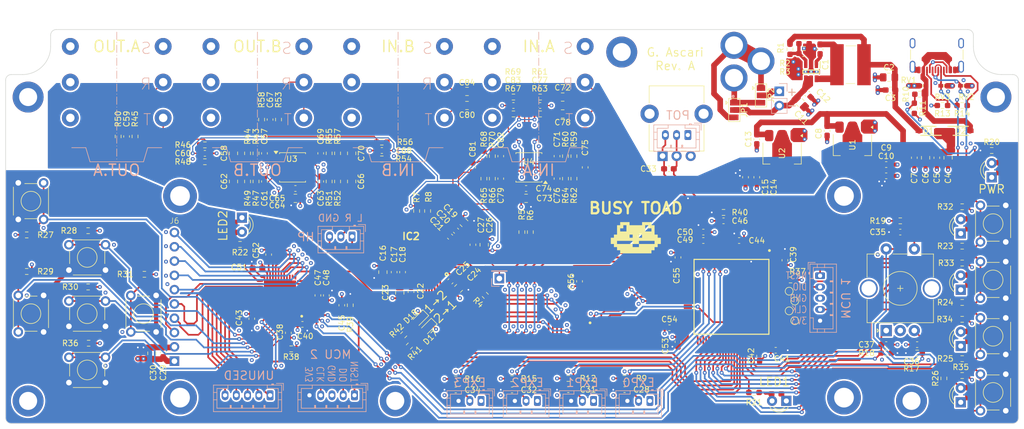
<source format=kicad_pcb>
(kicad_pcb (version 20241229) (generator "pcbnew") (generator_version "9.0")
  (layers (0 "F.Cu" signal) (4 "In1.Cu" signal) (6 "In2.Cu" signal) (2 "B.Cu" signal) (13 "F.Paste" user) (15 "B.Paste" user) (5 "F.SilkS" user "F.Silkscreen") (7 "B.SilkS" user "B.Silkscreen") (1 "F.Mask" user) (3 "B.Mask" user) (25 "Edge.Cuts" user))
  (net 0 "")
  (net 1 "+5V")
  (net 2 "GND")
  (net 3 "Net-(IC1-CB)")
  (net 4 "/Power Supply/VIN")
  (net 5 "+3V3")
  (net 6 "+3.3VA")
  (net 7 "Net-(IC2-DVDDOUT)")
  (net 8 "VCOM")
  (net 9 "EXP_0")
  (net 10 "EXP_1")
  (net 11 "EXP_2")
  (net 12 "POT_0")
  (net 13 "EXP_3")
  (net 14 "ENC_SW")
  (net 15 "ENC_B")
  (net 16 "ENC_A")
  (net 17 "Net-(IC4-VCAP_2)")
  (net 18 "Net-(IC3-VCAP_2)")
  (net 19 "MCU2_NRST")
  (net 20 "MCU1_NRST")
  (net 21 "Net-(IC4-VCAP_1)")
  (net 22 "Net-(IC3-VCAP_1)")
  (net 23 "Net-(U3A--)")
  (net 24 "Net-(C58-Pad1)")
  (net 25 "Net-(C57-Pad1)")
  (net 26 "Net-(C59-Pad2)")
  (net 27 "Net-(C58-Pad2)")
  (net 28 "Net-(U3B--)")
  (net 29 "Net-(C61-Pad1)")
  (net 30 "Net-(C62-Pad2)")
  (net 31 "Net-(U3C--)")
  (net 32 "Net-(C63-Pad1)")
  (net 33 "Net-(C66-Pad1)")
  (net 34 "Net-(U3D--)")
  (net 35 "Net-(C67-Pad2)")
  (net 36 "Net-(C69-Pad1)")
  (net 37 "Net-(U4A--)")
  (net 38 "/Codec and audio IO/Audio input/TA")
  (net 39 "Net-(U4A-+)")
  (net 40 "CODEC_INA+")
  (net 41 "CODEC_INA-")
  (net 42 "Net-(C66-Pad2)")
  (net 43 "Net-(U4B--)")
  (net 44 "/Codec and audio IO/Audio input/RA")
  (net 45 "Net-(U4B-+)")
  (net 46 "Net-(C70-Pad2)")
  (net 47 "Net-(U4C--)")
  (net 48 "/Codec and audio IO/Audio input/TB")
  (net 49 "Net-(U4C-+)")
  (net 50 "CODEC_INB-")
  (net 51 "CODEC_INB+")
  (net 52 "Net-(U4D--)")
  (net 53 "Net-(C71-Pad1)")
  (net 54 "/Codec and audio IO/Audio input/RB")
  (net 55 "Net-(U4D-+)")
  (net 56 "Net-(D1-A)")
  (net 57 "VBUS")
  (net 58 "Net-(D3-A)")
  (net 59 "Net-(D5-A)")
  (net 60 "Net-(D7-A)")
  (net 61 "Net-(D10-A)")
  (net 62 "Net-(D11-A)")
  (net 63 "Net-(D13-A)")
  (net 64 "Net-(D15-A)")
  (net 65 "Net-(D17-A)")
  (net 66 "Net-(D18-A)")
  (net 67 "Net-(C76-Pad1)")
  (net 68 "Net-(IC1-SW)")
  (net 69 "CODEC_I2C_SCL")
  (net 70 "CODEC_I2S_CK")
  (net 71 "CODEC_JACKDET")
  (net 72 "CODEC_I2S_SDI")
  (net 73 "CODEC_OUTA+")
  (net 74 "CODEC_I2C_ADDR1")
  (net 75 "CODEC_OUTA-")
  (net 76 "CODEC_HPGND")
  (net 77 "CODEC_I2S_WS")
  (net 78 "Net-(IC2-LAUX)")
  (net 79 "CODEC_OUTB-")
  (net 80 "CODEC_I2C_ADDR0")
  (net 81 "CODEC_OUTB+")
  (net 82 "CODEC_HPL")
  (net 83 "CODEC_I2C_SDA")
  (net 84 "Net-(IC2-MCLK)")
  (net 85 "CODEC_HPR")
  (net 86 "CODEC_I2S_SDO")
  (net 87 "Net-(IC2-RAUX)")
  (net 88 "Net-(IC2-MICBIAS)")
  (net 89 "MCU1_DEB_SWCLK")
  (net 90 "LED_3_QB")
  (net 91 "LED_2_QB")
  (net 92 "INA_SW")
  (net 93 "LED_5_QB")
  (net 94 "AUX_2_TO_1")
  (net 95 "AUX_1_TO_2")
  (net 96 "FLASH_QPI_MCK")
  (net 97 "VBUS_SENSE")
  (net 98 "LED_0_RD")
  (net 99 "BTN_6_QB")
  (net 100 "FLASH_QPI_IO0")
  (net 101 "MCU1_DEB_SWDIO")
  (net 102 "BTN_7_QB")
  (net 103 "USB_D-")
  (net 104 "USART_2_TO_1")
  (net 105 "FLASH_QPI_IO2")
  (net 106 "USB_D+")
  (net 107 "CODEC_I2S_MCK")
  (net 108 "FLASH_QPI_NCS")
  (net 109 "BTN_8_QB")
  (net 110 "LED_4_QB")
  (net 111 "Net-(IC3-BOOT0)")
  (net 112 "USART_1_TO_2")
  (net 113 "BTN_5_QB")
  (net 114 "INB_SW")
  (net 115 "FLASH_QPI_IO3")
  (net 116 "FLASH_QPI_IO1")
  (net 117 "BTN_1_J")
  (net 118 "MCU2_DEB_SWCLK")
  (net 119 "MCU2_DEB_SWDIO")
  (net 120 "LED_1_RD")
  (net 121 "BTN_9_J")
  (net 122 "DISPLAY_GPIO_2")
  (net 123 "Net-(IC4-BOOT0)")
  (net 124 "DISPLAY_GPIO_3")
  (net 125 "DISPLAY_SPI_MISO")
  (net 126 "BTN_2_J")
  (net 127 "BTN_0_J")
  (net 128 "DISPLAY_SPI_MOSI")
  (net 129 "DISPLAY_SPI_SCK")
  (net 130 "DISPLAY_GPIO_0")
  (net 131 "DISPLAY_GPIO_4")
  (net 132 "BTN_3_J")
  (net 133 "DISPLAY_GPIO_1")
  (net 134 "BTN_4_J")
  (net 135 "Net-(C79-Pad1)")
  (net 136 "Net-(C82-Pad1)")
  (net 137 "Net-(IC1-FB)")
  (net 138 "/Codec and audio IO/Audio ouput/TA")
  (net 139 "/Codec and audio IO/Audio ouput/RA")
  (net 140 "/Codec and audio IO/Audio ouput/TB")
  (net 141 "/Codec and audio IO/Audio ouput/RB")
  (net 142 "Net-(IC4-PA10)")
  (net 143 "Net-(IC4-PA11)")
  (net 144 "Net-(IC4-PA8)")
  (net 145 "Net-(IC4-PA12)")
  (net 146 "Net-(IC4-PA9)")
  (net 147 "Net-(JP1-B)")
  (net 148 "Net-(JP1-A)")
  (net 149 "Net-(J8-CC2)")
  (net 150 "Net-(J8-CC1)")
  (net 154 "Net-(IC3-PD5)")
  (net 174 "Net-(IC3-PD3)")
  (net 176 "Net-(IC3-PD4)")
  (net 180 "Net-(IC3-PD2)")
  (footprint "Resistor_SMD:R_0603_1608Metric_Pad0.98x0.95mm_HandSolder" (layer "F.Cu") (at 116.5 71 90)
    (property "Reference" "R55")
    (property "Value" "634")
  )
  (footprint "Capacitor_SMD:C_0603_1608Metric_Pad1.08x0.95mm_HandSolder" (layer "F.Cu") (at 157 71.5 -90)
    (property "Reference" "C71")
    (property "Value" "470p")
  )
  (footprint "Resistor_SMD:R_0603_1608Metric_Pad0.98x0.95mm_HandSolder" (layer "F.Cu") (at 221.5 60.5 180)
    (property "Reference" "R10")
    (property "Value" "4k7")
  )
  (footprint "Resistor_SMD:R_0603_1608Metric_Pad0.98x0.95mm_HandSolder" (layer "F.Cu") (at 229 97.5)
    (property "Reference" "R24")
    (property "Value" "680")
  )
  (footprint "Resistor_SMD:R_0603_1608Metric_Pad0.98x0.95mm_HandSolder" (layer "F.Cu") (at 125.862501 69 180)
    (property "Reference" "R56")
    (property "Value" "10k")
  )
  (footprint "Capacitor_SMD:C_0603_1608Metric_Pad1.08x0.95mm_HandSolder" (layer "F.Cu") (at 110.5 77.25)
    (property "Reference" "C65")
    (property "Value" "100n")
  )
  (footprint "Resistor_SMD:R_0603_1608Metric_Pad0.98x0.95mm_HandSolder" (layer "F.Cu") (at 160 71.5 -90)
    (property "Reference" "R59")
    (property "Value" "634")
  )
  (footprint "LED_THT:LED_D3.0mm" (layer "F.Cu") (at 101 82.434999 -90)
    (property "Reference" "D8" (hide yes))
    (property "Value" "LED")
  )
  (footprint "MountingHole:MountingHole_3.2mm_M3_ISO14580_Pad" (layer "F.Cu") (at 235 61)
    (property "Reference" "H5" (hide yes))
    (property "Value" "MountingHole_Pad" (hide yes))
  )
  (footprint "LED_SMD:LED_0603_1608Metric_Pad1.05x0.95mm_HandSolder" (layer "F.Cu") (at 230 113.5 90)
    (property "Reference" "D15" (hide yes))
    (property "Value" "LED")
  )
  (footprint "Capacitor_SMD:C_0603_1608Metric_Pad1.08x0.95mm_HandSolder" (layer "F.Cu") (at 125.862501 70.5 180)
    (property "Reference" "C68")
    (property "Value" "10n")
  )
  (footprint "Capacitor_SMD:C_0603_1608Metric_Pad1.08x0.95mm_HandSolder" (layer "F.Cu") (at 205 67 90)
    (property "Reference" "C8")
    (property "Value" "1u")
  )
  (footprint "library:QFN50P500X500X100-33N-D" (layer "F.Cu") (at 134.5 90 180)
    (property "Reference" "IC2")
    (property "Value" "ADAU1961WBCPZ-R7" (hide yes))
  )
  (footprint "Capacitor_SMD:C_0603_1608Metric_Pad1.08x0.95mm_HandSolder" (layer "F.Cu") (at 115 71 -90)
    (property "Reference" "C69")
    (property "Value" "470p")
  )
  (footprint "Rotary_Encoder:RotaryEncoder_Alps_EC11E-Switch_Vertical_H20mm_CircularMountingHoles" (layer "F.Cu") (at 215.5 102.5 90)
    (property "Reference" "SW1" (hide yes))
    (property "Value" "RotaryEncoder_Switch")
  )
  (footprint "Capacitor_SMD:C_0603_1608Metric_Pad1.08x0.95mm_HandSolder" (layer "F.Cu") (at 142 73.5 90)
    (property "Reference" "C81")
    (property "Value" "2.7n")
  )
  (footprint "LED_SMD:LED_0603_1608Metric_Pad1.05x0.95mm_HandSolder" (layer "F.Cu") (at 134 102 -135)
    (property "Reference" "D17")
    (property "Value" "LED")
  )
  (footprint "Resistor_SMD:R_0603_1608Metric_Pad0.98x0.95mm_HandSolder" (layer "F.Cu") (at 234.25 70.5)
    (property "Reference" "R20")
    (property "Value" "680")
  )
  (footprint "Capacitor_SMD:C_0805_2012Metric_Pad1.18x1.45mm_HandSolder" (layer "F.Cu") (at 216 57.5 180)
    (property "Reference" "C2")
    (property "Value" "10u")
  )
  (footprint "Capacitor_SMD:C_0603_1608Metric_Pad1.08x0.95mm_HandSolder" (layer "F.Cu") (at 221 105 180)
    (property "Reference" "C36")
    (property "Value" "100n")
  )
  (footprint "Capacitor_SMD:C_0805_2012Metric_Pad1.18x1.45mm_HandSolder" (layer "F.Cu") (at 126.05 92.1125 90)
    (property "Reference" "C16")
    (property "Value" "10u")
  )
  (footprint "Button_Switch_THT:SW_TH_Tactile_Omron_B3F-102x" (layer "F.Cu") (at 232.25 106.75 90)
    (property "Reference" "SW9" (hide yes))
    (property "Value" "SW_Push")
  )
  (footprint "library:QFN50P700X700X60-49N-D" (layer "F.Cu") (at 107.75 96.45 180)
    (property "Reference" "IC4" (hide yes))
    (property "Value" "STM32H523CEU6" (hide yes))
  )
  (footprint "TestPoint:TestPoint_Pad_D1.0mm" (layer "F.Cu") (at 199.25 97.25)
    (property "Reference" "TP2" (hide yes))
    (property "Value" "TestPoint")
  )
  (footprint "Resistor_SMD:R_0603_1608Metric_Pad0.98x0.95mm_HandSolder" (layer "F.Cu") (at 150.75 85 -90)
    (property "Reference" "R5")
    (property "Value" "0")
  )
  (footprint "Capacitor_SMD:C_0603_1608Metric_Pad1.08x0.95mm_HandSolder" (layer "F.Cu") (at 183 85)
    (property "Reference" "C50")
    (property "Value" "1u")
  )
  (footprint "Capacitor_SMD:C_0603_1608Metric_Pad1.08x0.95mm_HandSolder" (layer "F.Cu") (at 137.98934 85.81066 135)
    (property "Reference" "C21")
    (property "Value" "100n")
  )
  (footprint "Capacitor_SMD:C_0603_1608Metric_Pad1.08x0.95mm_HandSolder" (layer "F.Cu") (at 190.499999 75.25 -90)
    (property "Reference" "C15")
    (property "Value" "100n")
  )
  (footprint "Capacitor_SMD:C_0603_1608Metric_Pad1.08x0.95mm_HandSolder" (layer "F.Cu") (at 192.5 68.5 90)
    (property "Reference" "C13")
    (property "Value" "1u")
  )
  (footprint "Capacitor_SMD:C_0603_1608Metric_Pad1.08x0.95mm_HandSolder" (layer "F.Cu") (at 131.05 95.612501 -90)
    (property "Reference" "C22")
    (property "Value" "100n")
  )
  (footprint "Button_Switch_THT:SW_TH_Tactile_Omron_B3F-102x" (layer "F.Cu") (at 81.25 102.75 90)
    (property "Reference" "SW6" (hide yes))
    (property "Value" "SW_Push")
  )
  (footprint "Resistor_SMD:R_0603_1608Metric_Pad0.98x0.95mm_HandSolder" (layer "F.Cu") (at 225.5 62.5 180)
    (property "Reference" "R13")
    (property "Value" "5k1")
  )
  (footprint "Resistor_SMD:R_0603_1608Metric_Pad0.98x0.95mm_HandSolder" (layer "F.Cu") (at 79 68 90)
    (property "Reference" "R50")
    (property "Value" "470")
  )
  (footprint "Button_Switch_THT:SW_TH_Tactile_Omron_B3F-102x" (layer "F.Cu") (at 232.25 86.75 90)
    (property "Reference" "SW7" (hide yes))
    (property "Value" "SW_Push")
  )
  (footprint "Capacitor_SMD:C_0603_1608Metric_Pad1.08x0.95mm_HandSolder" (layer "F.Cu") (at 106 65 90)
    (property "Reference" "C67")
    (property "Value" "2.7n")
  )
  (footprint "Capacitor_SMD:C_0603_1608Metric_Pad1.08x0.95mm_HandSolder" (layer "F.Cu") (at 176.8875 73.75)
    (property "Reference" "C33")
    (property "Value" "100n")
  )
  (footprint "library:SOD3716X125N" (layer "F.Cu") (at 228.75 67)
    (property "Reference" "D2")
    (property "Value" "B5819W" (hide yes))
  )
  (footprint "Resistor_SMD:R_0603_1608Metric_Pad0.98x0.95mm_HandSolder" (layer "F.Cu") (at 107.5 65 90)
    (property "Reference" "R53")
    (property "Value" "470")
  )
  (footprint "Package_SO:TSSOP-14_4.4x5mm_P0.65mm" (layer "F.Cu") (at 152 73.5 180)
    (property "Reference" "U4")
    (property "Value" "MCP6004")
  )
  (footprint "LED_SMD:LED_0603_1608Metric_Pad1.05x0.95mm_HandSolder" (layer "F.Cu") (at 99.75 84.185 -90)
    (property "Reference" "D7" (hide yes))
    (property "Value" "LED")
  )
  (footprint "Resistor_SMD:R_0603_1608Metric_Pad0.98x0.95mm_HandSolder" (layer "F.Cu") (at 73.6625 94.75)
    (property "Reference" "R30")
    (property "Value" "10k")
  )
  (footprint "Resistor_SMD:R_0603_1608Metric_Pad0.98x0.95mm_HandSolder" (layer "F.Cu") (at 198.4 52.5 -90)
    (property "Reference" "R1")
    (property "Value" "100k")
  )
  (footprint "Resistor_SMD:R_0603_1608Metric_Pad0.98x0.95mm_HandSolder" (layer "F.Cu") (at 198.5 93.5 180)
    (property "Reference" "R37")
    (property "Value" "10k")
  )
  (footprint "Capacitor_SMD:C_0603_1608Metric_Pad1.08x0.95mm_HandSolder" (layer "F.Cu") (at 224.5 71.7875 -90)
    (property "Reference" "C5")
    (property "Value" "100n")
  )
  (footprint "Resistor_SMD:R_0603_1608Metric_Pad0.98x0.95mm_HandSolder" (layer "F.Cu") (at 160 75.5 90)
    (property "Reference" "R62")
    (property "Value" "634")
  )
  (footprint "Resistor_SMD:R_0603_1608Metric_Pad0.98x0.95mm_HandSolder" (layer "F.Cu") (at 149.25 61 180)
    (property "Reference" "R69")
    (property "Value" "10k")
  )
  (footprint "Capacitor_SMD:C_0603_1608Metric_Pad1.08x0.95mm_HandSolder" (layer "F.Cu") (at 115 76 90)
    (property "Reference" "C63")
    (property "Value" "470p")
  )
  (footprint "LED_SMD:LED_0603_1608Metric_Pad1.05x0.95mm_HandSolder" (layer "F.Cu") (at 230 103.5 90)
    (property "Reference" "D13" (hide yes))
    (property "Value" "LED")
  )
  (footprint "Capacitor_SMD:C_0603_1608Metric_Pad1.08x0.95mm_HandSolder" (layer "F.Cu") (at 151.5 77.25 180)
    (property "Reference" "C74")
    (property "Value" "100n")
  )
  (footprint "Resistor_SMD:R_0603_1608Metric_Pad0.98x0.95mm_HandSolder" (layer "F.Cu") (at 229 87.5)
    (property "Reference" "R23")
    (property "Value" "680")
  )
  (footprint "library:ER-OLEDM0383-1-SPI" (layer "F.Cu") (at 149 96.5)
    (property "Reference" "J6")
    (property "Value" "ER-OLEDM0383-1-SPI_Conn_01x10")
  )
  (footprint "Resistor_SMD:R_0603_1608Metric_Pad0.98x0.95mm_HandSolder" (layer "F.Cu") (at 109.75 105.75 180)
    (property "Reference" "R38")
    (property "Value" "10k")
  )
  (footprint "Resistor_SMD:R_0603_1608Metric_Pad0.98x0.95mm_HandSolder" (layer "F.Cu") (at 125.862501 72)
    (property "Reference" "R54")
    (property "Value" "10k")
  )
  (footprint "library:QFP50P1600X1600X160-100N" (layer "F.Cu") (at 188 96.5 -90)
    (property "Reference" "IC3" (hide yes))
    (property "Value" "STM32H750VBT6" (hide yes))
  )
  (footprint "Capacitor_SMD:C_0603_1608Metric_Pad1.08x0.95mm_HandSolder" (layer "F.Cu") (at 105 76 90)
    (property "Reference" "C61")
    (property "Value" "470p")
  )
  (footprint "library:VARC1005X41N" (layer "F.Cu") (at 225.75 59 180)
    (property "Reference" "RV3")
    (property "Value" "CG0402MLU-12G" (hide yes))
  )
  (footprint "Capacitor_SMD:C_0603_1608Metric_Pad1.08x0.95mm_HandSolder" (layer "F.Cu") (at 178.5 104.5 90)
    (property "Reference" "C53")
    (property "Value" "100n")
  )
  (footprint "Resistor_SMD:R_0603_1608Metric_Pad0.98x0.95mm_HandSolder" (layer "F.Cu") (at 215.5 106.5 180)
    (property "Reference" "R18")
    (property "Value" "10k")
  )
  (footprint "Capacitor_SMD:C_0603_1608Metric_Pad1.08x0.95mm_HandSolder" (layer "F.Cu") (at 147 71.5 -90)
    (property "Reference" "C82")
    (property "Value" "470p")
  )
  (footprint "TestPoint:TestPoint_Pad_D1.0mm" (layer "F.Cu") (at 198.25 99)
    (property "Reference" "TP3" (hide yes))
    (property "Value" "TestPoint")
  )
  (footprint "Resistor_SMD:R_0603_1608Metric_Pad0.98x0.95mm_HandSolder" (layer "F.Cu") (at 192 113.5)
    (property "Reference" "R21")
    (property "Value" "680")
  )
  (footprint "LED_SMD:LED_0603_1608Metric_Pad1.05x0.95mm_HandSolder" (layer "F.Cu") (at 132.5 100.5 -135)
    (property "Reference" "D18")
    (property "Value" "LED")
  )
  (footprint "Capacitor_SMD:C_0603_1608Metric_Pad1.08x0.95mm_HandSolder" (layer "F.Cu") (at 176.980975 102 180)
    (property "Reference" "C54")
    (property "Value" "2.2u")
  )
  (footprint "TestPoint:TestPoint_Pad_D1.0mm" (layer "F.Cu") (at 199.25 100.75)
    (property "Reference" "TP4" (hide yes))
    (property "Value" "TestPoint")
  )
  (footprint "Capacitor_SMD:C_0603_1608Metric_Pad1.08x0.95mm_HandSolder" (layer "F.Cu") (at 80.5 68 90)
    (property "Reference" "C59")
    (property "Value" "2.7n")
  )
  (footprint "Capacitor_SMD:C_0603_1608Metric_Pad1.08x0.95mm_HandSolder" (layer "F.Cu") (at 157 75.5 90)
    (property "Reference" "C76")
    (property "Value" "470p")
  )
  (footprint "MountingHole:MountingHole_3.2mm_M3_ISO14580_Pad" (layer "F.Cu") (at 220 115)
    (property "Reference" "H6" (hide yes))
    (property "Value" "MountingHole_Pad" (hide yes))
  )
  (footprint "Resistor_SMD:R_0603_1608Metric_Pad0.98x0.95mm_HandSolder" (layer "F.Cu") (at 218 83 180)
    (property "Reference" "R19")
    (property "Value" "10k")
  )
  (footprint "Resistor_SMD:R_0603_1608Metric_Pad0.98x0.95mm_HandSolder" (layer "F.Cu") (at 149 111.05)
    (property "Reference" "R15")
    (property "Value" "10k")
  )
  (footprint "Package_TO_SOT_SMD:SOT-223-3_TabPin2" (layer "F.Cu") (at 209.5 69.5 -90)
    (property "Reference" "U1")
    (property "Value" "TLV76133DCY")
  )
  (footprint "Potentiometer_THT:Potentiometer_Alpha_RD901F-40-00D_Single_Vertical_CircularHoles" (layer "F.Cu") (at 175.75 71.475 90)
    (property "Reference" "RV4" (hide yes))
    (property "Value" "R_Potentiometer")
  )
  (footprint "Resistor_SMD:R_0603_1608Metric_Pad0.98x0.95mm_HandSolder" (layer "F.Cu") (at 186.5875 81.5)
    (property "Reference" "R40")
    (property "Value" "10k")
  )
  (footprint "Resistor_SMD:R_0603_1608Metric_Pad0.98x0.95mm_HandSolder" (layer "F.Cu") (at 144 71.5 -90)
    (property "Reference" "R68")
    (property "Value" "634")
  )
  (footprint "TestPoint:TestPoint_Pad_D1.0mm" (layer "F.Cu") (at 198.25 95.5)
    (property "Reference" "TP1" (hide yes))
    (property "Value" "TestPoint")
  )
  (footprint "Capacitor_SMD:C_0603_1608Metric_Pad1.08x0.95mm_HandSolder" (layer "F.Cu") (at 142.05 87.25 90)
    (property "Reference" "C27")
    (property "Value" "100n")
  )
  (footprint "Capacitor_SMD:C_0603_1608Metric_Pad1.08x0.95mm_HandSolder" (layer "F.Cu") (at 111.75 101.4 180)
    (property "Reference" "C40")
    (property "Value" "100n")
  )
  (footprint "Resistor_SMD:R_0603_1608Metric_Pad0.98x0.95mm_HandSolder" (layer "F.Cu") (at 149.25 64)
    (property "Reference" "R67")
    (property "Value" "10k")
  )
  (footprint "MountingHole:MountingHole_3.2mm_M3_ISO14580_Pad" (layer "F.Cu") (at 128.25 115)
    (property "Reference" "H4" (hide yes))
    (property "Value" "MountingHole_Pad" (hide yes))
  )
  (footprint "Capacitor_SMD:C_0603_1608Metric_Pad1.08x0.95mm_HandSolder" (layer "F.Cu") (at 218 85)
    (property "Reference" "C35")
    (property "Value" "100n")
  )
  (footprint "library:SOD3716X125N" (layer "F.Cu") (at 223 67 180)
    (property "Reference" "D1")
    (property "Value" "B5819W" (hide yes))
  )
  (footprint "Button_Switch_THT:SW_TH_Tactile_Omron_B3F-102x" (layer "F.Cu") (at 70.25 97.25)
    (property "Reference" "SW5" (hide yes))
    (property "Value" "SW_Push")
  )
  (footprint "Jumper:SolderJumper-3_P1.3mm_Open_Pad1.0x1.5mm" (layer "F.Cu") (at 188.5 63.3 -90)
    (property "Reference" "JP1")
    (property "Value" "SJ+")
  )
  (footprint "Resistor_SMD:R_0603_1608Metric_Pad0.98x0.95mm_HandSolder" (layer "F.Cu") (at 118 71 90)
    (property "Reference" "R57")
    (property "Value" "91")
  )
  (footprint "Capacitor_SMD:C_0603_1608Metric_Pad1.08x0.95mm_HandSolder" (layer "F.Cu") (at 118.75 98 -90)
    (property "Reference" "C45")
    (property "Value" "100n")
  )
  (footprint "Capacitor_SMD:C_0603_1608Metric_Pad1.08x0.95mm_HandSolder" (layer "F.Cu") (at 105 71 -90)
    (property "Reference" "C57")
    (property "Value" "470p")
  )
  (footprint "Capacitor_SMD:C_0805_2012Metric_Pad1.18x1.45mm_HandSolder" (layer "F.Cu") (at 85 106.5375 90)
    (property "Reference" "C30")
    (property "Value" "10u")
  )
  (footprint "Resistor_SMD:R_0603_1608Metric_Pad0.98x0.95mm_HandSolder" (layer "F.Cu") (at 139 111.1)
    (property "Reference" "R16")
    (property "Value" "10k")
  )
  (footprint "Capacitor_SMD:C_0603_1608Metric_Pad1.08x0.95mm_HandSolder" (layer "F.Cu") (at 138.050001 93.75 -135)
    (property "Reference" "C25")
    (property "Value" "100n")
  )
  (footprint "Resistor_SMD:R_0603_1608Metric_Pad0.98x0.95mm_HandSolder" (layer "F.Cu") (at 220.5 63 -90)
    (property "Reference" "R11")
    (property "Value" "10k")
  )
  (footprint "Capacitor_SMD:C_0603_1608Metric_Pad1.08x0.95mm_HandSolder" (layer "F.Cu") (at 215.5 75)
    (property "Reference" "C10")
    (property "Value" "100n")
  )
  (footprint "Resistor_SMD:R_0603_1608Metric_Pad0.98x0.95mm_HandSolder" (layer "F.Cu") (at 144 75.5 90)
    (property "Reference" "R65")
    (property "Value" "634")
  )
  (footprint "Capacitor_SMD:C_0805_2012Metric_Pad1.18x1.45mm_HandSolder" (layer "F.Cu") (at 141 62.5 180)
    (property "Reference" "C80")
    (property "Value" "10u")
  )
  (footprint "Resistor_SMD:R_0603_1608Metric_Pad0.98x0.95mm_HandSolder" (layer "F.Cu") (at 221 106.5)
    (property "Reference" "R17")
    (property "Value" "10k")
  )
  (footprint "Capacitor_SMD:C_0805_2012Metric_Pad1.18x1.45mm_HandSolder" (layer "F.Cu") (at 200.233623 61.983623 -45)
    (property "Reference" "C11")
    (property "Value" "10u")
  )
  (footprint "Resistor_SMD:R_0603_1608Metric_Pad0.98x0.95mm_HandSolder" (layer "F.Cu") (at 152.25 85 90)
    (property "Reference" "R6")
    (property "Value" "0")
  )
  (footprint "LOGO" (layer "F.Cu") (at 171 86)
    (property "Reference" "G***" (hide yes))
    (property "Value" "LOGO" (hide yes))
  )
  (footprint "Button_Switch_THT:SW_TH_Tactile_Omron_B3F-102x" (layer "F.Cu") (at 61.25 102.75 90)
    (property "Reference" "SW4" (hide yes))
    (property "Value" "SW_Push")
  )
  (footprint "MountingHole:MountingHole_3.2mm_M3_ISO14580_Pad" (layer "F.Cu") (at 168.5 53)
    (property "Reference" "H3" (hide yes))
    (property "Value" "MountingHole_Pad" (hide yes))
  )
  (footprint "LED_SMD:LED_0603_1608Metric_Pad1.05x0.95mm_HandSolder" (layer "F.Cu") (at 230 83.5 90)
    (property "Reference" "D9" (hide yes))
    (property "Value" "LED")
  )
  (footprint "LED_SMD:LED_0603_1608Metric_Pad1.05x0.95mm_HandSolder" (layer "F.Cu") (at 235.5 73.52 90)
    (property "Reference" "D3" (hide yes))
    (property "Value" "LED")
  )
  (footprint "library:VARC1005X41N" (layer "F.Cu") (at 229.25 59 180)
    (property "Reference" "RV2")
    (property "Value" "CG0402MLU-12G" (hide yes))
  )
  (footprint "Capacitor_SMD:C_0805_2012Metric_Pad1.18x1.45mm_HandSolder" (layer "F.Cu") (at 120.5 71 90)
    (property "Reference" "C70")
    (property "Value" "10u")
  )
  (footprint "Capacitor_SMD:C_0603_1608Metric_Pad1.08x0.95mm_HandSolder" (layer "F.Cu") (at 193 107 -90)
    (property "Reference" "C42")
    (property "Value" "2u2")
  )
  (footprint "Resistor_SMD:R_0603_1608Metric_Pad0.98x0.95mm_HandSolder" (layer "F.Cu") (at 200.9 51.5)
    (property "Reference" "R2")
    (property "Value" "47k")
  )
  (footprint "Button_Switch_THT:SW_TH_Tactile_Omron_B3F-102x" (layer "F.Cu") (at 70.25 87.25)
    (property "Reference" "SW3" (hide yes))
    (property "Value" "SW_Push")
  )
  (footprint "Capacitor_SMD:C_0805_2012Metric_Pad1.18x1.45mm_HandSolder" (layer "F.Cu") (at 140.464213 83.335787 135)
    (property "Reference" "C19")
    (property "Value" "10u")
  )
  (footprint "library:VARC1005X41N" (layer "F.Cu") (at 222 59)
    (property "Reference" "RV1")
    (property "Value" "CG0402MLU-12G" (hide yes))
  )
  (footprint "Capacitor_SMD:C_0603_1608Metric_Pad1.08x0.95mm_HandSolder" (layer "F.Cu") (at 105.75 89 90)
    (property "Reference" "C52")
    (property "Value" "2u2")
  )
  (footprint "Capacitor_SMD:C_0603_1608Metric_Pad1.08x0.95mm_HandSolder" (layer "F.Cu") (at 161.000001 93.75 -90)
    (property "Reference" "C56")
    (property "Value" "2.2u")
  )
  (footprint "Capacitor_SMD:C_0603_1608Metric_Pad1.08x0.95mm_HandSolder" (layer "F.Cu") (at 186.5875 83)
    (property "Reference" "C46")
    (property "Value" "100n")
  )
  (footprint "Capacitor_SMD:C_0603_1608Metric_Pad1.08x0.95mm_HandSolder" (layer "F.Cu") (at 147 75.5 90)
    (property "Reference" "C79")
    (property "Value" "470p")
  )
  (footprint "LED_SMD:LED_0603_1608Metric_Pad1.05x0.95mm_HandSolder" (layer "F.Cu") (at 230 93.5 90)
    (property "Reference" "D11" (hide yes))
    (property "Value" "LED")
  )
  (footprint "Resistor_SMD:R_0603_1608Metric_Pad0.98x0.95mm_HandSolder" (layer "F.Cu") (at 94.4125 72.5)
    (property "Reference" "R48")
    (property "Value" "10k")
  )
  (footprint "Capacitor_SMD:C_0603_1608Metric_Pad1.08x0.95mm_HandSolder" (layer "F.Cu") (at 109.25 102.9 -90)
    (property "Reference" "C38")
    (property "Value" "2.2u")
  )
  (footprint "Capacitor_SMD:C_0805_2012Metric_Pad1.18x1.45mm_HandSolder" (layer "F.Cu") (at 99.5 76 -90)
    (property "Reference" "C62")
    (property "Value" "10u")
  )
  (footprint "Capacitor_SMD:C_0603_1608Metric_Pad1.08x0.95mm_HandSolder" (layer "F.Cu") (at 102.75 100.4 90)
    (property "Reference" "C43")
    (property "Value" "100n")
  )
  (footprint "Capacitor_SMD:C_0603_1608Metric_Pad1.08x0.95mm_HandSolder" (layer "F.Cu") (at 94.4125 71)
    (property "Reference" "C60")
    (property "Value" "10n")
  )
  (footprint "Capacitor_SMD:C_0603_1608Metric_Pad1.08x0.95mm_HandSolder" (layer "F.Cu") (at 114.5 96.25 -90)
    (property "Reference" "C47")
    (property "Value" "100n")
  )
  (footprint "Resistor_SMD:R_0603_1608Metric_Pad0.98x0.95mm_HandSolder" (layer "F.Cu") (at 129.75 103.25 45)
    (property "Reference" "R42")
    (property "Value" "680")
  )
  (footprint "Resistor_SMD:R_0603_1608Metric_Pad0.98x0.95mm_HandSolder" (layer "F.Cu") (at 145.5 71.5 -90)
    (property "Reference" "R70")
    (property "Value" "91")
  )
  (footprint "Capacitor_SMD:C_0805_2012Metric_Pad1.18x1.45mm_HandSolder" (layer "F.Cu") (at 226.5 71.7875 -90)
    (property "Reference" "C4")
    (property "Value" "10u")
  )
  (footprint "Capacitor_SMD:C_0603_1608Metric_Pad1.08x0.95mm_HandSolder" (layer "F.Cu") (at 149 113.05)
    (property "Reference" "C32")
    (property "Value" "100n")
  )
  (footprint "Package_SO:TSSOP-14_4.4x5mm_P0.65mm" (layer "F.Cu") (at 110 73.5)
    (property "Reference" "U3")
    (property "Value" "MCP6004")
  )
  (footprint "Capacitor_SMD:C_0805_2012Metric_Pad1.18x1.45mm_HandSolder" (layer "F.Cu") (at 222.5 71.7875 -90)
    (property "Reference" "C6")
    (property "Value" "10u")
  )
  (footprint "Resistor_SMD:R_0603_1608Metric_Pad0.98x0.95mm_HandSolder" (layer "F.Cu") (at 229 90.5)
    (property "Reference" "R33")
    (property "Value" "10k")
  )
  (footprint "MountingHole:MountingHole_3.2mm_M3_ISO14580_Pad" (layer "F.Cu") (at 63 115)
    (property "Reference" "H2" (hide yes))
    (property "Value" "MountingHole_Pad" (hide yes))
  )
  (footprint "LED_THT:LED_D3.0mm" (layer "F.Cu") (at 234.25 75.27 90)
    (property "Reference" "D4" (hide yes))
    (property "Value" "LED")
  )
  (footprint "Resistor_SMD:R_0603_1608Metric_Pad0.98x0.95mm_HandSolder" (layer "F.Cu") (at 130.75 105.25 45)
    (property "Reference" "R41")
    (property "Value" "680")
  )
  (footprint "Resistor_SMD:R_0603_1608Metric_Pad0.98x0.95mm_HandSolder" (layer "F.Cu") (at 144.25 96.25 135)
    (property "Reference" "R4")
    (property "Value" "49.9")
  )
  (footprint "Capacitor_SMD:C_0805_2012Metric_Pad1.18x1.45mm_HandSolder" (layer "F.Cu") (at 151.5 79 180)
    (property "Reference" "C73")
    (property "Value" "10u")
  )
  (footprint "Resistor_SMD:R_0603_1608Metric_Pad0.98x0.95mm_HandSolder" (layer "F.Cu") (at 94.4125 69.5 180)
    (property "Reference" "R46")
    (property "Value" "10k")
  )
  (footprint "Resistor_SMD:R_0603_1608Metric_Pad0.98x0.95mm_HandSolder" (layer "F.Cu") (at 100.6625 87.184999 180)
    (property "Reference" "R22")
    (property "Value" "680")
  )
  (footprint "MountingHole:MountingHole_3.2mm_M3_ISO14580_Pad" (layer "F.Cu") (at 63 61)
    (property "Reference" "H1" (hide yes))
    (property "Value" "MountingHole_Pad" (hide yes))
  )
  (footprint "LED_THT:LED_D3.0mm" (layer "F.Cu") (at 228.75 85.25 90)
    (property "Reference" "D10" (hide yes))
    (property "Value" "LED")
  )
  (footprint "Resistor_SMD:R_0603_1608Metric_Pad0.98x0.95mm_HandSolder" (layer "F.Cu") (at 229 80.5)
    (property "Reference" "R32")
    (property "Value" "10k")
  )
  (footprint "Resistor_SMD:R_0603_1608Metric_Pad0.98x0.95mm_HandSolder" (layer "F.Cu") (at 82 68 90)
    (property "Reference" "R45")
    (property "Value" "470")
  )
  (footprint "Capacitor_SMD:C_0603_1608Metric_Pad1.08x0.95mm_HandSolder" (layer "F.Cu") (at 195.8625 106 180)
    (property "Reference" "C41")
    (property "Value" "100n")
  )
  (footprint "Resistor_SMD:R_0603_1608Metric_Pad0.98x0.95mm_HandSolder" (layer "F.Cu") (at 102 76 -90)
    (property "Reference" "R49")
    (property "Value" "91")
  )
  (footprint "Resistor_SMD:R_0603_1608Metric_Pad0.98x0.95mm_HandSolder" (layer "F.Cu") (at 159 111)
    (property "Reference" "R12")
    (property "Value" "10k")
  )
  (footprint "Resistor_SMD:R_0603_1608Metric_Pad0.98x0.95mm_HandSolder" (layer "F.Cu") (at 229 107.5)
    (property "Reference" "R25")
    (property "Value" "680")
  )
  (footprint "Capacitor_SMD:C_0603_1608Metric_Pad1.08x0.95mm_HandSolder" (layer "F.Cu") (at 116 96.25 -90)
    (property "Reference" "C48")
    (property "Value" "1u")
  )
  (footprint "Resistor_SMD:R_0603_1608Metric_Pad0.98x0.95mm_HandSolder" (layer "F.Cu") (at 73.6625 84.75)
    (property "Reference" "R28")
    (property "Value" "10k")
  )
  (footprint "Capacitor_SMD:C_0603_1608Metric_Pad1.08x0.95mm_HandSolder" (layer "F.Cu") (at 215.5 105)
    (property "Reference" "C37")
    (property "Value" "100n")
  )
  (footprint "library:SRR6040A180M" (layer "F.Cu") (at 209.15 55.25 90)
    (property "Reference" "L1" (hide yes))
    (property "Value" "18uH 1.5A" (hide yes))
  )
  (footprint "Resistor_SMD:R_0603_1608Metric_Pad0.98x0.95mm_HandSolder" (layer "F.Cu") (at 103.5 71 90)
    (property "Reference" "R43")
    (property "Value" "634")
  )
  (footprint "Resistor_SMD:R_0603_1608Metric_Pad0.98x0.95mm_HandSolder" (layer "F.Cu") (at 229 100.5)
    (property "Reference" "R34")
    (property "Value" "10k")
  )
  (footprint "Capacitor_SMD:C_0603_1608Metric_Pad1.08x0.95mm_HandSolder" (layer "F.Cu") (at 192.5 75.25 90)
    (property "Reference" "C14")
    (property "Value" "2.2u")
  )
  (footprint "Capacitor_SMD:C_0603_1608Metric_Pad1.08x0.95mm_HandSolder" (layer "F.Cu") (at 149.25 62.5 180)
    (property "Reference" "C83")
    (property "Value" "10n")
  )
  (footprint "Button_Switch_THT:SW_TH_Tactile_Omron_B3F-102x" (layer "F.Cu") (at 70.25 107.25)
    (property "Reference" "SW11" (hide yes))
    (property "Value" "SW_Push")
  )
  (footprint "Resistor_SMD:R_0603_1608Metric_Pad0.98x0.95mm_HandSolder" (layer "F.Cu") (at 104.5 65 90)
    (property "Reference" "R58")
    (property "Value" "470")
  )
  (footprint "LED_THT:LED_D3.0mm" (layer "F.Cu") (at 228.75 105.25 90)
    (property "Reference" "D14" (hide yes))
    (property "Value" "LED")
  )
  (footprint "Resistor_SMD:R_0603_1608Metric_Pad0.98x0.95mm_HandSolder" (layer "F.Cu") (at 73.75 104.75)
    (property "Reference" "R36")
    (property "Value" "10k")
  )
  (footprint "Capacitor_SMD:C_0603_1608Metric_Pad1.08x0.95mm_HandSolder" (layer "F.Cu") (at 215.5 73 180)
    (property "Reference" "C9")
    (property "Value" "2.2u")
  )
  (footprint "Resistor_SMD:R_0603_1608Metric_Pad0.98x0.95mm_HandSolder" (layer "F.Cu") (at 62.75 85.5 180)
    (property "Reference" "R27")
    (property "Value" "10k")
  )
  (footprint "Connector_USB:USB_C_Receptacle_GCT_USB4105-xx-A_16P_TopMnt_Horizontal" (layer "F.Cu") (at 224.5 52.5 180)
    (property "Reference" "J8" (hide yes))
    (property "Value" "USB_C_Receptacle_USB2.0_16P")
  )
  (footprint "Capacitor_SMD:C_0603_1608Metric_Pad1.08x0.95mm_HandSolder" (layer "F.Cu") (at 128.05 92.1125 90)
    (property "Reference" "C17")
    (property "Value" "1u")
  )
  (footprint "Capacitor_SMD:C_0805_2012Metric_Pad1.18x1.45mm_HandSolder" (layer "F.Cu") (at 158 61)
    (property "Reference" "C72")
    (property "Value" "10u")
  )
  (footprint "Capacitor_SMD:C_0603_1608Metric_Pad1.08x0.95mm_HandSolder" (layer "F.Cu") (at 178.5 89.5 -90)
    (property "Reference" "C55")
    (property "Value" "100n")
  )
  (footprint "library:SON127P800X600X80-9N-D" (layer "F.Cu") (at 165.5 96.75 90)
    (property "Reference" "IC5" (hide yes))
    (property "Value" "W25Q512JVEIM" (hide yes))
  )
  (footprint "Capacitor_SMD:C_0805_2012Metric_Pad1.18x1.45mm_HandSolder" (layer "F.Cu") (at 120.5 76 -90)
    (property "Reference" "C66")
    (property "Value" "10u")
  )
  (footprint "Resistor_SMD:R_0603_1608Metric_Pad0.98x0.95mm_HandSolder" (layer "F.Cu") (at 154 61 180)
    (property "Reference" "R61")
    (property "Value" "10k")
  )
  (footprint "LED_THT:LED_D3.0mm" (layer "F.Cu") (at 228.75 115.25 90)
    (property "Reference" "D16" (hide yes))
    (property "Value" "LED")
  )
  (footprint "library:SOT95P280X145-6N" (layer "F.Cu") (at 202.15 56.5 -90)
    (property "Reference" "IC1" (hide yes))
    (property "Value" "LV3842XDBVR" (hide yes))
  )
  (footprint "Button_Switch_THT:SW_TH_Tactile_Omron_B3F-102x" (layer "F.Cu") (at 232.25 116.75 90)
    (property "Reference" "SW10" (hide yes))
    (property "Value" "SW_Push")
  )
  (footprint "Capacitor_SMD:C_0805_2012Metric_Pad1.18x1.45mm_HandSolder" (layer "F.Cu") (at 129.050001 95.7875 -90)
    (property "Reference" "C23")
    (property "Value" "10u")
  )
  (footprint "Capacitor_SMD:C_0603_1608Metric_Pad1.08x0.95mm_HandSolder" (layer "F.Cu") (at 103.75 91.4)
    (property "Reference" "C51")
    (property "Value" "100n")
  )
  (footprint "Button_Switch_THT:SW_TH_Tactile_Omron_B3F-102x" (layer "F.Cu") (at 65.75 76.25 -90)
    (property "Reference" "SW2" (hide yes))
    (property "Value" "SW_Push")
  )
  (footprint "Capacitor_SMD:C_0603_1608Metric_Pad1.08x0.95mm_HandSolder" (layer "F.Cu") (at 169 113)
    (property "Reference" "C28")
    (property "Value" "100n")
  )
  (footprint "Capacitor_SMD:C_0603_1608Metric_Pad1.08x0.95mm_HandSolder" (layer "F.Cu") (at 159 113)
    (property "Reference" "C31")
    (property "Value" "100n")
  )
  (footprint "Resistor_SMD:R_0603_1608Metric_Pad0.98x0.95mm_HandSolder" (layer "F.Cu") (at 103.5 76 -90)
    (property "Reference" "R47")
    (property "Value" "634")
  )
  (footprint "Resistor_SMD:R_0603_1608Metric_Pad0.98x0.95mm_HandSolder" (layer "F.Cu") (at 229 62.5 180)
    (property "Reference" "R14")
    (property "Value" "5k1")
  )
  (footprint "Resistor_SMD:R_0603_1608Metric_Pad0.98x0.95mm_HandSolder" (layer "F.Cu") (at 134 81.25 -90)
    (property "Reference" "R8")
    (property "Value" "0")
  )
  (footprint "Capacitor_SMD:C_0805_2012Metric_Pad1.18x1.45mm_HandSolder" (layer "F.Cu") (at 110.5 79)
    (property "Reference" "C64")
    (property "Value" "10u")
  )
  (footprint "Resistor_SMD:R_0603_1608Metric_Pad0.98x0.95mm_HandSolder" (layer "F.Cu") (at 83.6625 92.5)
    (property "Reference" "R31")
    (property "Value" "10k")
  )
  (footprint "Capacitor_SMD:C_0805_2012Metric_Pad1.18x1.45mm_HandSolder" (layer "F.Cu") (at 99.5 71 90)
    (property "Reference" "C58")
    (property "Value" "10u")
  )
  (footprint "Capacitor_SMD:C_0603_1608Metric_Pad1.08x0.95mm_HandSolder" (layer "F.Cu") (at 220.5 71.7875 -90)
    (property "Reference" "C7")
    (property "Value" "100n")
  )
  (footprint "LED_SMD:LED_0603_1608Metric_Pad1.05x0.95mm_HandSolder" (layer "F.Cu") (at 196 113.75 180)
    (property "Reference" "D5" (hide yes))
    (property "Value" "LED")
  )
  (footprint "Resistor_SMD:R_0603_1608Metric_Pad0.98x0.95mm_HandSolder" (layer "F.Cu") (at 225.75 111 -90)
    (property "Reference" "R26")
    (property "Value" "680")
  )
  (footprint "Capacitor_SMD:C_0603_1608Metric_Pad1.08x0.95mm_HandSolder" (layer "F.Cu") (at 201.471059 60.392634 -45)
    (property "Reference" "C12")
    (property "Value" "100n")
  )
  (footprint "Capacitor_SMD:C_0603_1608Metric_Pad1.08x0.95mm_HandSolder" (layer "F.Cu") (at 129.55 92.112501 90)
    (property "Reference" "C18")
    (property "Value" "100n")
  )
  (footprint "Package_TO_SOT_SMD:SOT-223-3_TabPin2" (layer "F.Cu") (at 197 71 -90)
    (property "Reference" "U2")
    (property "Value" "TLV76133DCY")
  )
  (footprint "Jumper:SolderJumper-3_P1.3mm_Open_Pad1.0x1.5mm" (layer "F.Cu") (at 193.25 60.7 -90)
    (property "Reference" "JP2")
    (property "Value" "SJ-")
  )
  (footprint "Resistor_SMD:R_0603_1608Metric_Pad0.98x0.95mm_HandSolder" (layer "F.Cu") (at 120.25 98 -90)
    (property "Reference" "R39")
    (property "Value" "10k")
  )
  (footprint "Resistor_SMD:R_0603_1608Metric_Pad0.98x0.95mm_HandSolder" (layer "F.Cu") (at 154 64)
    (property "Reference" "R63")
    (property "Value" "10k")
  )
  (footprint "LED_THT:LED_D3.0mm" (layer "F.Cu") (at 228.75 95.25 90)
    (property "Reference" "D12" (hide yes))
    (property "Value" "LED")
  )
  (footprint "Resistor_SMD:R_0603_1608Metric_Pad0.98x0.95mm_HandSolder" (layer "F.Cu") (at 62.75 92)
    (property "Reference" "R29")
    (property "Value" "10k")
  )
  (footprint "Capacitor_SMD:C_0603_1608Metric_Pad1.08x0.95mm_HandSolder" (layer "F.Cu") (at 139 113.05)
    (property "Reference" "C34")
    (property "Value" "100n")
  )
  (footprint "LED_THT:LED_D3.0mm" (layer "F.Cu") (at 197.75 115 180)
    (property "Reference" "D6" (hide yes))
    (property "Value" "LED")
  )
  (footprint "Resistor_SMD:R_0603_1608Metric_Pad0.98x0.95mm_HandSolder" (layer "F.Cu") (at 200.9 53.25)
    (property "Reference" "R3")
    (property "Value" "47k")
  )
  (footprint "Capacitor_SMD:C_0805_2012Metric_Pad1.18x1.45mm_HandSolder" (layer "F.Cu") (at 141 60 180)
    (property "Reference" "C84")
    (property "Value" "10u")
  )
  (footprint "Capacitor_SMD:C_0805_2012Metric_Pad1.18x1.45mm_HandSolder" (layer "F.Cu") (at 139.5 95 -135)
    (property "Reference" "C24")
    (property "Value" "10u")
  )
  (footprint "Capacitor_SMD:C_0603_1608Metric_Pad1.08x0.95mm_HandSolder" (layer "F.Cu") (at 189.3625 86.5)
    (property "Reference" "C44")
    (property "Value" "100n")
  )
  (footprint "Resistor_SMD:R_0603_1608Metric_Pad0.98x0.95mm_HandSolder" (layer "F.Cu") (at 116.5 76 -90)
    (property "Reference" "R51")
    (property "Value" "634")
  )
  (footprint "Capacitor_SMD:C_0805_2012Metric_Pad1.18x1.45mm_HandSolder" (layer "F.Cu") (at 144.05 87.25 90)
    (property "Reference" "C26")
    (property "Value" "10u")
  )
  (footprint "Button_Switch_THT:SW_TH_Tactile_Omron_B3F-102x" (layer "F.Cu") (at 232.25 96.75 90)
    (property "Reference" "SW8" (hide yes))
    (property "Value" "SW_Push")
  )
  (footprint "Capacitor_SMD:C_0603_1608Metric_Pad1.08x0.95mm_HandSolder" (layer "F.Cu") (at 216.25 59.75 180)
    (property "Reference" "C3")
    (property "Value" "100n")
  )
  (footprint "Capacitor_SMD:C_0603_1608Metric_Pad1.08x0.95mm_HandSolder" (layer "F.Cu") (at 197.5 90 -90)
    (property "Reference" "C39")
    (property "Value" "100n")
  )
  (footprint "Capacitor_SMD:C_0603_1608Metric_Pad1.08x0.95mm_HandSolder" (layer "F.Cu") (at 139.049999 84.75 135)
    (property "Reference" "C20")
    (property "Value" "1u")
  )
  (footprint "Resistor_SMD:R_0603_1608Metric_Pad0.98x0.95mm_HandSolder" (layer "F.Cu") (at 102 71 90)
    (property "Reference" "R44")
    (property "Value" "91")
  )
  (footprint "Resistor_SMD:R_0603_1608Metric_Pad0.98x0.95mm_HandSolder" (layer "F.Cu") (at 132.05 81.25 -90)
    (property "Reference" "R7")
    (property "Value" "0")
  )
  (footprint "Capacitor_SMD:C_0603_1608Metric_Pad1.08x0.95mm_HandSolder" (layer "F.Cu") (at 162 73.5 -90)
    (property "Reference" "C75")
    (property "Value" "2.7n")
  )
  (footprint "Resistor_SMD:R_0603_1608Metric_Pad0.98x0.95mm_HandSolder" (layer "F.Cu") (at 158.5 75.5 90)
    (property "Reference" "R64")
    (property "Value" "91")
  )
  (footprint "Resistor_SMD:R_0603_1608Metric_Pad0.98x0.95mm_HandSolder" (layer "F.Cu") (at 158.5 71.5 -90)
    (property "Reference" "R60")
    (property "Value" "91")
  )
  (footprint "Capacitor_SMD:C_0603_1608Metric_Pad1.08x0.95mm_HandSolder" (layer "F.Cu") (at 87 106.3625 90)
    (property "Reference" "C29")
    (property "Value" "100n")
  )
  (footprint "Capacitor_SMD:C_0603_1608Metric_Pad1.08x0.95mm_HandSolder" (layer "F.Cu") (at 154 62.5)
    (property "Reference" "C77")
    (property "Value" "10n")
  )
  (footprint "Capacitor_SMD:C_0603_1608Metric_Pad1.08x0.95mm_HandSolder" (layer "F.Cu") (at 203.75 52.5 -90)
    (property "Reference" "C1")
    (property "Value" "100n")
  )
  (footprint "Resistor_SMD:R_0603_1608Metric_Pad0.98x0.95mm_HandSolder" (layer "F.Cu") (at 118 76 -90)
    (property "Reference" "R52")
    (property "Value" "91")
  )
  (footprint "Resistor_SMD:R_0603_1608Metric_Pad0.98x0.95mm_HandSolder" (layer "F.Cu") (at 169 111)
    (property "Reference" "R9")
    (property "Value" "10k")
  )
  (footprint "Capacitor_SMD:C_0603_1608Metric_Pad1.08x0.95mm_HandSolder" (layer "F.Cu") (at 183 86.5)
    (property "Reference" "C49")
    (property "Value" "100n")
  )
  (footprint "Capacitor_SMD:C_0805_2012Metric_Pad1.18x1.45mm_HandSolder" (layer "F.Cu") (at 158 64)
    (property "Reference" "C78")
    (property "Value" "10u")
  )
  (footprint "Resistor_SMD:R_0603_1608Metric_Pad0.98x0.95mm_HandSolder" (layer "F.Cu") (at 145.5 75.5 90)
    (property "Reference" "R66")
    (property "Value" "91")
  )
  (footprint "Resistor_SMD:R_0603_1608Metric_Pad0.98x0.95mm_HandSolder" (layer "F.Cu") (at 229 110.5)
    (property "Reference" "R35")
    (property "Value" "10k")
  )
  (footprint "library:NYS-216G" (layer "B.Cu") (at 137 52 180)
    (property "Reference" "J18" (hide yes))
    (property "Value" "ReanNYS216G")
  )
  (footprint "Connector_JST:JST_PH_B3B-PH-K_1x03_P2.00mm_Vertical" (layer "B.Cu") (at 143.5 115 180)
    (property "Reference" "J11" (hide yes))
    (property "Value" "Conn_01x03" (hide yes))
  )
  (footprint "Connector_JST:JST_PH_B3B-PH-K_1x03_P2.00mm_Vertical" (layer "B.Cu") (at 163.5 115 180)
    (property "Reference" "J7" (hide yes))
    (property "Value" "Conn_01x03" (hide yes))
  )
  (footprint "Connector_JST:JST_PH_B3B-PH-K_1x03_P2.00mm_Vertical" (layer "B.Cu") (at 120.578427 85.778427 180)
    (property "Reference" "J4" (hide yes))
    (property "Value" "Conn_01x03" (hide yes))
  )
  (footprint "Connector_JST:JST_PH_B3B-PH-K_1x03_P2.00mm_Vertical" (layer "B.Cu") (at 180.250001 67.75 180)
    (property "Reference" "J10" (hide yes))
    (property "Value" "Conn_01x03")
  )
  (footprint "library:694106301002_1" (layer "B.Cu") (at 192.25 44 -90)
    (property "Reference" "J2" (hide yes))
    (property "Value" "Barrel_Jack_Switch" (hide yes))
  )
  (footprint "Connector_JST:JST_PH_B3B-PH-K_1x03_P2.00mm_Vertical" (layer "B.Cu") (at 153.5 115 180)
    (property "Reference" "J9" (hide yes))
    (property "Value" "Conn_01x03" (hide yes))
  )
  (footprint "library:NYS-216G" (layer "B.Cu") (at 162 52 180)
    (property "Reference" "J17" (hide yes))
    (property "Value" "ReanNYS216G")
  )
  (footprint "Connector_PinHeader_2.54mm:PinHeader_1x01_P2.54mm_Vertical" (layer "B.Cu") (at 146.75 93.25)
    (property "Reference" "J3" (hide yes))
    (property "Value" "Conn_01x01")
  )
  (footprint "Connector_JST:JST_PH_B5B-PH-K_1x05_P2.00mm_Vertical" (layer "B.Cu") (at 203.75 92.75 -90)
    (property "Reference" "J13" (hide yes))
    (property "Value" "Conn_01x05" (hide yes))
  )
  (footprint "Connector_JST:JST_PH_B3B-PH-K_1x03_P2.00mm_Vertical" (layer "B.Cu") (at 173.5 115 180)
    (property "Reference" "J5" (hide yes))
    (property "Value" "Conn_01x03" (hide yes))
  )
  (footprint "Connector_JST:JST_PH_B5B-PH-K_1x05_P2.00mm_Vertical" (layer "B.Cu") (at 121 114 180)
    (property "Reference" "J12" (hide yes))
    (property "Value" "Conn_01x05" (hide yes))
  )
  (footprint "library:NYS-216G" (layer "B.Cu") (at 112 52 180)
    (property "Reference" "J16" (hide yes))
    (property "Value" "ReanNYS216G")
  )
  (footprint "Connector_JST:JST_PH_B5B-PH-K_1x05_P2.00mm_Vertical" (layer "B.Cu") (at 106 114 180)
    (property "Reference" "J14" (hide yes))
    (property "Value" "Conn_01x05" (hide yes))
  )
  (footprint "Connector_PinHeader_2.54mm:PinHeader_1x02_P2.54mm_Vertical" (layer "B.Cu") (at 196.5 59.975 180)
    (property "Reference" "J1" (hide yes))
    (property "Value" "Conn_01x02")
  )
  (footprint "library:NYS-216G" (layer "B.Cu") (at 87 52 180)
    (property "Reference" "J15" (hide yes))
    (property "Value" "ReanNYS216G")
  )
  (gr_arc (start 60 119) (mid 59.292893 118.707107) (end 59 118) (stroke (width 0.1)) (layer "Edge.Cuts"))
  (gr_line (start 59 118) (end 59 58) (stroke (width 0.1)) (layer "Edge.Cuts"))
  (gr_line (start 238 119) (end 60 119) (stroke (width 0.1)) (layer "Edge.Cuts"))
  (gr_arc (start 230 49) (mid 230.707107 49.292893) (end 231 50) (stroke (width 0.1)) (layer "Edge.Cuts"))
  (gr_arc (start 239 118) (mid 238.707107 118.707107) (end 238 119) (stroke (width 0.1)) (layer "Edge.Cuts"))
  (gr_arc (start 59 58) (mid 59.292893 57.292893) (end 60 57) (stroke (width 0.1)) (layer "Edge.Cuts"))
  (gr_line (start 231 52) (end 231 50) (stroke (width 0.1)) (layer "Edge.Cuts"))
  (gr_line (start 62 57) (end 60 57) (stroke (width 0.1)) (layer "Edge.Cuts"))
  (gr_line (start 238 57) (end 236 57) (stroke (width 0.1)) (layer "Edge.Cuts"))
  (gr_arc (start 236 57) (mid 232.464466 55.535534) (end 231 52) (stroke (width 0.1)) (layer "Edge.Cuts"))
  (gr_arc (start 67 50) (mid 67.292893 49.292893) (end 68 49) (stroke (width 0.1)) (layer "Edge.Cuts"))
  (gr_line (start 67 50) (end 67 52) (stroke (width 0.1)) (layer "Edge.Cuts"))
  (gr_arc (start 67 52) (mid 65.535534 55.535534) (end 62 57) (stroke (width 0.1)) (layer "Edge.Cuts"))
  (gr_line (start 68 49) (end 230 49) (stroke (width 0.1)) (layer "Edge.Cuts"))
  (gr_arc (start 238 57) (mid 238.707107 57.292893) (end 239 58) (stroke (width 0.1)) (layer "Edge.Cuts"))
  (gr_line (start 239 58) (end 239 118) (stroke (width 0.1)) (layer "Edge.Cuts"))
  (gr_text "LED2" (at 98.5 86.75 90) (layer "F.SilkS") (effects (font (size 1.5 1.5) (thickness 0.1875)) (justify left bottom)))
  (gr_text "IN.B" (at 128.75 52 0) (layer "F.SilkS") (effects (font (size 2 2) (thickness 0.25))))
  (gr_text "LED1" (at 192.75 112.5 0) (layer "F.SilkS") (effects (font (size 1.5 1.5) (thickness 0.1875)) (justify left bottom)))
  (gr_text "PWR" (at 231.75 78.25 0) (layer "F.SilkS") (effects (font (size 1.5 1.5) (thickness 0.1875)) (justify left bottom)))
  (gr_text "G. Ascari\nRev. A" (at 178 54.25 0) (layer "F.SilkS") (effects (font (size 1.5 1.5) (thickness 0.1875))))
  (gr_text "1→2\n2→1" (at 136.25 98.25 45) (layer "F.SilkS") (effects (font (size 1.5 1.5) (thickness 0.1875))))
  (gr_text "BUSY TOAD" (at 171 80.75 0) (layer "F.SilkS") (effects (font (size 2 2) (thickness 0.4) (bold yes))))
  (gr_text "IN.A" (at 153.75 52 0) (layer "F.SilkS") (effects (font (size 2 2) (thickness 0.25))))
  (gr_text "OUT.B" (at 103.75 52 0) (layer "F.SilkS") (effects (font (size 2 2) (thickness 0.25))))
  (gr_text "+\n-" (at 198.75 61.25 0) (layer "F.SilkS") (effects (font (size 1.5 1.5) (thickness 0.1875))))
  (gr_text "OUT.A" (at 78.75 52 0) (layer "F.SilkS") (effects (font (size 2 2) (thickness 0.25))))
  (gr_text "IN.B" (at 128.75 74 0) (layer "B.SilkS") (effects (font (size 2 2) (thickness 0.25)) (justify mirror)))
  (gr_text "MCU 1" (at 208.25 96.75 270) (layer "B.SilkS") (effects (font (size 1.5 1.5) (thickness 0.1875)) (justify mirror)))
  (gr_text "+\n-" (at 198.75 61.25 0) (layer "B.SilkS") (effects (font (size 1.5 1.5) (thickness 0.1875)) (justify mirror)))
  (gr_text "OUT.A" (at 78.75 74 0) (layer "B.SilkS") (effects (font (size 2 2) (thickness 0.25)) (justify mirror)))
  (gr_text "IN.A" (at 153.75 74 0) (layer "B.SilkS") (effects (font (size 2 2) (thickness 0.25)) (justify mirror)))
  (gr_text "OUT.B" (at 103.75 74 0) (layer "B.SilkS") (effects (font (size 2 2) (thickness 0.25)) (justify mirror)))
  (gr_text "EXP2" (at 151.75 111.75 0) (layer "B.SilkS") (effects (font (size 1.5 1.5) (thickness 0.1875)) (justify mirror)))
  (gr_text "EXP3" (at 141.5 111.75 0) (layer "B.SilkS") (effects (font (size 1.5 1.5) (thickness 0.1875)) (justify mirror)))
  (gr_text "EXP0" (at 171.5 111.75 0) (layer "B.SilkS") (effects (font (size 1.5 1.5) (thickness 0.1875)) (justify mirror)))
  (gr_text "MCU 2" (at 116.75 106.75 0) (layer "B.SilkS") (effects (font (size 1.5 1.5) (thickness 0.1875)) (justify mirror)))
  (gr_text "NRST\nDIO\nGND\nCLK\n3V3" (at 201.5 96.75 0) (layer "B.SilkS") (effects (font (size 1.25 1) (thickness 0.125)) (justify left mirror)))
  (gr_text "L R GND" (at 118.5 82.5 0) (layer "B.SilkS") (effects (font (size 1.25 1.25) (thickness 0.15625)) (justify mirror)))
  (gr_text "POT" (at 178.5 64.25 0) (layer "B.SilkS") (effects (font (size 1.5 1.5) (thickness 0.1875)) (justify mirror)))
  (gr_text "UNUSED" (at 102.25 110.5 0) (layer "B.SilkS") (effects (font (size 1.5 1.5) (thickness 0.1875)) (justify mirror)))
  (gr_text "3V3\nCLK\nGND\nDIO\nNRST" (at 117 111.75 90) (layer "B.SilkS") (effects (font (size 1.25 1) (thickness 0.125)) (justify right mirror)))
  (gr_text "EXP1" (at 161.5 111.75 0) (layer "B.SilkS") (effects (font (size 1.5 1.5) (thickness 0.1875)) (justify mirror)))
  (gr_text "HP" (at 114 86.75 0) (layer "B.SilkS") (effects (font (size 1.5 1.5) (thickness 0.1875)) (justify left bottom mirror)))
  (segment (start 205 66.1375) (end 206.9875 66.1375) (width 1) (layer "F.Cu") (net 1))
  (segment (start 205 66.1375) (end 205 64) (width 1) (layer "F.Cu") (net 1))
  (segment (start 215.5 64) (end 218.5 67) (width 1) (layer "F.Cu") (net 1))
  (segment (start 219.425 70.925) (end 220.5 70.925) (width 1) (layer "F.Cu") (net 1))
  (segment (start 194.4875 67.6375) (end 194.7 67.85) (width 1) (layer "F.Cu") (net 1))
  (segment (start 205 64) (end 215.5 64) (width 1) (layer "F.Cu") (net 1))
  (segment (start 226.5 70.75) (end 220.675 70.75) (width 1) (layer "F.Cu") (net 1))
  (segment (start 203.75 64) (end 202.25 65.5) (width 1) (layer "F.Cu") (net 1))
  (segment (start 206.9875 66.1375) (end 207.2 66.35) (width 1) (layer "F.Cu") (net 1))
  (segment (start 205 64) (end 203.75 64) (width 1) (layer "F.Cu") (net 1))
  (segment (start 202.25 65.5) (end 193.25 65.5) (width 1) (layer "F.Cu") (net 1))
  (segment (start 218.5 70) (end 219.425 70.925) (width 1) (layer "F.Cu") (net 1))
  (segment (start 192.5 66.25) (end 192.5 67.6375) (width 1) (layer "F.Cu") (net 1))
  (segment (start 193.25 65.5) (end 192.5 66.25) (width 1) (layer "F.Cu") (net 1))
  (segment (start 220.675 70.75) (end 220.5 70.925) (width 1) (layer "F.Cu") (net 1))
  (segment (start 218.5 67) (end 218.5 70) (width 1) (layer "F.Cu") (net 1))
  (segment (start 192.5 67.6375) (end 194.4875 67.6375) (width 1) (layer "F.Cu") (net 1))
  (segment (start 163.000001 101.749999) (end 162.25 100.999998) (width 0.3) (layer "F.Cu") (net 2))
  (segment (start 217.0875 83) (end 216 83) (width 0.3) (layer "F.Cu") (net 2))
  (segment (start 102.75 99) (end 102.75 99.5375) (width 0.3) (layer "F.Cu") (net 2))
  (segment (start 185 85) (end 183.8625 85) (width 0.3) (layer "F.Cu") (net 2))
  (segment (start 87.705 107.93) (end 87 107.225) (width 1) (layer "F.Cu") (net 2))
  (segment (start 217.5 105) (end 216.3625 105) (width 0.3) (layer "F.Cu") (net 2))
  (segment (start 189.5 87.714333) (end 189.5 88.762) (width 0.3) (layer "F.Cu") (net 2))
  (segment (start 167.000001 101.749999) (end 163.000001 101.749999) (width 0.3) (layer "F.Cu") (net 2))
  (segment (start 194.238846 106) (end 193.5 105.261154) (width 0.3) (layer "F.Cu") (net 2))
  (segment (start 156 62.5) (end 154.862501 62.5) (width 0.2) (layer "F.Cu") (net 2))
  (segment (start 220.18 55.68) (end 220.68 56.18) (width 1) (layer "F.Cu") (net 2))
  (segment (start 125.275001 70.5) (end 126.775001 69) (width 0.3) (layer "F.Cu") (net 2))
  (segment (start 93.5 72.5) (end 93.775 72.5) (width 0.3) (layer "F.Cu") (net 2))
  (segment (start 197.3615 91.001) (end 195.738 91.001) (width 0.3) (layer "F.Cu") (net 2))
  (segment (start 151.5 74) (end 151.5 76) (width 0.3) (layer "F.Cu") (net 2))
  (segment (start 104.5 88.25) (end 104.6125 88.1375) (width 0.3) (layer "F.Cu") (net 2))
  (segment (start 205 69) (end 205 67.8625) (width 0.75) (layer "F.Cu") (net 2))
  (segment (start 198.556049 90.848967) (end 197.513533 90.848967) (width 0.3) (layer "F.Cu") (net 2))
  (segment (start 75.75 84.75) (end 74.575 84.75) (width 0.3) (layer "F.Cu") (net 2))
  (segment (start 190.5 77.25) (end 190.5 76.1125) (width 0.75) (layer "F.Cu") (net 2))
  (segment (start 217.5 73) (end 216.3625 73) (width 0.75) (layer "F.Cu") (net 2))
  (segment (start 130.5 91.25) (end 131 90.75) (width 0.3) (layer "F.Cu") (net 2))
  (segment (start 230.6625 101.25) (end 229.9125 100.5) (width 0.3) (layer "F.Cu") (net 2))
  (segment (start 110 100.5125) (end 110.8875 101.4) (width 0.3) (layer "F.Cu") (net 2))
  (segment (start 75.75 104.75) (end 74.6625 104.75) (width 0.3) (layer "F.Cu") (net 2))
  (segment (start 110.6625 105.75) (end 110.6625 104.8375) (width 0.3) (layer "F.Cu") (net 2))
  (segment (start 111.2 95.7) (end 113.2 95.7) (width 0.3) (layer "F.Cu") (net 2))
  (segment (start 226.5 73.925) (end 226.5 72.825) (width 0.75) (layer "F.Cu") (net 2))
  (segment (start 123.75 70.5) (end 125.275001 70.5) (width 0.3) (layer "F.Cu") (net 2))
  (segment (start 190.225 86.989333) (end 189.5 87.714333) (width 0.3) (layer "F.Cu") (net 2))
  (segment (start 179.3875 88.6375) (end 180.262 89.512) (width 0.3) (layer "F.Cu") (net 2))
  (segment (start 104.25 90.4) (end 104.6125 90.7625) (width 0.3) (layer "F.Cu") (net 2))
  (segment (start 228.0875 61.5) (end 228.0875 62.5) (width 0.3) (layer "F.Cu") (net 2))
  (segment (start 217.5 75) (end 216.3625 75) (width 0.75) (layer "F.Cu") (net 2))
  (segment (start 150.637499 80.5) (end 150.637499 77.5) (width 0.3) (layer "F.Cu") (net 2))
  (segment (start 138.440119 83.892635) (end 139.73059 82.602164) (width 0.3) (layer "F.Cu") (net 2))
  (segment (start 230.6625 111.25) (end 229.9125 110.5) (width 0.3) (layer "F.Cu") (net 2))
  (segment (start 86.65 107.575) (end 87 107.225) (width 1) (layer "F.Cu") (net 2))
  (segment (start 195 107) (end 195 106) (width 0.3) (layer "F.Cu") (net 2))
  (segment (start 60.75 85.478053) (end 61.815553 85.478053) (width 0.3) (layer "F.Cu") (net 2))
  (segment (start 128.975001 96.75) (end 129.050001 96.825) (width 0.3) (layer "F.Cu") (net 2))
  (segment (start 93.775 72.5) (end 95.275 71) (width 0.3) (layer "F.Cu") (net 2))
  (segment (start 228.82 55.605) (end 228.245 56.18) (width 1) (layer "F.Cu") (net 2))
  (segment (start 183.8625 85) (end 183.8625 86.5) (width 0.3) (layer "F.Cu") (net 2))
  (segment (start 148.0875 111.05) (end 147 111.05) (width 0.3) (layer "F.Cu") (net 2))
  (segment (start 116 97.1125) (end 114.5 97.1125) (width 0.3) (layer "F.Cu") (net 2))
  (segment (start 193 107.8625) (end 193.1375 107.8625) (width 0.3) (layer "F.Cu") (net 2))
  (segment (start 214.9625 57.5) (end 213.5 57.5) (width 0.75) (layer "F.Cu") (net 2))
  (segment (start 165.000001 96.75) (end 162.862501 94.6125) (width 0.3) (layer "F.Cu") (net 2))
  (segment (start 110.6625 104.8375) (end 110.75 104.75) (width 0.3) (layer "F.Cu") (net 2))
  (segment (start 95.275 71) (end 96.5 71) (width 0.3) (layer "F.Cu") (net 2))
  (segment (start 167.405002 100.65) (end 167.405001 101.345) (width 0.3) (layer "F.Cu") (net 2))
  (segment (start 165.000001 96.75) (end 165.5 96.75) (width 0.3) (layer "F.Cu") (net 2))
  (segment (start 105.5 92.2875) (end 105.5 93) (width 0.3) (layer "F.Cu") (net 2))
  (segment (start 227.25 59) (end 226.326 59) (width 1) (layer "F.Cu") (net 2))
  (segment (start 63.6625 90.75) (end 63.6625 92) (width 0.3) (layer "F.Cu") (net 2))
  (segment (start 179 102.1375) (end 179 102.5) (width 0.3) (layer "F.Cu") (net 2))
  (segment (start 138.733623 95.733623) (end 138.766377 95.733623) (width 0.3) (layer "F.Cu") (net 2))
  (segment (start 195 106) (end 194.238846 106) (width 0.3) (layer "F.Cu") (net 2))
  (segment (start 147.25 62.5) (end 148.387499 62.5) (width 0.2) (layer "F.Cu") (net 2))
  (segment (start 137.37946 85.20078) (end 138.440119 84.14012) (width 0.3) (layer "F.Cu") (net 2))
  (segment (start 111.3625 76.6125) (end 110.5 75.75) (width 0.3) (layer "F.Cu") (net 2))
  (segment (start 192.5 77.250001) (end 192.5 76.112501) (width 0.75) (layer "F.Cu") (net 2))
  (segment (start 129.925 96.825) (end 130.274998 96.475002) (width 0.3) (layer "F.Cu") (net 2))
  (segment (start 193.25 60.7) (end 194.55 60.7) (width 1) (layer "F.Cu") (net 2))
  (segment (start 127.25 91.25) (end 127.250001 91.249999) (width 0.3) (layer "F.Cu") (net 2))
  (segment (start 168.0875 111) (end 167 111) (width 0.3) (layer "F.Cu") (net 2))
  (segment (start 134.631282 101.381282) (end 135.5 102.25) (width 0.3) (layer "F.Cu") (net 2))
  (segment (start 230.75 59) (end 229.826 59) (width 1) (layer "F.Cu") (net 2))
  (segment (start 203.022837 62.022837) (end 202.708497 62.337177) (width 0.75) (layer "F.Cu") (net 2))
  (segment (start 214 59.25) (end 214 59.75) (width 0.75) (layer "F.Cu") (net 2))
  (segment (start 104.6125 90.7625) (end 104.6125 91.4) (width 0.3) (layer "F.Cu") (net 2))
  (segment (start 136.249999 87.55) (end 136.249999 86.500001) (width 0.3) (layer "F.Cu") (net 2))
  (segment (start 137.440121 94.35988) (end 137.440121 94.440121) (width 0.3) (layer "F.Cu") (net 2))
  (segment (start 159.750001 94.75) (end 159.975001 94.75) (width 0.3) (layer "F.Cu") (net 2))
  (segment (start 145.4625 86.2125) (end 144.05 86.2125) (width 0.3) (layer "F.Cu") (net 2))
  (segment (start 230.75 81.25) (end 230.6625 81.25) (width 0.3) (layer "F.Cu") (net 2))
  (segment (start 139.897836 82.602164) (end 139.73059 82.602164) (width 0.3) (layer "F.Cu") (net 2))
  (segment (start 125.975 91) (end 126.05 91.075) (width 0.3) (layer "F.Cu") (net 2))
  (segment (start 134.618718 101.381282) (end 134.631282 101.381282) (width 0.3) (layer "F.Cu") (net 2))
  (segment (start 126.05 91.075) (end 127.075 91.075) (width 0.3) (layer "F.Cu") (net 2))
  (segment (start 203.415603 61.630071) (end 203.022837 62.022837) (width 0.75) (layer "F.Cu") (net 2))
  (segment (start 178.5 103.6375) (end 177.5 103.6375) (width 0.3) (layer "F.Cu") (net 2))
  (segment (start 136.249999 86.500001) (end 137.37946 85.37054) (width 0.3) (layer "F.Cu") (net 2))
  (segment (start 223.8 54.8) (end 225.573991 54.8) (width 0.3) (layer "F.Cu") (net 2))
  (segment (start 180.262 89.512) (end 180.262 90.5) (width 0.3) (layer "F.Cu") (net 2))
  (segment (start 111 73.5) (end 112.8625 73.5) (width 0.3) (layer "F.Cu") (net 2))
  (segment (start 195.275 59.975) (end 196.5 59.975) (width 1) (layer "F.Cu") (net 2))
  (segment (start 150.637499 76.862501) (end 150.637499 77.5) (width 0.3) (layer "F.Cu") (net 2))
  (segment (start 140.75 81.75) (end 139.897836 82.602164) (width 0.3) (layer "F.Cu") (net 2))
  (segment (start 158.0875 111) (end 157 111) (width 0.3) (layer "F.Cu") (net 2))
  (segment (start 193.1375 107.8625) (end 194 107) (width 0.3) (layer "F.Cu") (net 2))
  (segment (start 202.001391 63.751391) (end 201.647837 64.104944) (width 0.75) (layer "F.Cu") (net 2))
  (segment (start 137.37946 85.37054) (end 137.37946 85.20078) (width 0.3) (layer "F.Cu") (net 2))
  (segment (start 151.5 76) (end 150.637499 76.862501) (width 0.3) (layer "F.Cu") (net 2))
  (segment (start 142.224999 86.2125) (end 142.05 86.387499) (width 0.3) (layer "F.Cu") (net 2))
  (segment (start 118.75 96) (end 118.75 97.1375) (width 0.3) (layer "F.Cu") (net 2))
  (segment (start 190.225 86.5) (end 190.225 85.25) (width 0.3) (layer "F.Cu") (net 2))
  (segment (start 179.1375 102) (end 179 102.1375) (width 0.3) (layer "F.Cu") (net 2))
  (segment (start 110.8875 101.4) (end 110.8875 102.4) (width 0.3) (layer "F.Cu") (net 2))
  (segment (start 75.75 94.75) (end 74.575 94.75) (width 0.3) (layer "F.Cu") (net 2))
  (segment (start 84.925 107.5) (end 85 107.575) (width 1) (layer "F.Cu") (net 2))
  (segment (start 132.25 99) (end 132.25 99.012564) (width 0.3) (layer "F.Cu") (net 2))
  (segment (start 160.112501 94.6125) (end 161.000001 94.6125) (width 0.3) (layer "F.Cu") (net 2))
  (segment (start 176.131894 102.013419) (end 176.118475 102) (width 0.3) (layer "F.Cu") (net 2))
  (segment (start 213.5 57.5) (end 213.5 58) (width 0.75) (layer "F.Cu") (net 2))
  (segment (start 167.405001 101.345) (end 167.000001 101.749999) (width 0.3) (layer "F.Cu") (net 2))
  (segment (start 130.274998 96.475002) (end 131.05 96.475002) (width 0.3) (layer "F.Cu") (net 2))
  (segment (start 128.05 91.249999) (end 129.55 91.25) (width 0.3) (layer "F.Cu") (net 2))
  (segment (start 184.4 86.5) (end 185 87.1) (width 0.3) (layer "F.Cu") (net 2))
  (segment (start 193.5 105.261154) (end 193.5 104.238) (width 0.3) (layer "F.Cu") (net 2))
  (segment (start 221.5 64.9125) (end 220.5 63.9125) (width 0.3) (layer "F.Cu") (net 2))
  (segment (start 183.8625 86.5) (end 184.4 86.5) (width 0.3) (layer "F.Cu") (net 2))
  (segment (start 230.75 101.25) (end 230.6625 101.25) (width 0.3) (layer "F.Cu") (net 2))
  (segment (start 199.4125 93.5) (end 200.5 93.5) (width 0.3) (layer "F.Cu") (net 2))
  (segment (start 104.6125 91.4) (end 105.5 92.2875) (width 0.3) (layer "F.Cu") (net 2))
  (segment (start 138.0875 111.1) (end 137 111.1) (width 0.3) (layer "F.Cu") (net 2))
  (segment (start 113.2 95.7) (end 114.5 97) (width 0.3) (layer "F.Cu") (net 2))
  (segment (start 117 97.1125) (end 116 97.1125) (width 0.3) (layer "F.Cu") (net 2))
  (segment (start 139.75 96.75) (end 139.75 96.717246) (width 0.3) (layer "F.Cu") (net 2))
  (segment (start 230.6625 81.25) (end 229.9125 80.5) (width 0.3) (layer "F.Cu") (net 2))
  (segment (start 151 73.5) (end 151.5 74) (width 0.3) (layer "F.Cu") (net 2))
  (segment (start 162.25 99) (end 164.5 96.75) (width 0.3) (layer "F.Cu") (net 2))
  (segment (start 220.18 55.605) (end 220.18 55.68) (width 1) (layer "F.Cu") (net 2))
  (segment (start 197.513533 90.848967) (end 197.5 90.8625) (width 0.3) (layer "F.Cu") (net 2))
  (segment (start 177.25 88.6375) (end 178.5 88.6375) (width 0.3) (layer "F.Cu") (net 2))
  (segment (start 114.5 97) (end 114.5 97.1125) (width 0.3) (layer "F.Cu") (net 2))
  (segment (start 230.75 91.25) (end 230.6625 91.25) (width 0.3) (layer "F.Cu") (net 2))
  (segment (start 110 99.9) (end 110 100.5125) (width 0.3) (layer "F.Cu") (net 2))
  (segment (start 222.5 73.925) (end 222.5 72.825) (width 0.75) (layer "F.Cu") (net 2))
  (segment (start 149.1375 73.5) (end 151 73.5) (width 0.3) (layer "F.Cu") (net 2))
  (segment (start 131 90.75) (end 132.049999 90.75) (width 0.3) (layer "F.Cu") (net 2))
  (segment (start 219.5 59) (end 221.424 59) (width 1) (layer "F.Cu") (net 2))
  (segment (start 215.387499 59.75) (end 214 59.75) (width 0.75) (layer "F.Cu") (net 2))
  (segment (start 197.5 90.8625) (end 197.3615 91.001) (width 0.3) (layer "F.Cu") (net 2))
  (segment (start 138.440119 84.14012) (end 138.440119 83.892635) (width 0.3) (layer "F.Cu") (net 2))
  (segment (start 127.75 96.75) (end 128.975001 96.75) (width 0.3) (layer "F.Cu") (net 2))
  (segment (start 127.250001 91.249999) (end 128.05 91.249999) (width 0.3) (layer "F.Cu") (net 2))
  (segment (start 93.775 69.5) (end 95.275 71) (width 0.3) (layer "F.Cu") (net 2))
  (segment (start 110.5 74) (end 111 73.5) (width 0.3) (layer "F.Cu") (net 2))
  (segment (start 61.815553 85.478053) (end 61.8375 85.5) (width 0.3) (layer "F.Cu") (net 2))
  (segment (start 110.5 75.75) (end 110.5 74) (width 0.3) (layer "F.Cu") (net 2))
  (segment (start 82.5 107.5) (end 83.5 107.5) (width 1) (layer "F.Cu") (net 2))
  (segment (start 85 107.575) (end 86.65 107.575) (width 1) (layer "F.Cu") (net 2))
  (segment (start 180.262 102) (end 179.1375 102) (width 0.3) (layer "F.Cu") (net 2))
  (segment (start 104.6125 88.1375) (end 105.75 88.1375) (width 0.3) (layer "F.Cu") (net 2))
  (segment (start 127.075 91.075) (end 127.25 91.25) (width 0.3) (layer "F.Cu") (net 2))
  (segment (start 230.6625 91.25) (end 229.9125 90.5) (width 0.3) (layer "F.Cu") (net 2))
  (segment (start 104.3 98.7) (end 103.05 98.7) (width 0.3) (layer "F.Cu") (net 2))
  (segment (start 144.05 86.2125) (end 142.224999 86.2125) (width 0.3) (layer "F.Cu") (net 2))
  (segment (start 178.5 103) (end 178.5 103.6375) (width 0.3) (layer "F.Cu") (net 2))
  (segment (start 185 87.1) (end 185 88.762) (width 0.3) (layer "F.Cu") (net 2))
  (segment (start 145.5 86.25) (end 145.4625 86.2125) (width 0.3) (layer "F.Cu") (net 2))
  (segment (start 125.275001 70.5) (end 126.775001 72) (width 0.3) (layer "F.Cu") (net 2))
  (segment (start 129.55 91.25) (end 130.5 91.25) (width 0.3) (layer "F.Cu") (net 2))
  (segment (start 200.967246 62.717246) (end 202.001391 63.751391) (width 0.75) (layer "F.Cu") (net 2))
  (segment (start 101.75 99.5375) (end 102.75 99.5375) (width 0.3) (layer "F.Cu") (net 2))
  (segment (start 159.975001 94.75) (end 160.112501 94.6125) (width 0.3) (layer "F.Cu") (net 2))
  (segment (start 83.5 107.5) (end 84.925 107.5) (width 1) (layer "F.Cu") (net 2))
  (segment (start 164.5 96.75) (end 165.000001 96.75) (width 0.3) (layer "F.Cu") (net 2))
  (segment (start 110.25 103.7625) (end 109.25 103.7625) (width 0.3) (layer "F.Cu") (net 2))
  (segment (start 203.022837 61.944412) (end 203.022837 62.022837) (width 0.75) (layer "F.Cu") (net 2))
  (segment (start 223.8 54.8) (end 223.25 55.35) (width 0.3) (layer "F.Cu") (net 2))
  (segment (start 228.245 56.18) (end 227.901 56.18) (width 1) (layer "F.Cu") (net 2))
  (segment (start 192.5 70.5) (end 192.5 69.3625) (width 0.75) (layer "F.Cu") (net 2))
  (segment (start 162.862501 94.6125) (end 161.000001 94.6125) (width 0.3) (layer "F.Cu") (net 2))
  (segment (start 225.573991 54.8) (end 226.25 55.476009) (width 0.3) (layer "F.Cu") (net 2))
  (segment (start 179 102.5) (end 178.5 103) (width 0.3) (layer "F.Cu") (net 2))
  (segment (start 139.75 96.717246) (end 138.766377 95.733623) (width 0.3) (layer "F.Cu") (net 2))
  (segment (start 224.5875 62.5) (end 223.5 62.5) (width 0.3) (layer "F.Cu") (net 2))
  (segment (start 142 86.337499) (end 142.05 86.387499) (width 0.3) (layer "F.Cu") (net 2))
  (segment (start 93.5 69.5) (end 93.775 69.5) (width 0.3) (layer "F.Cu") (net 2))
  (segment (start 89 107.93) (end 87.705 107.93) (width 1) (layer "F.Cu") (net 2))
  (segment (start 124.5 91) (end 125.975 91) (width 0.3) (layer "F.Cu") (net 2))
  (segment (start 178.5 88.6375) (end 179.3875 88.6375) (width 0.3) (layer "F.Cu") (net 2))
  (segment (start 162.25 100.999998) (end 162.25 99) (width 0.3) (layer "F.Cu") (net 2))
  (segment (start 194.55 60.7) (end 195.275 59.975) (width 1) (layer "F.Cu") (net 2))
  (segment (start 85.75 92.5) (end 84.575 92.5) (width 0.3) (layer "F.Cu") (net 2))
  (segment (start 132.25 99.012564) (end 133.118718 99.881282) (width 0.3) (layer "F.Cu") (net 2))
  (segment (start 190.225 86.5) (end 190.225 86.989333) (width 0.3) (layer "F.Cu") (net 2))
  (segment (start 202.354943 63.397838) (end 202.001391 63.751391) (width 0.75) (layer "F.Cu") (net 2))
  (segment (start 220.5 73.925) (end 220.5 72.65) (width 0.75) (layer "F.Cu") (net 2))
  (segment (start 221.5 65) (end 221.5 64.9125) (width 0.3) (layer "F.Cu") (net 2))
  (segment (start 230.75 111.25) (end 230.6625 111.25) (width 0.3) (layer "F.Cu") (net 2))
  (segment (start 129.050001 96.825) (end 129.925 96.825) (width 0.3) (layer "F.Cu") (net 2))
  (segment (start 137.440121 94.440121) (end 138.733623 95.733623) (width 0.3) (layer "F.Cu") (net 2))
  (segment (start 220.68 56.18) (end 221.099 56.18) (width 1) (layer "F.Cu") (net 2))
  (segment (start 111.3625 80.35) (end 111.3625 76.6125) (width 0.3) (layer "F.Cu") (net 2))
  (segment (start 184.5 83) (end 185.725 83) (width 0.3) (layer "F.Cu") (net 2))
  (segment (start 214 59.75) (end 214 60.25) (width 0.75) (layer "F.Cu") (net 2))
  (segment (start 226.25 55.476009) (end 226.25 56.18) (width 0.3) (layer "F.Cu") (net 2))
  (segment (start 223.25 55.35) (end 223.25 56.18) (width 0.3) (layer "F.Cu") (net 2))
  (segment (start 176.131894 103.021605) (end 176.131894 102.013419) (width 0.3) (layer "F.Cu") (net 2))
  (segment (start 224.5 73.925) (end 224.5 72.65) (width 0.75) (layer "F.Cu") (net 2))
  (segment (start 219 105) (end 220.137499 105) (width 0.3) (layer "F.Cu") (net 2))
  (segment (start 213.5 57) (end 213.5 57.5) (width 0.75) (layer "F.Cu") (net 2))
  (segment (start 103.05 98.7) (end 102.75 99) (width 0.3) (layer "F.Cu") (net 2))
  (segment (start 202.080939 61.002514) (end 203.022837 61.944412) (width 0.75) (layer "F.Cu") (net 2))
  (via (at 82.5 107.5) (size 0.7) (drill 0.3) (layers "F.Cu" "B.Cu") (net 2))
  (via (at 157 111) (size 0.7) (drill 0.3) (layers "F.Cu" "B.Cu") (net 2))
  (via (at 226.5 60) (size 0.7) (drill 0.3) (layers "F.Cu" "B.Cu") (net 2))
  (via (at 110.25 103.7625) (size 0.7) (drill 0.3) (layers "F.Cu" "B.Cu") (net 2))
  (via (at 156 95.5) (size 0.7) (drill 0.3) (layers "F.Cu" "B.Cu") (net 2))
  (via (at 201.15 56.5) (size 0.7) (drill 0.3) (layers "F.Cu" "B.Cu") (net 2))
  (via (at 140.75 81.75) (size 0.7) (drill 0.3) (layers "F.Cu" "B.Cu") (net 2))
  (via (at 159.750001 94.75) (size 0.7) (drill 0.3) (layers "F.Cu" "B.Cu") (net 2))
  (via (at 201.647837 64.104944) (size 0.7) (drill 0.3) (layers "F.Cu" "B.Cu") (net 2))
  (via (at 153.25 75.25) (size 0.7) (drill 0.3) (layers "F.Cu" "B.Cu") (net 2))
  (via (at 106.75 78) (size 0.7) (drill 0.3) (layers "F.Cu" "B.Cu") (net 2))
  (via (at 87.5 87.5) (size 0.7) (drill 0.3) (layers "F.Cu" "B.Cu") (net 2))
  (via (at 149.25 101.75) (size 0.7) (drill 0.3) (layers "F.Cu" "B.Cu") (net 2))
  (via (at 111 88.25) (size 0.7) (drill 0.3) (layers "F.Cu" "B.Cu") (net 2))
  (via (at 150.75 101.75) (size 0.7) (drill 0.3) (layers "F.Cu" "B.Cu") (net 2))
  (via (at 75.75 94.75) (size 0.7) (drill 0.3) (layers "F.Cu" "B.Cu") (net 2))
  (via (at 139.75 96.75) (size 0.7) (drill 0.3) (layers "F.Cu" "B.Cu") (net 2))
  (via (at 192.5 70.5) (size 0.7) (drill 0.3) (layers "F.Cu" "B.Cu") (net 2))
  (via (at 78.25 87.25) (size 0.7) (drill 0.3) (layers "F.Cu" "B.Cu") (net 2))
  (via (at 219.5 59) (size 0.7) (drill 0.3) (layers "F.Cu" "B.Cu") (net 2))
  (via (at 115.5 74) (size 0.7) (drill 0.3) (layers "F.Cu" "B.Cu") (net 2))
  (via (at 85.75 92.5) (size 0.7) (drill 0.3) (layers "F.Cu" "B.Cu") (net 2))
  (via (at 222.5 73.925) (size 0.7) (drill 0.3) (layers "F.Cu" "B.Cu") (net 2))
  (via (at 116.25 100.75) (size 0.7) (drill 0.3) (layers "F.Cu" "B.Cu") (net 2))
  (via (at 104.5 88.25) (size 0.7) (drill 0.3) (layers "F.Cu" "B.Cu") (net 2))
  (via (at 87.75 94.25) (size 0.7) (drill 0.3) (layers "F.Cu" "B.Cu") (net 2))
  (via (at 194 107) (size 0.7) (drill 0.3) (layers "F.Cu" "B.Cu") (net 2))
  (via (at 156 62.5) (size 0.7) (drill 0.3) (layers "F.Cu" "B.Cu") (net 2))
  (via (at 60.75 85.478053) (size 0.7) (drill 0.3) (layers "F.Cu" "B.Cu") (net 2))
  (via (at 149.5 69.75) (size 0.7) (drill 0.3) (layers "F.Cu" "B.Cu") (net 2))
  (via (at 220.5 73.925) (size 0.7) (drill 0.3) (layers "F.Cu" "B.Cu") (net 2))
  (via (at 145.5 86.25) (size 0.7) (drill 0.3) (layers "F.Cu" "B.Cu") (net 2))
  (via (at 115.5 73) (size 0.7) (drill 0.3) (layers "F.Cu" "B.Cu") (net 2))
  (via (at 217.5 75) (size 0.7) (drill 0.3) (layers "F.Cu" "B.Cu") (net 2))
  (via (at 199.9 57) (size 0.7) (drill 0.3) (layers "F.Cu" "B.Cu") (net 2))
  (via (at 228.0875 61.5) (size 0.7) (drill 0.3) (layers "F.Cu" "B.Cu") (net 2))
  (via (at 130.25 81) (size 0.7) (drill 0.3) (layers "F.Cu" "B.Cu") (net 2))
  (via (at 139 109.75) (size 0.7) (drill 0.3) (layers "F.Cu" "B.Cu") (net 2))
  (via (at 127.25 110) (size 0.7) (drill 0.3) (layers "F.Cu" "B.Cu") (net 2))
  (via (at 184.5 83) (size 0.7) (drill 0.3) (layers "F.Cu" "B.Cu") (net 2))
  (via (at 104.25 90.4) (size 0.7) (drill 0.3) (layers "F.Cu" "B.Cu") (net 2))
  (via (at 202.786603 52.408879) (size 0.7) (drill 0.3) (layers "F.Cu" "B.Cu") (net 2))
  (via (at 224.25 58.5) (size 0.7) (drill 0.3) (layers "F.Cu" "B.Cu") (net 2))
  (via (at 226.5 73.925) (size 0.7) (drill 0.3) (layers "F.Cu" "B.Cu") (net 2))
  (via (at 150.637499 80.5) (size 0.7) (drill 0.3) (layers "F.Cu" "B.Cu") (net 2))
  (via (at 230.75 59) (size 0.7) (drill 0.3) (layers "F.Cu" "B.Cu") (net 2))
  (via (at 220.5 59) (size 0.7) (drill 0.3) (layers "F.Cu" "B.Cu") (net 2))
  (via (at 198.556049 90.848967) (size 0.7) (drill 0.3) (layers "F.Cu" "B.Cu") (net 2))
  (via (at 229.25 58) (size 0.7) (drill 0.3) (layers "F.Cu" "B.Cu") (net 2))
  (via (at 96.5 71) (size 0.7) (drill 0.3) (layers "F.Cu" "B.Cu") (net 2))
  (via (at 147.75 101.75) (size 0.7) (drill 0.3) (layers "F.Cu" "B.Cu") (net 2))
  (via (at 104.5 73) (size 0.7) (drill 0.3) (layers "F.Cu" "B.Cu") (net 2))
  (via (at 159 109.75) (size 0.7) (drill 0.3) (layers "F.Cu" "B.Cu") (net 2))
  (via (at 110.75 104.75) (size 0.7) (drill 0.3) (layers "F.Cu" "B.Cu") (net 2))
  (via (at 229 69.25) (size 0.7) (drill 0.3) (layers "F.Cu" "B.Cu") (net 2))
  (via (at 201 67) (size 0.7) (drill 0.3) (layers "F.Cu" "B.Cu") (net 2))
  (via (at 217.5 105) (size 0.7) (drill 0.3) (layers "F.Cu" "B.Cu") (net 2))
  (via (at 108 108.75) (size 0.7) (drill 0.3) (layers "F.Cu" "B.Cu") (net 2))
  (via (at 103.75 102) (size 0.7) (drill 0.3) (layers "F.Cu" "B.Cu") (net 2))
  (via (at 152.25 101.75) (size 0.7) (drill 0.3) (layers "F.Cu" "B.Cu") (net 2))
  (via (at 230 60) (size 0.7) (drill 0.3) (layers "F.Cu" "B.Cu") (net 2))
  (via (at 230.5 69.25) (size 0.7) (drill 0.3) (layers "F.Cu" "B.Cu") (net 2))
  (via (at 123.75 70.5) (size 0.7) (drill 0.3) (layers "F.Cu" "B.Cu") (net 2))
  (via (at 65.75 84.25) (size 0.7) (drill 0.3) (layers "F.Cu" "B.Cu") (net 2))
  (via (at 100.5 102.5) (size 0.7) (drill 0.3) (layers "F.Cu" "B.Cu") (net 2))
  (via (at 200.5 93.5) (size 0.7) (drill 0.3) (layers "F.Cu" "B.Cu") (net 2))
  (via (at 214 59.25) (size 0.7) (drill 0.3) (layers "F.Cu" "B.Cu") (net 2))
  (via (at 115.25 101.75) (size 0.7) (drill 0.3) (layers "F.Cu" "B.Cu") (net 2))
  (via (at 219.25 62.25) (size 0.7) (drill 0.3) (layers "F.Cu" "B.Cu") (net 2))
  (via (at 156.75 98.75) (size 0.7) (drill 0.3) (layers "F.Cu" "B.Cu") (net 2))
  (via (at 117 97.1125) (size 0.7) (drill 0.3) (layers "F.Cu" "B.Cu") (net 2))
  (via (at 217.5 73) (size 0.7) (drill 0.3) (layers "F.Cu" "B.Cu") (net 2))
  (via (at 146.5 87.5) (size 0.7) (drill 0.3) (layers "F.Cu" "B.Cu") (net 2))
  (via (at 216 83) (size 0.7) (drill 0.3) (layers "F.Cu" "B.Cu") (net 2))
  (via (at 83.5 107.5) (size 0.7) (drill 0.3) (layers "F.Cu" "B.Cu") (net 2))
  (via (at 158.5 98) (size 0.7) (drill 0.3) (layers "F.Cu" "B.Cu") (net 2))
  (via (at 75.75 104.75) (size 0.7) (drill 0.3) (layers "F.Cu" "B.Cu") (net 2))
  (via (at 149.25 95.25) (size 0.7) (drill 0.3) (layers "F.Cu" "B.Cu") (net 2))
  (via (at 230.75 101.25) (size 0.7) (drill 0.3) (layers "F.Cu" "B.Cu") (net 2))
  (via (at 124.5 91) (size 0.7) (drill 0.3) (layers "F.Cu" "B.Cu") (net 2))
  (via (at 199.9 56.000001) (size 0.7) (drill 0.3) (layers "F.Cu" "B.Cu") (net 2))
  (via (at 177.25 88.6375) (size 0.7) (drill 0.3) (layers "F.Cu" "B.Cu") (net 2))
  (via (at 176.131894 103.021605) (size 0.7) (drill 0.3) (layers "F.Cu" "B.Cu") (net 2))
  (via (at 153.75 69.75) (size 0.7) (drill 0.3) (layers "F.Cu" "B.Cu") (net 2))
  (via (at 214.75 107.666202) (size 0.7) (drill 0.3) (layers "F.Cu" "B.Cu") (net 2))
  (via (at 177.5 103.6375) (size 0.7) (drill 0.3) (layers "F.Cu" "B.Cu") (net 2))
  (via (at 156.75 96.25) (size 0.7) (drill 0.3) (layers "F.Cu" "B.Cu") (net 2))
  (via (at 152.25 95.25) (size 0.7) (drill 0.3) (layers "F.Cu" "B.Cu") (net 2))
  (via (at 169 109.75) (size 0.7) (drill 0.3) (layers "F.Cu" "B.Cu") (net 2))
  (via (at 199 54.75) (size 0.7) (drill 0.3) (layers "F.Cu" "B.Cu") (net 2))
  (via (at 101.75 99.5375) (size 0.7) (drill 0.3) (layers "F.Cu" "B.Cu") (net 2))
  (via (at 113 79.5) (size 0.7) (drill 0.3) (layers "F.Cu" "B.Cu") (net 2))
  (via (at 87.5 85) (size 0.7) (drill 0.3) (layers "F.Cu" "B.Cu") (net 2))
  (via (at 150.75 95.25) (size 0.7) (drill 0.3) (layers "F.Cu" "B.Cu") (net 2))
  (via (at 202.15 56.5) (size 0.7) (drill 0.3) (layers "F.Cu" "B.Cu") (net 2))
  (via (at 118.75 96) (size 0.7) (drill 0.3) (layers "F.Cu" "B.Cu") (net 2))
  (via (at 149 109.75) (size 0.7) (drill 0.3) (layers "F.Cu" "B.Cu") (net 2))
  (via (at 113.25 90.5) (size 0.7) (drill 0.3) (layers "F.Cu" "B.Cu") (net 2))
  (via (at 158.75 101.5) (size 0.7) (drill 0.3) (layers "F.Cu" "B.Cu") (net 2))
  (via (at 192.5 77.250001) (size 0.7) (drill 0.3) (layers "F.Cu" "B.Cu") (net 2))
  (via (at 223.8 54.8) (size 0.7) (drill 0.3) (layers "F.Cu" "B.Cu") (net 2))
  (via (at 227.25 59) (size 0.7) (drill 0.3) (layers "F.Cu" "B.Cu") (net 2))
  (via (at 104.5 74) (size 0.7) (drill 0.3) (layers "F.Cu" "B.Cu") (net 2))
  (via (at 202.354943 63.397838) (size 0.7) (drill 0.3) (layers "F.Cu" "B.Cu") (net 2))
  (via (at 219 105) (size 0.7) (drill 0.3) (layers "F.Cu" "B.Cu") (net 2))
  (via (at 230.75 91.25) (size 0.7) (drill 0.3) (layers "F.Cu" "B.Cu") (net 2))
  (via (at 153.75 101.75) (size 0.7) (drill 0.3) (layers "F.Cu" "B.Cu") (net 2))
  (via (at 169.5 96) (size 0.7) (drill 0.3) (layers "F.Cu" "B.Cu") (net 2))
  (via (at 110.8875 102.4) (size 0.7) (drill 0.3) (layers "F.Cu" "B.Cu") (net 2))
  (via (at 87.5 92.75) (size 0.7) (drill 0.3) (layers "F.Cu" "B.Cu") (net 2))
  (via (at 137 111.1) (size 0.7) (drill 0.3) (layers "F.Cu" "B.Cu") (net 2))
  (via (at 125.75 108.5) (size 0.7) (drill 0.3) (layers "F.Cu" "B.Cu") (net 2))
  (via (at 224.5 73.925) (size 0.7) (drill 0.3) (layers "F.Cu" "B.Cu") (net 2))
  (via (at 201 68.5) (size 0.7) (drill 0.3) (layers "F.Cu" "B.Cu") (net 2))
  (via (at 147.75 95.25) (size 0.7) (drill 0.3) (layers "F.Cu" "B.Cu") (net 2))
  (via (at 221.5 65) (size 0.7) (drill 0.3) (layers "F.Cu" "B.Cu") (net 2))
  (via (at 153.75 95.25) (size 0.7) (drill 0.3) (layers "F.Cu" "B.Cu") (net 2))
  (via (at 214 89) (size 0.7) (drill 0.3) (layers "F.Cu" "B.Cu") (net 2))
  (via (at 75.75 84.75) (size 0.7) (drill 0.3) (layers "F.Cu" "B.Cu") (net 2))
  (via (at 213.5 65.5) (size 0.7) (drill 0.3) (layers "F.Cu" "B.Cu") (net 2))
  (via (at 163 99.5) (size 0.7) (drill 0.3) (layers "F.Cu" "B.Cu") (net 2))
  (via (at 63.6625 90.75) (size 0.7) (drill 0.3) (layers "F.Cu" "B.Cu") (net 2))
  (via (at 132.25 99) (size 0.7) (drill 0.3) (layers "F.Cu" "B.Cu") (net 2))
  (via (at 182 92.5) (size 0.7) (drill 0.3) (layers "F.Cu" "B.Cu") (net 2))
  (via (at 76.75 108.75) (size 0.7) (drill 0.3) (layers "F.Cu" "B.Cu") (net 2))
  (via (at 167 114) (size 0.7) (drill 0.3) (layers "F.Cu" "B.Cu") (net 2))
  (via (at 153 66) (size 0.7) (drill 0.3) (layers "F.Cu" "B.Cu") (net 2))
  (via (at 187 92) (size 0.7) (drill 0.3) (layers "F.Cu" "B.Cu") (net 2))
  (via (at 213.5 58) (size 0.7) (drill 0.3) (layers "F.Cu" "B.Cu") (net 2))
  (via (at 200.887853 52.346185) (size 0.7) (drill 0.3) (layers "F.Cu" "B.Cu") (net 2))
  (via (at 202.708497 62.337177) (size 0.7) (drill 0.3) (layers "F.Cu" "B.Cu") (net 2))
  (via (at 185 85) (size 0.7) (drill 0.3) (layers "F.Cu" "B.Cu") (net 2))
  (via (at 167 111) (size 0.7) (drill 0.3) (layers "F.Cu" "B.Cu") (net 2))
  (via (at 223 107.75) (size 0.7) (drill 0.3) (layers "F.Cu" "B.Cu") (net 2))
  (via (at 150.75 75.25) (size 0.7) (drill 0.3) (layers "F.Cu" "B.Cu") (net 2))
  (via (at 137 114) (size 0.7) (drill 0.3) (layers "F.Cu" "B.Cu") (net 2))
  (via (at 111.75 89) (size 0.7) (drill 0.3) (layers "F.Cu" "B.Cu") (net 2))
  (via (at 127.75 96.75) (size 0.7) (drill 0.3) (layers "F.Cu" "B.Cu") (net 2))
  (via (at 150.25 66) (size 0.7) (drill 0.3) (layers "F.Cu" "B.Cu") (net 2))
  (via (at 205 69) (size 0.7) (drill 0.3) (layers "F.Cu" "B.Cu") (net 2))
  (via (at 112.5 89.75) (size 0.7) (drill 0.3) (layers "F.Cu" "B.Cu") (net 2))
  (via (at 190.225 85.25) (size 0.7) (drill 0.3) (layers "F.Cu" "B.Cu") (net 2))
  (via (at 128 71.5) (size 0.7) (drill 0.3) (layers "F.Cu" "B.Cu") (net 2))
  (via (at 171.5 97.75) (size 0.7) (drill 0.3) (layers "F.Cu" "B.Cu") (net 2))
  (via (at 110.25 87.5) (size 0.7) (drill 0.3) (layers "F.Cu" "B.Cu") (net 2))
  (via (at 102.75 107.75) (size 0.7) (drill 0.3) (layers "F.Cu" "B.Cu") (net 2))
  (via (at 126.75 107.5) (size 0.7) (drill 0.3) (layers "F.Cu" "B.Cu") (net 2))
  (via (at 213.5 67) (size 0.7) (drill 0.3) (layers "F.Cu" "B.Cu") (net 2))
  (via (at 111.3625 80.35) (size 0.7) (drill 0.3) (layers "F.Cu" "B.Cu") (net 2))
  (via (at 157 114) (size 0.7) (drill 0.3) (layers "F.Cu" "B.Cu") (net 2))
  (via (at 147.25 62.5) (size 0.7) (drill 0.3) (layers "F.Cu" "B.Cu") (net 2))
  (via (at 92.25 72) (size 0.7) (drill 0.3) (layers "F.Cu" "B.Cu") (net 2))
  (via (at 128.25 109) (size 0.7) (drill 0.3) (layers "F.Cu" "B.Cu") (net 2))
  (via (at 76.75 95.75) (size 0.7) (drill 0.3) (layers "F.Cu" "B.Cu") (net 2))
  (via (at 203.415603 61.630071) (size 0.7) (drill 0.3) (layers "F.Cu" "B.Cu") (net 2))
  (via (at 230.75 111.25) (size 0.7) (drill 0.3) (layers "F.Cu" "B.Cu") (net 2))
  (via (at 87.5 90.25) (size 0.7) (drill 0.3) (layers "F.Cu" "B.Cu") (net 2))
  (via (at 79.75 102.75) (size 0.7) (drill 0.3) (layers "F.Cu" "B.Cu") (net 2))
  (via (at 62.75 96.25) (size 0.7) (drill 0.3) (layers "F.Cu" "B.Cu") (net 2))
  (via (at 213.5 57) (size 0.7) (drill 0.3) (layers "F.Cu" "B.Cu") (net 2))
  (via (at 190.5 77.25) (size 0.7) (drill 0.3) (layers "F.Cu" "B.Cu") (net 2))
  (via (at 147 111.05) (size 0.7) (drill 0.3) (layers "F.Cu" "B.Cu") (net 2))
  (via (at 230.75 81.25) (size 0.7) (drill 0.3) (layers "F.Cu" "B.Cu") (net 2))
  (via (at 223.5 62.5) (size 0.7) (drill 0.3) (layers "F.Cu" "B.Cu") (net 2))
  (via (at 147 114) (size 0.7) (drill 0.3) (layers "F.Cu" "B.Cu") (net 2))
  (via (at 214 60.25) (size 0.7) (drill 0.3) (layers "F.Cu" "B.Cu") (net 2))
  (via (at 195 107) (size 0.7) (drill 0.3) (layers "F.Cu" "B.Cu") (net 2))
  (via (at 135.5 102.25) (size 0.7) (drill 0.3) (layers "F.Cu" "B.Cu") (net 2))
  (via (at 203.15 56.499999) (size 0.7) (drill 0.3) (layers "F.Cu" "B.Cu") (net 2))
  (segment (start 203.1 54.65) (end 203.75 54) (width 0.6) (layer "F.Cu") (net 3))
  (segment (start 203.1 55.25) (end 203.1 54.65) (width 0.6) (layer "F.Cu") (net 3))
  (segment (start 203.75 54) (end 203.75 53.362501) (width 0.6) (layer "F.Cu") (net 3))
  (segment (start 199.5 61.143933) (end 200.861179 59.782754) (width 1) (layer "F.Cu") (net 4))
  (segment (start 198.235 62.515) (end 199.5 61.25) (width 1) (layer "F.Cu") (net 4))
  (segment (start 199.5 61.25) (end 199.5 61.143933) (width 1) (layer "F.Cu") (net 4))
  (segment (start 188.5 63.3) (end 190.8 63.3) (width 1) (layer "F.Cu") (net 4))
  (segment (start 190.8 63.3) (end 191.25 63.75) (width 1) (layer "F.Cu") (net 4))
  (segment (start 195.265 63.75) (end 196.5 62.515) (width 1) (layer "F.Cu") (net 4))
  (segment (start 196.5 62.515) (end 198.235 62.515) (width 1) (layer "F.Cu") (net 4))
  (segment (start 191.25 63.75) (end 195.265 63.75) (width 1) (layer "F.Cu") (net 4))
  (segment (start 141.217246 95.25) (end 139.107366 93.14012) (width 0.3) (layer "F.Cu") (net 5))
  (segment (start 182.1375 86.5) (end 183.120453 87.482953) (width 0.3) (layer "F.Cu") (net 5))
  (segment (start 184.25 87.75) (end 184.5 88) (width 0.3) (layer "F.Cu") (net 5))
  (segment (start 102.75 90.25) (end 102.75 91.2625) (width 0.3) (layer "F.Cu") (net 5))
  (segment (start 114.5 95.3875) (end 117 95.3875) (width 0.3) (layer "F.Cu") (net 5))
  (segment (start 169.5 114.362501) (end 169.5 115) (width 0.3) (layer "F.Cu") (net 5))
  (segment (start 214.2875 72.65) (end 214.6375 73) (width 1) (layer "F.Cu") (net 5))
  (segment (start 175.75 70) (end 176.25 69.5) (width 0.3) (layer "F.Cu") (net 5))
  (segment (start 160.137502 92.8875) (end 161.000001 92.8875) (width 0.3) (layer "F.Cu") (net 5))
  (segment (start 217.1375 85) (end 216 85) (width 0.3) (layer "F.Cu") (net 5))
  (segment (start 233.3375 70.5) (end 232.25 70.5) (width 0.3) (layer "F.Cu") (net 5))
  (segment (start 183.120453 87.482953) (end 183.982953 87.482953) (width 0.3) (layer "F.Cu") (net 5))
  (segment (start 111.1125 99.9) (end 112.6125 101.4) (width 0.3) (layer "F.Cu") (net 5))
  (segment (start 183.982953 87.482953) (end 184.25 87.75) (width 0.3) (layer "F.Cu") (net 5))
  (segment (start 184 88) (end 184.25 87.75) (width 0.3) (layer "F.Cu") (net 5))
  (segment (start 217.1375 85) (end 218 84.1375) (width 0.3) (layer "F.Cu") (net 5))
  (segment (start 218 84.1375) (end 218 82.25) (width 0.3) (layer "F.Cu") (net 5))
  (segment (start 188.592544 86.592544) (end 188.592544 87.438774) (width 0.3) (layer "F.Cu") (net 5))
  (segment (start 220 81.75) (end 220.5 82.25) (width 0.3) (layer "F.Cu") (net 5))
  (segment (start 137.26976 91.749999) (end 138.659881 93.14012) (width 0.3) (layer "F.Cu") (net 5))
  (segment (start 104.3 99.7125) (end 104.3 99.2) (width 0.3) (layer "F.Cu") (net 5))
  (segment (start 178.5 90.3625) (end 178.3875 90.25) (width 0.3) (layer "F.Cu") (net 5))
  (segment (start 218 82.25) (end 218.5 81.75) (width 0.3) (layer "F.Cu") (net 5))
  (segment (start 175.75 71.475) (end 175.75 70) (width 0.3) (layer "F.Cu") (net 5))
  (segment (start 120.259589 97.077911) (end 120.25 97.0875) (width 0.3) (layer "F.Cu") (net 5))
  (segment (start 163.595001 92.095001) (end 163.595001 92.850001) (width 0.3) (layer "F.Cu") (net 5))
  (segment (start 182.1375 83.75) (end 182.1375 86.5) (width 0.3) (layer "F.Cu") (net 5))
  (segment (start 104.4875 93) (end 102.8875 91.4) (width 0.3) (layer "F.Cu") (net 5))
  (segment (start 176.25 69.5) (end 176.25 67.75) (width 0.3) (layer "F.Cu") (net 5))
  (segment (start 191.5 90.25) (end 191.5 88.762) (width 0.3) (layer "F.Cu") (net 5))
  (segment (start 197.725 106.025) (end 196.75 106.025) (width 0.3) (layer "F.Cu") (net 5))
  (segment (start 111.1125 99.9) (end 111.2 99.8125) (width 0.3) (layer "F.Cu") (net 5))
  (segment (start 138.087499 113) (end 139.5 114.412501) (width 0.3) (layer "F.Cu") (net 5))
  (segment (start 197.5 88) (end 197.5 89.1375) (width 0.3) (layer "F.Cu") (net 5))
  (segment (start 178.5 105.3625) (end 180.262 103.6005) (width 0.3) (layer "F.Cu") (net 5))
  (segment (start 188.592544 87.438774) (end 189 87.84623) (width 0.3) (layer "F.Cu") (net 5))
  (segment (start 176.025 71.75) (end 175.75 71.475) (width 0.3) (layer "F.Cu") (net 5))
  (segment (start 159.5 114.362501) (end 159.5 115) (width 0.3) (layer "F.Cu") (net 5))
  (segment (start 149.5 114.412501) (end 149.5 115) (width 0.3) (layer "F.Cu") (net 5))
  (segment (start 178.3875 90.25) (end 179.1375 91) (width 0.3) (layer "F.Cu") (net 5))
  (segment (start 168.137499 113) (end 169.5 114.362501) (width 0.3) (layer "F.Cu") (net 5))
  (segment (start 220.5 82.25) (end 220.5 88) (width 0.3) (layer "F.Cu") (net 5))
  (segment (start 157 113) (end 158.137499 113) (width 0.3) (layer "F.Cu") (net 5))
  (segment (start 159.750001 92.749999) (end 160.000001 92.749999) (width 0.3) (layer "F.Cu") (net 5))
  (segment (start 176.025 74.75) (end 176.025 73.75) (width 0.3) (layer "F.Cu") (net 5))
  (segment (start 189 87.84623) (end 189 88.762) (width 0.3) (layer "F.Cu") (net 5))
  (segment (start 198 106) (end 197.75 106) (width 0.3) (layer "F.Cu") (net 5))
  (segment (start 161.000001 92.8875) (end 162.137501 91.75) (width 0.3) (layer "F.Cu") (net 5))
  (segment (start 113.6375 95.3875) (end 114.5 95.3875) (width 0.3) (layer "F.Cu") (net 5))
  (segment (start 184 88.762) (end 184 88) (width 0.3) (layer "F.Cu") (net 5))
  (segment (start 197.5 89.1375) (end 196.1375 90.5) (width 0.3) (layer "F.Cu") (net 5))
  (segment (start 102.75 101.2625) (end 104.3 99.7125) (width 0.3) (layer "F.Cu") (net 5))
  (segment (start 162.137501 91.75) (end 163.25 91.75) (width 0.3) (layer "F.Cu") (net 5))
  (segment (start 139.5 114.412501) (end 139.5 115) (width 0.3) (layer "F.Cu") (net 5))
  (segment (start 111.2 99.8125) (end 111.2 99.2) (width 0.3) (layer "F.Cu") (net 5))
  (segment (start 197.75 106) (end 197.725 106.025) (width 0.3) (layer "F.Cu") (net 5))
  (segment (start 179.1375 91) (end 180.262 91) (width 0.3) (layer "F.Cu") (net 5))
  (segment (start 177.25 90.25) (end 178.3875 90.25) (width 0.3) (layer "F.Cu") (net 5))
  (segment (start 177.5 105.3625) (end 178.5 105.3625) (width 0.3) (layer "F.Cu") (net 5))
  (segment (start 137 113) (end 138.087499 113) (width 0.3) (layer "F.Cu") (net 5))
  (segment (start 139.107366 93.14012) (end 138.659881 93.14012) (width 0.3) (layer "F.Cu") (net 5))
  (segment (start 188.5 85.25) (end 188.5 86.5) (width 0.3) (layer "F.Cu") (net 5))
  (segment (start 83.5 105.5) (end 85 105.5) (width 1) (layer "F.Cu") (net 5))
  (segment (start 112.6125 101.4) (end 112.6125 102.5) (width 0.3) (layer "F.Cu") (net 5))
  (segment (start 196.75 106.025) (end 194.963 104.238) (width 0.3) (layer "F.Cu") (net 5))
  (segment (start 209.5 72.65) (end 214.2875 72.65) (width 1) (layer "F.Cu") (net 5))
  (segment (start 111.2 95.2) (end 113.45 95.2) (width 0.3) (layer "F.Cu") (net 5))
  (segment (start 218.5 81.75) (end 220 81.75) (width 0.3) (layer "F.Cu") (net 5))
  (segment (start 167 113) (end 168.137499 113) (width 0.3) (layer "F.Cu") (net 5))
  (segment (start 158.137499 113) (end 159.5 114.362501) (width 0.3) (layer "F.Cu") (net 5))
  (segment (start 160.000001 92.749999) (end 160.137502 92.8875) (width 0.3) (layer "F.Cu") (net 5))
  (segment (start 147 113) (end 148.087499 113) (width 0.3) (layer "F.Cu") (net 5))
  (segment (start 148.087499 113) (end 149.5 114.412501) (width 0.3) (layer "F.Cu") (net 5))
  (segment (start 214.6375 73) (end 214.6375 75) (width 1) (layer "F.Cu") (net 5))
  (segment (start 70.25 91.75) (end 65.75 96.25) (width 0.75) (layer "F.Cu") (net 5))
  (segment (start 136.95 91.749999) (end 137.26976 91.749999) (width 0.3) (layer "F.Cu") (net 5))
  (segment (start 180.275 79) (end 176.025 74.75) (width 0.3) (layer "F.Cu") (net 5))
  (segment (start 163.25 91.75) (end 163.595001 92.095001) (width 0.3) (layer "F.Cu") (net 5))
  (segment (start 105 93) (end 104.4875 93) (width 0.3) (layer "F.Cu") (net 5))
  (segment (start 85.75 96.25) (end 85.75 102.75) (width 0.75) (layer "F.Cu") (net 5))
  (segment (start 120.259589 95.988559) (end 120.259589 97.077911) (width 0.3) (layer "F.Cu") (net 5))
  (segment (start 85 105.5) (end 87 105.5) (width 1) (layer "F.Cu") (net 5))
  (segment (start 188.5 86.5) (end 188.592544 86.592544) (width 0.3) (layer "F.Cu") (net 5))
  (segment (start 184.5 88) (end 184.5 88.762) (width 0.3) (layer "F.Cu") (net 5))
  (segment (start 102.75 102.5) (end 102.75 101.2625) (width 0.3) (layer "F.Cu") (net 5))
  (segment (start 110.5 99.9) (end 111.1125 99.9) (width 0.3) (layer "F.Cu") (net 5))
  (segment (start 180.262 103.6005) (end 180.262 102.5) (width 0.3) (layer "F.Cu") (net 5))
  (segment (start 82.5 105.5) (end 83.5 105.5) (width 1) (layer "F.Cu") (net 5))
  (segment (start 88.89 105.5) (end 89 105.39) (width 1) (layer "F.Cu") (net 5))
  (segment (start 176.025 73.75) (end 176.025 71.75) (width 0.3) (layer "F.Cu") (net 5))
  (segment (start 194.963 104.238) (end 194 104.238) (width 0.3) (layer "F.Cu") (net 5))
  (segment (start 102.75 91.2625) (end 102.8875 91.4) (width 0.3) (layer "F.Cu") (net 5))
  (segment (start 87 105.5) (end 88.89 105.5) (width 1) (layer "F.Cu") (net 5))
  (segment (start 217.5 106.5) (end 216.4125 106.5) (width 0.3) (layer "F.Cu") (net 5))
  (segment (start 141.25 95.25) (end 141.217246 95.25) (width 0.3) (layer "F.Cu") (net 5))
  (segment (start 184.5 81.5) (end 185.675 81.5) (width 0.3) (layer "F.Cu") (net 5))
  (segment (start 113.45 95.2) (end 113.6375 95.3875) (width 0.3) (layer "F.Cu") (net 5))
  (segment (start 196.1375 90.5) (end 195.738 90.5) (width 0.3) (layer "F.Cu") (net 5))
  (segment (start 219 106.5) (end 220.0875 106.5) (width 0.3) (layer "F.Cu") (net 5))
  (via (at 184.5 81.5) (size 0.7) (drill 0.3) (layers "F.Cu" "B.Cu") (net 5))
  (via (at 112.6125 102.5) (size 0.7) (drill 0.3) (layers "F.Cu" "B.Cu") (net 5))
  (via (at 214.75 76.75) (size 0.7) (drill 0.3) (layers "F.Cu" "B.Cu") (net 5))
  (via (at 102.75 102.5) (size 0.7) (drill 0.3) (layers "F.Cu" "B.Cu") (net 5))
  (via (at 137 113) (size 0.7) (drill 0.3) (layers "F.Cu" "B.Cu") (net 5))
  (via (at 219 106.5) (size 0.7) (drill 0.3) (layers "F.Cu" "B.Cu") (net 5))
  (via (at 167 113) (size 0.7) (drill 0.3) (layers "F.Cu" "B.Cu") (net 5))
  (via (at 141.25 95.25) (size 0.7) (drill 0.3) (layers "F.Cu" "B.Cu") (net 5))
  (via (at 177.5 105.3625) (size 0.7) (drill 0.3) (layers "F.Cu" "B.Cu") (net 5))
  (via (at 177.25 90.25) (size 0.7) (drill 0.3) (layers "F.Cu" "B.Cu") (net 5))
  (via (at 157 113) (size 0.7) (drill 0.3) (layers "F.Cu" "B.Cu") (net 5))
  (via (at 102.75 90.25) (size 0.7) (drill 0.3) (layers "F.Cu" "B.Cu") (net 5))
  (via (at 82.5 105.5) (size 0.7) (drill 0.3) (layers "F.Cu" "B.Cu") (net 5))
  (via (at 180.275 79) (size 0.7) (drill 0.3) (layers "F.Cu" "B.Cu") (net 5))
  (via (at 120.259589 95.988559) (size 0.7) (drill 0.3) (layers "F.Cu" "B.Cu") (net 5))
  (via (at 83.5 105.5) (size 0.7) (drill 0.3) (layers "F.Cu" "B.Cu") (net 5))
  (via (at 188.5 85.25) (size 0.7) (drill 0.3) (layers "F.Cu" "B.Cu") (net 5))
  (via (at 191.5 90.25) (size 0.7) (drill 0.3) (layers "F.Cu" "B.Cu") (net 5))
  (via (at 197.5 88) (size 0.7) (drill 0.3) (layers "F.Cu" "B.Cu") (net 5))
  (via (at 216 85) (size 0.7) (drill 0.3) (layers "F.Cu" "B.Cu") (net 5))
  (via (at 182.1375 83.75) (size 0.7) (drill 0.3) (layers "F.Cu" "B.Cu") (net 5))
  (via (at 232.25 70.5) (size 0.7) (drill 0.3) (layers "F.Cu" "B.Cu") (net 5))
  (via (at 117 95.3875) (size 0.7) (drill 0.3) (layers "F.Cu" "B.Cu") (net 5))
  (via (at 215.25 76) (size 0.7) (drill 0.3) (layers "F.Cu" "B.Cu") (net 5))
  (via (at 217.5 106.5) (size 0.7) (drill 0.3) (layers "F.Cu" "B.Cu") (net 5))
  (via (at 198 106) (size 0.7) (drill 0.3) (layers "F.Cu" "B.Cu") (net 5))
  (via (at 214.25 76) (size 0.7) (drill 0.3) (layers "F.Cu" "B.Cu") (net 5))
  (via (at 147 113) (size 0.7) (drill 0.3) (layers "F.Cu" "B.Cu") (net 5))
  (via (at 159.750001 92.749999) (size 0.7) (drill 0.3) (layers "F.Cu" "B.Cu") (net 5))
  (segment (start 184.5 81.5) (end 184 81) (width 0.3) (layer "B.Cu") (net 5))
  (segment (start 102.75 87.5) (end 104 86.25) (width 0.3) (layer "B.Cu") (net 5))
  (segment (start 82.75 110.25) (end 82.5 110) (width 1) (layer "B.Cu") (net 5))
  (segment (start 143.25 95.25) (end 143.25 92.5) (width 1) (layer "B.Cu") (net 5))
  (segment (start 180.275 79.525) (end 181.25 80.5) (width 0.3) (layer "B.Cu") (net 5))
  (segment (start 236.75 108.25) (end 236.75 110.25) (width 1) (layer "B.Cu") (net 5))
  (segment (start 78.75 85.75) (end 83.5 90.5) (width 0.75) (layer "B.Cu") (net 5))
  (segment (start 104 86.25) (end 110.25 86.25) (width 0.3) (layer "B.Cu") (net 5))
  (segment (start 182.1375 83.75) (end 181 83.75) (width 0.3) (layer "B.Cu") (net 5))
  (segment (start 104.75 110) (end 104.5 110.25) (width 1) (layer "B.Cu") (net 5))
  (segment (start 162 91.75) (end 162.25 91.5) (width 0.3) (layer "B.Cu") (net 5))
  (segment (start 143.25 92.5) (end 144.25 91.5) (width 1) (layer "B.Cu") (net 5))
  (segment (start 120.259589 95.988559) (end 119.57003 95.299) (width 0.3) (layer "B.Cu") (net 5))
  (segment (start 82.75 110.25) (end 81.25 111.75) (width 0.75) (layer "B.Cu") (net 5))
  (segment (start 61.25 82.75) (end 62.75 84.25) (width 0.75) (layer "B.Cu") (net 5))
  (segment (start 236.75 90.25) (end 236.75 96.75) (width 1) (layer "B.Cu") (net 5))
  (segment (start 73.75 87.25) (end 75.25 85.75) (width 0.75) (layer "B.Cu") (net 5))
  (segment (start 216.75 77.5) (end 231 77.5) (width 1) (layer "B.Cu") (net 5))
  (segment (start 134.5 106.25) (end 143.25 97.5) (width 1) (layer "B.Cu") (net 5))
  (segment (start 65.75 102.75) (end 65.75 107.25) (width 0.75) (layer "B.Cu") (net 5))
  (segment (start 231 71.75) (end 231 77.5) (width 0.3) (layer "B.Cu") (net 5))
  (segment (start 198 106) (end 205.5 106) (width 0.3) (layer "B.Cu") (net 5))
  (segment (start 113 114) (end 113 110.25) (width 0.3) (layer "B.Cu") (net 5))
  (segment (start 216 85) (end 214.25 85) (width 0.3) (layer "B.Cu") (net 5))
  (segment (start 170.25 91.5) (end 174.375 87.375) (width 1) (layer "B.Cu") (net 5))
  (segment (start 73.75 88.25) (end 73.75 87.25) (width 0.75) (layer "B.Cu") (net 5))
  (segment (start 141.25 95.25) (end 143.25 95.25) (width 0.3) (layer "B.Cu") (net 5))
  (segment (start 113 110.25) (end 112.75 110) (width 0.3) (layer "B.Cu") (net 5))
  (segment (start 117.0885 95.299) (end 117 95.3875) (width 0.3) (layer "B.Cu") (net 5))
  (segment (start 214.75 76.75) (end 214.75 80.75) (width 1) (layer "B.Cu") (net 5))
  (segment (start 210.75 84.75) (end 206.25 84.75) (width 1) (layer "B.Cu") (net 5))
  (segment (start 182 79.75) (end 181.25 80.5) (width 1) (layer "B.Cu") (net 5))
  (segment (start 104.5 86.25) (end 104 86.25) (width 0.3) (layer "B.Cu") (net 5))
  (segment (start 157 113) (end 167 113) (width 0.3) (layer "B.Cu") (net 5))
  (segment (start 234 77.5) (end 236.75 80.25) (width 1) (layer "B.Cu") (net 5))
  (segment (start 180.275 79) (end 180.275 79.525) (width 0.3) (layer "B.Cu") (net 5))
  (segment (start 236.75 106.75) (end 236.75 108.25) (width 1) (layer "B.Cu") (net 5))
  (segment (start 147 113) (end 157 113) (width 0.3) (layer "B.Cu") (net 5))
  (segment (start 104.5 110.25) (end 82.75 110.25) (width 1) (layer "B.Cu") (net 5))
  (segment (start 217.5 106.5) (end 219 106.5) (width 0.3) (layer "B.Cu") (net 5))
  (segment (start 83.5 90.5) (end 83.5 94) (width 0.75) (layer "B.Cu") (net 5))
  (segment (start 110.25 86.25) (end 117 93) (width 0.3) (layer "B.Cu") (net 5))
  (segment (start 215.25 76) (end 216.75 77.5) (width 1) (layer "B.Cu") (net 5))
  (segment (start 70.25 91.75) (end 73.75 88.25) (width 0.75) (layer "B.Cu") (net 5))
  (segment (start 219.75 105.75) (end 224.75 105.75) (width 0.3) (layer "B.Cu") (net 5))
  (segment (start 122.488559 95.988559) (end 129.5 103) (width 0.3) (layer "B.Cu") (net 5))
  (segment (start 184 79.75) (end 182 79.75) (width 1) (layer "B.Cu") (net 5))
  (segment (start 201.5 84.75) (end 200.5 83.75) (width 1) (layer "B.Cu") (net 5))
  (segment (start 236.75 96.75) (end 236.75 100.25) (width 1) (layer "B.Cu") (net 5))
  (segment (start 162.25 91.5) (end 170.25 91.5) (width 1) (layer "B.Cu") (net 5))
  (segment (start 197.5 88) (end 197.5 86.75) (width 0.3) (layer "B.Cu") (net 5))
  (segment (start 70.25 101.75) (end 76.75 101.75) (width 0.75) (layer "B.Cu") (net 5))
  (segment (start 181.25 80.5) (end 179.5 82.25) (width 1) (layer "B.Cu") (net 5))
  (segment (start 119.57003 95.299) (end 117.0885 95.299) (width 0.3) (layer "B.Cu") (net 5))
  (segment (start 227.25 108.25) (end 236.75 108.25) (width 0.3) (layer "B.Cu") (net 5))
  (segment (start 144.25 91.5) (end 162.25 91.5) (width 1) (layer "B.Cu") (net 5))
  (segment (start 80.25 106.75) (end 80.25 107.75) (width 1) (layer "B.Cu") (net 5))
  (segment (start 179.5 82.25) (end 174.375 87.375) (width 1) (layer "B.Cu") (net 5))
  (segment (start 166.8625 105.3625) (end 162 100.5) (width 0.3) (layer "B.Cu") (net 5))
  (segment (start 184 81) (end 184 79.75) (width 0.3) (layer "B.Cu") (net 5))
  (segment (start 129.5 106.25) (end 125.75 110) (width 1) (layer "B.Cu") (net 5))
  (segment (start 189 84.75) (end 189 79.75) (width 0.3) (layer "B.Cu") (net 5))
  (segment (start 65.75 107.25) (end 70.25 111.75) (width 0.75) (layer "B.Cu") (net 5))
  (segment (start 206.25 105.25) (end 206.25 100.75) (width 0.3) (layer "B.Cu") (net 5))
  (segment (start 197.5 86.75) (end 200.5 83.75) (width 0.3) (layer "B.Cu") (net 5))
  (segment (start 81.25 111.75) (end 76.75 111.75) (width 0.75) (layer "B.Cu") (net 5))
  (segment (start 112.75 110) (end 104.75 110) (width 1) (layer "B.Cu") (net 5))
  (segment (start 137 113) (end 133.75 109.75) (width 0.3) (layer "B.Cu") (net 5))
  (segment (start 65.75 96.25) (end 65.75 102.75) (width 0.75) (layer "B.Cu") (net 5))
  (segment (start 177.5 105.3625) (end 166.8625 105.3625) (width 0.3) (layer "B.Cu") (net 5))
  (segment (start 212.375 83.125) (end 210.75 84.75) (width 1) (layer "B.Cu") (net 5))
  (segment (start 181 83.75) (end 179.5 82.25) (width 0.3) (layer "B.Cu") (net 5))
  (segment (start 82.5 105.5) (end 81.5 105.5) (width 1) (layer "B.Cu") (net 5))
  (segment (start 214.75 80.75) (end 212.375 83.125) (width 1) (layer "B.Cu") (net 5))
  (segment (start 189 79.75) (end 184 79.75) (width 1) (layer "B.Cu") (net 5))
  (segment (start 112.6125 109.8625) (end 112.75 110) (width 0.3) (layer "B.Cu") (net 5))
  (segment (start 224.75 105.75) (end 227.25 108.25) (width 0.3) (layer "B.Cu") (net 5))
  (segment (start 133.5 106.25) (end 134.5 106.25) (width 1) (layer "B.Cu") (net 5))
  (segment (start 143.25 95.25) (end 143.25 97.5) (width 1) (layer "B.Cu") (net 5))
  (segment (start 112.6125 102.5) (end 112.6125 109.8625) (width 0.3) (layer "B.Cu") (net 5))
  (segment (start 81.5 105.5) (end 80.25 106.75) (width 1) (layer "B.Cu") (net 5))
  (segment (start 117 93) (end 117 95.3875) (width 0.3) (layer "B.Cu") (net 5))
  (segment (start 65.75 102.75) (end 69.25 102.75) (width 0.75) (layer "B.Cu") (net 5))
  (segment (start 75.25 85.75) (end 78.75 85.75) (width 0.75) (layer "B.Cu") (net 5))
  (segment (start 67 91.75) (end 70.25 91.75) (width 0.75) (layer "B.Cu") (net 5))
  (segment (start 206.25 84.75) (end 201.5 84.75) (width 1) (layer "B.Cu") (net 5))
  (segment (start 129.5 106.25) (end 133.5 106.25) (width 1) (layer "B.Cu") (net 5))
  (segment (start 214.25 85) (end 212.375 83.125) (width 0.3) (layer "B.Cu") (net 5))
  (segment (start 236.75 80.25) (end 236.75 86.75) (width 1) (layer "B.Cu") (net 5))
  (segment (start 203.75 100.75) (end 206.25 100.75) (width 0.3) (layer "B.Cu") (net 5))
  (segment (start 133.75 106.5) (end 133.5 106.25) (width 0.3) (layer "B.Cu") (net 5))
  (segment (start 219 106.5) (end 219.75 105.75) (width 0.3) (layer "B.Cu") (net 5))
  (segment (start 236.75 110.25) (end 236.75 116.75) (width 1) (layer "B.Cu") (net 5))
  (segment (start 133.75 109.75) (end 133.75 106.5) (width 0.3) (layer "B.Cu") (net 5))
  (segment (start 236.75 100.25) (end 236.75 106.75) (width 1) (layer "B.Cu") (net 5))
  (segment (start 137 113) (end 147 113) (width 0.3) (layer "B.Cu") (net 5))
  (segment (start 102.75 90.25) (end 102.75 87.5) (width 0.3) (layer "B.Cu") (net 5))
  (segment (start 80.25 107.75) (end 82.5 110) (width 1) (layer "B.Cu") (net 5))
  (segment (start 76.75 111.75) (end 70.25 111.75) (width 0.75) (layer "B.Cu") (net 5))
  (segment (start 120.259589 95.988559) (end 122.488559 95.988559) (width 0.3) (layer "B.Cu") (net 5))
  (segment (start 69.25 102.75) (end 70.25 101.75) (width 0.75) (layer "B.Cu") (net 5))
  (segment (start 232.25 70.5) (end 231 71.75) (width 0.3) (layer "B.Cu") (net 5))
  (segment (start 231 77.5) (end 234 77.5) (width 1) (layer "B.Cu") (net 5))
  (segment (start 200.5 83.75) (end 196.5 79.75) (width 1) (layer "B.Cu") (net 5))
  (segment (start 62.75 84.25) (end 62.75 87.5) (width 0.75) (layer "B.Cu") (net 5))
  (segment (start 196.5 79.75) (end 189 79.75) (width 1) (layer "B.Cu") (net 5))
  (segment (start 62.75 87.5) (end 67 91.75) (width 0.75) (layer "B.Cu") (net 5))
  (segment (start 129.5 103) (end 129.5 106.25) (width 0.3) (layer "B.Cu") (net 5))
  (segment (start 188.5 85.25) (end 189 84.75) (width 0.3) (layer "B.Cu") (net 5))
  (segment (start 83.5 94) (end 85.75 96.25) (width 0.75) (layer "B.Cu") (net 5))
  (segment (start 104.75 110) (end 104.75 104.5) (width 0.3) (layer "B.Cu") (net 5))
  (segment (start 206.25 100.75) (end 206.25 84.75) (width 0.3) (layer "B.Cu") (net 5))
  (segment (start 162 100.5) (end 162 91.75) (width 0.3) (layer "B.Cu") (net 5))
  (segment (start 104.75 104.5) (end 102.75 102.5) (width 0.3) (layer "B.Cu") (net 5))
  (segment (start 61.25 76.25) (end 61.25 82.75) (width 0.75) (layer "B.Cu") (net 5))
  (segment (start 177.25 90.25) (end 174.375 87.375) (width 0.3) (layer "B.Cu") (net 5))
  (segment (start 125.75 110) (end 112.75 110) (width 1) (layer "B.Cu") (net 5))
  (segment (start 205.5 106) (end 206.25 105.25) (width 0.3) (layer "B.Cu") (net 5))
  (segment (start 70.25 91.75) (end 76.75 91.75) (width 0.75) (layer "B.Cu") (net 5))
  (segment (start 236.75 86.75) (end 236.75 90.25) (width 1) (layer "B.Cu") (net 5))
  (segment (start 138.59922 87.65078) (end 138 88.25) (width 0.3) (layer "F.Cu") (net 6))
  (segment (start 109.5 76.25) (end 109.5 74) (width 0.3) (layer "F.Cu") (net 6))
  (segment (start 153 73.5) (end 152.5 74) (width 0.3) (layer "F.Cu") (net 6))
  (segment (start 130.025 92.975002) (end 129.55 92.975002) (width 0.3) (layer "F.Cu") (net 6))
  (segment (start 142.25 83) (end 142.25 83.017246) (width 0.3) (layer "F.Cu") (net 6))
  (segment (start 124.5 93.15) (end 126.05 93.15) (width 0.3) (layer "F.Cu") (net 6))
  (segment (start 142.25 83.017246) (end 141.197836 84.06941) (width 0.3) (layer "F.Cu") (net 6))
  (segment (start 152.5 74) (end 152.5 76.5) (width 0.3) (layer "F.Cu") (net 6))
  (segment (start 138.59922 86.42054) (end 138.59922 87.65078) (width 0.3) (layer "F.Cu") (net 6))
  (segment (start 127.274999 92.975001) (end 128.05 92.975001) (width 0.3) (layer "F.Cu") (net 6))
  (segment (start 194.6 74.15) (end 194.51262 74.23738) (width 1) (layer "F.Cu") (net 6))
  (segment (start 109 73.5) (end 107.1375 73.5) (width 0.3) (layer "F.Cu") (net 6))
  (segment (start 130.5 92.500002) (end 130.025 92.975002) (width 0.3) (layer "F.Cu") (net 6))
  (segment (start 138 88.25) (end 136.95 88.250001) (width 0.3) (layer "F.Cu") (net 6))
  (segment (start 193.890118 74.387499) (end 192.5 74.387499) (width 1) (layer "F.Cu") (net 6))
  (segment (start 197 74.15) (end 194.6 74.15) (width 1) (layer "F.Cu") (net 6))
  (segment (start 140.950349 84.06941) (end 139.659879 85.35988) (width 0.3) (layer "F.Cu") (net 6))
  (segment (start 152.362501 80.5) (end 152.362501 77.5) (width 0.3) (layer "F.Cu") (net 6))
  (segment (start 109.75 80.25) (end 109.75 79.1125) (width 0.3) (layer "F.Cu") (net 6))
  (segment (start 139.907366 85.35988) (end 139.659879 85.35988) (width 0.3) (layer "F.Cu") (net 6))
  (segment (start 130.5 92) (end 130.5 92.500002) (width 0.3) (layer "F.Cu") (net 6))
  (segment (start 109.5 74) (end 109 73.5) (width 0.3) (layer "F.Cu") (net 6))
  (segment (start 154.8625 73.5) (end 153 73.5) (width 0.3) (layer "F.Cu") (net 6))
  (segment (start 194.040237 74.23738) (end 193.890118 74.387499) (width 1) (layer "F.Cu") (net 6))
  (segment (start 194.51262 74.23738) (end 194.040237 74.23738) (width 1) (layer "F.Cu") (net 6))
  (segment (start 192.5 74.387499) (end 190.499999 74.387499) (width 1) (layer "F.Cu") (net 6))
  (segment (start 152.362501 76.637499) (end 152.362501 77.5) (width 0.3) (layer "F.Cu") (net 6))
  (segment (start 126.05 93.15) (end 127.1 93.15) (width 0.3) (layer "F.Cu") (net 6))
  (segment (start 109.6375 79) (end 109.6375 76.3875) (width 0.3) (layer "F.Cu") (net 6))
  (segment (start 109.6375 76.3875) (end 109.5 76.25) (width 0.3) (layer "F.Cu") (net 6))
  (segment (start 109.75 79.1125) (end 109.6375 79) (width 0.3) (layer "F.Cu") (net 6))
  (segment (start 141.197836 84.06941) (end 140.950349 84.06941) (width 0.3) (layer "F.Cu") (net 6))
  (segment (start 129.55 92.975002) (end 128.05 92.975001) (width 0.3) (layer "F.Cu") (net 6))
  (segment (start 127.1 93.15) (end 127.274999 92.975001) (width 0.3) (layer "F.Cu") (net 6))
  (segment (start 152.5 76.5) (end 152.362501 76.637499) (width 0.3) (layer "F.Cu") (net 6))
  (segment (start 131.25 91.25) (end 130.5 92) (width 0.3) (layer "F.Cu") (net 6))
  (segment (start 138.59922 86.42054) (end 139.659879 85.35988) (width 0.3) (layer "F.Cu") (net 6))
  (segment (start 132.05 91.25) (end 131.25 91.25) (width 0.3) (layer "F.Cu") (net 6))
  (via (at 142.25 83) (size 0.7) (drill 0.3) (layers "F.Cu" "B.Cu") (net 6))
  (via (at 124.5 93.15) (size 0.7) (drill 0.3) (layers "F.Cu" "B.Cu") (net 6))
  (via (at 189.5 74) (size 0.7) (drill 0.3) (layers "F.Cu" "B.Cu") (net 6))
  (via (at 152.362501 80.5) (size 0.7) (drill 0.3) (layers "F.Cu" "B.Cu") (net 6))
  (via (at 189.5 75) (size 0.7) (drill 0.3) (layers "F.Cu" "B.Cu") (net 6))
  (via (at 188.75 74.5) (size 0.7) (drill 0.3) (layers "F.Cu" "B.Cu") (net 6))
  (via (at 109.75 80.25) (size 0.7) (drill 0.3) (layers "F.Cu" "B.Cu") (net 6))
  (segment (start 124.5 93.15) (end 124.5 92.5) (width 0.3) (layer "B.Cu") (net 6))
  (segment (start 160.5 88) (end 159 89.5) (width 1) (layer "B.Cu") (net 6))
  (segment (start 171.75 76.75) (end 186.5 76.75) (width 1) (layer "B.Cu") (net 6))
  (segment (start 132.75 89.5) (end 130.125 86.875) (width 1) (layer "B.Cu") (net 6))
  (segment (start 140.75 89.5) (end 132.75 89.5) (width 1) (layer "B.Cu") (net 6))
  (segment (start 142.25 83) (end 141 84.25) (width 0.3) (layer "B.Cu") (net 6))
  (segment (start 160.5 88) (end 171.75 76.75) (width 1) (layer "B.Cu") (net 6))
  (segment (start 124.75 81.5) (end 109.75 81.5) (width 1) (layer "B.Cu") (net 6))
  (segment (start 141 89.25) (end 140.75 89.5) (width 0.3) (layer "B.Cu") (net 6))
  (segment (start 152.862501 80.5) (end 160.362501 88) (width 0.3) (layer "B.Cu") (net 6))
  (segment (start 124.5 92.5) (end 130.125 86.875) (width 0.3) (layer "B.Cu") (net 6))
  (segment (start 159 89.5) (end 140.75 89.5) (width 1) (layer "B.Cu") (net 6))
  (segment (start 141 84.25) (end 141 89.25) (width 0.3) (layer "B.Cu") (net 6))
  (segment (start 109.75 80.25) (end 109.75 81.5) (width 0.3) (layer "B.Cu") (net 6))
  (segment (start 186.5 76.75) (end 188.75 74.5) (width 1) (layer "B.Cu") (net 6))
  (segment (start 130.125 86.875) (end 124.75 81.5) (width 1) (layer "B.Cu") (net 6))
  (segment (start 152.362501 80.5) (end 152.862501 80.5) (width 0.3) (layer "B.Cu") (net 6))
  (segment (start 160.362501 88) (end 160.5 88) (width 0.3) (layer "B.Cu") (net 6))
  (segment (start 131.25 92) (end 131.25 92.875) (width 0.3) (layer "F.Cu") (net 7))
  (segment (start 131.500001 91.749999) (end 131.25 92) (width 0.3) (layer "F.Cu") (net 7))
  (segment (start 132.05 91.749999) (end 131.500001 91.749999) (width 0.3) (layer "F.Cu") (net 7))
  (segment (start 131.25 92.875) (end 131.05 93.075) (width 0.3) (layer "F.Cu") (net 7))
  (segment (start 131.05 93.075) (end 131.05 94.75) (width 0.3) (layer "F.Cu") (net 7))
  (segment (start 131.05 94.75) (end 129.050001 94.75) (width 0.3) (layer "F.Cu") (net 7))
  (segment (start 144.05 88.2875) (end 145.4625 88.2875) (width 0.3) (layer "F.Cu") (net 8))
  (segment (start 92.25 71) (end 93.55 71) (width 0.2) (layer "F.Cu") (net 8))
  (segment (start 147 88.25) (end 145.5 88.25) (width 0.2) (layer "F.Cu") (net 8))
  (segment (start 150.75 84.0875) (end 149.9125 84.0875) (width 0.2) (layer "F.Cu") (net 8))
  (segment (start 139.25 88.75) (end 140 88) (width 0.3) (layer "F.Cu") (net 8))
  (segment (start 150.25 64.0875) (end 150.112501 63.950001) (width 0.2) (layer "F.Cu") (net 8))
  (segment (start 140 88) (end 141.937499 88) (width 0.3) (layer "F.Cu") (net 8))
  (segment (start 150.112501 63.950001) (end 150.112501 62.5) (width 0.2) (layer "F.Cu") (net 8))
  (segment (start 149.9125 84.0875) (end 149.4125 84.5875) (width 0.2) (layer "F.Cu") (net 8))
  (segment (start 153.137499 62.5) (end 153.137499 61.049999) (width 0.2) (layer "F.Cu") (net 8))
  (segment (start 131 80.3375) (end 132.05 80.3375) (width 0.2) (layer "F.Cu") (net 8))
  (segment (start 145.4625 88.2875) (end 142.224999 88.2875) (width 0.3) (layer "F.Cu") (net 8))
  (segment (start 145.5 88.25) (end 145.4625 88.2875) (width 0.3) (layer "F.Cu") (net 8))
  (segment (start 126.725002 70.5) (end 128 70.5) (width 0.2) (layer "F.Cu") (net 8))
  (segment (start 136.95 88.75) (end 139.25 88.75) (width 0.3) (layer "F.Cu") (net 8))
  (segment (start 149.4125 85.8375) (end 147 88.25) (width 0.2) (layer "F.Cu") (net 8))
  (segment (start 153.0875 64) (end 153.0875 62.549999) (width 0.2) (layer "F.Cu") (net 8))
  (segment (start 153.137499 61.049999) (end 153.0875 61) (width 0.2) (layer "F.Cu") (net 8))
  (segment (start 150.1625 61) (end 150.1625 62.450001) (width 0.2) (layer "F.Cu") (net 8))
  (segment (start 153 65) (end 153 64.0875) (width 0.2) (layer "F.Cu") (net 8))
  (segment (start 141.937499 88) (end 142.05 88.112501) (width 0.3) (layer "F.Cu") (net 8))
  (segment (start 142.224999 88.2875) (end 142.05 88.112501) (width 0.3) (layer "F.Cu") (net 8))
  (segment (start 153 64.0875) (end 153.0875 64) (width 0.2) (layer "F.Cu") (net 8))
  (segment (start 153.0875 62.549999) (end 153.137499 62.5) (width 0.2) (layer "F.Cu") (net 8))
  (segment (start 150.1625 62.450001) (end 150.112501 62.5) (width 0.2) (layer "F.Cu") (net 8))
  (segment (start 150.25 65) (end 150.25 64.0875) (width 0.2) (layer "F.Cu") (net 8))
  (segment (start 149.4125 84.5875) (end 149.4125 85.8375) (width 0.2) (layer "F.Cu") (net 8))
  (via (at 153 65) (size 0.7) (drill 0.3) (layers "F.Cu" "B.Cu") (net 8))
  (via (at 92.25 71) (size 0.7) (drill 0.3) (layers "F.Cu" "B.Cu") (net 8))
  (via (at 150.25 65) (size 0.7) (drill 0.3) (layers "F.Cu" "B.Cu") (net 8))
  (via (at 128 70.5) (size 0.7) (drill 0.3) (layers "F.Cu" "B.Cu") (net 8))
  (via (at 131 80.3375) (size 0.7) (drill 0.3) (layers "F.Cu" "B.Cu") (net 8))
  (via (at 145.5 88.25) (size 0.7) (drill 0.3) (layers "F.Cu" "B.Cu") (net 8))
  (segment (start 145.5 87.5) (end 146.5 86.5) (width 0.2) (layer "B.Cu") (net 8))
  (segment (start 128 70.5) (end 128 69.25) (width 0.2) (layer "B.Cu") (net 8))
  (segment (start 135.75 76) (end 133.75 76) (width 0.2) (layer "B.Cu") (net 8))
  (segment (start 131.25 70.5) (end 135.75 75) (width 0.2) (layer "B.Cu") (net 8))
  (segment (start 127 68.25) (end 93.75 68.25) (width 0.2) (layer "B.Cu") (net 8))
  (segment (start 131 78.75) (end 131 80.3375) (width 0.2) (layer "B.Cu") (net 8))
  (segment (start 146.5 83.25) (end 139.25 76) (width 0.2) (layer "B.Cu") (net 8))
  (segment (start 146.5 86.5) (end 146.5 83.25) (width 0.2) (layer "B.Cu") (net 8))
  (segment (start 135.75 75) (end 135.75 76) (width 0.2) (layer "B.Cu") (net 8))
  (segment (start 150.25 65) (end 139.25 76) (width 0.2) (layer "B.Cu") (net 8))
  (segment (start 150.25 65) (end 153 65) (width 0.2) (layer "B.Cu") (net 8))
  (segment (start 93.75 68.25) (end 92.25 69.75) (width 0.2) (layer "B.Cu") (net 8))
  (segment (start 92.25 69.75) (end 92.25 71) (width 0.2) (layer "B.Cu") (net 8))
  (segment (start 128 70.5) (end 131.25 70.5) (width 0.2) (layer "B.Cu") (net 8))
  (segment (start 128 69.25) (end 127 68.25) (width 0.2) (layer "B.Cu") (net 8))
  (segment (start 135.75 76) (end 139.25 76) (width 0.2) (layer "B.Cu") (net 8))
  (segment (start 133.75 76) (end 131 78.75) (width 0.2) (layer "B.Cu") (net 8))
  (segment (start 145.5 88.25) (end 145.5 87.5) (width 0.2) (layer "B.Cu") (net 8))
  (segment (start 186 90.5) (end 185.5 90) (width 0.3) (layer "F.Cu") (net 9))
  (segment (start 169.862501 111.049999) (end 169.862501 113) (width 0.3) (layer "F.Cu") (net 9))
  (segment (start 183.75 90) (end 183.5 89.75) (width 0.3) (layer "F.Cu") (net 9))
  (segment (start 169.9125 109.75) (end 169.9125 111) (width 0.3) (layer "F.Cu") (net 9))
  (segment (start 169.9125 111) (end 169.862501 111.049999) (width 0.3) (layer "F.Cu") (net 9))
  (segment (start 186 92.5) (end 186 90.5) (width 0.3) (layer "F.Cu") (net 9))
  (segment (start 171.5 115) (end 171.5 114.637499) (width 0.3) (layer "F.Cu") (net 9))
  (segment (start 183.5 89.75) (end 183.5 88.762) (width 0.3) (layer "F.Cu") (net 9))
  (segment (start 171.5 114.637499) (end 169.862501 113) (width 0.3) (layer "F.Cu") (net 9))
  (segment (start 185.5 90) (end 183.75 90) (width 0.3) (layer "F.Cu") (net 9))
  (via (at 169.9125 109.75) (size 0.7) (drill 0.3) (layers "F.Cu" "B.Cu") (net 9))
  (via (at 186 92.5) (size 0.7) (drill 0.3) (layers "F.Cu" "B.Cu") (net 9))
  (segment (start 169.9125 109.75) (end 170.1625 109.5) (width 0.3) (layer "B.Cu") (net 9))
  (segment (start 177.75 109.5) (end 186 101.25) (width 0.3) (layer "B.Cu") (net 9))
  (segment (start 186 101.25) (end 186 92.5) (width 0.3) (layer "B.Cu") (net 9))
  (segment (start 170.1625 109.5) (end 177.75 109.5) (width 0.3) (layer "B.Cu") (net 9))
  (segment (start 183.5 90.5) (end 184.5 90.5) (width 0.3) (layer "F.Cu") (net 10))
  (segment (start 159.862501 113) (end 159.862501 111.049999) (width 0.3) (layer "F.Cu") (net 10))
  (segment (start 161.5 114.637499) (end 159.862501 113) (width 0.3) (layer "F.Cu") (net 10))
  (segment (start 185 91) (end 185 92) (width 0.3) (layer "F.Cu") (net 10))
  (segment (start 159.9125 109.75) (end 159.9125 111) (width 0.3) (layer "F.Cu") (net 10))
  (segment (start 184.5 90.5) (end 185 91) (width 0.3) (layer "F.Cu") (net 10))
  (segment (start 161.5 115) (end 161.5 114.637499) (width 0.3) (layer "F.Cu") (net 10))
  (segment (start 183 88.762) (end 183 90) (width 0.3) (layer "F.Cu") (net 10))
  (segment (start 159.862501 111.049999) (end 159.9125 111) (width 0.3) (layer "F.Cu") (net 10))
  (segment (start 183 90) (end 183.5 90.5) (width 0.3) (layer "F.Cu") (net 10))
  (via (at 159.9125 109.75) (size 0.7) (drill 0.3) (layers "F.Cu" "B.Cu") (net 10))
  (via (at 185 92) (size 0.7) (drill 0.3) (layers "F.Cu" "B.Cu") (net 10))
  (segment (start 161 108.5) (end 177.75 108.5) (width 0.3) (layer "B.Cu") (net 10))
  (segment (start 185 101.25) (end 185 92) (width 0.3) (layer "B.Cu") (net 10))
  (segment (start 177.75 108.5) (end 185 101.25) (width 0.3) (layer "B.Cu") (net 10))
  (segment (start 159.9125 109.5875) (end 161 108.5) (width 0.3) (layer "B.Cu") (net 10))
  (segment (start 159.9125 109.75) (end 159.9125 109.5875) (width 0.3) (layer "B.Cu") (net 10))
  (segment (start 184 91.25) (end 183.75 91) (width 0.3) (layer "F.Cu") (net 11))
  (segment (start 184 92.5) (end 184 91.25) (width 0.3) (layer "F.Cu") (net 11))
  (segment (start 151.5 114.687499) (end 149.862501 113.05) (width 0.3) (layer "F.Cu") (net 11))
  (segment (start 151.5 115) (end 151.5 114.687499) (width 0.3) (layer "F.Cu") (net 11))
  (segment (start 149.9125 109.75) (end 149.9125 111.05) (width 0.3) (layer "F.Cu") (net 11))
  (segment (start 183.29348 91) (end 182.5 90.20652) (width 0.3) (layer "F.Cu") (net 11))
  (segment (start 149.862501 113.05) (end 149.862501 111.099999) (width 0.3) (layer "F.Cu") (net 11))
  (segment (start 183.75 91) (end 183.29348 91) (width 0.3) (layer "F.Cu") (net 11))
  (segment (start 149.862501 111.099999) (end 149.9125 111.05) (width 0.3) (layer "F.Cu") (net 11))
  (segment (start 182.5 90.20652) (end 182.5 88.762) (width 0.3) (layer "F.Cu") (net 11))
  (via (at 184 92.5) (size 0.7) (drill 0.3) (layers "F.Cu" "B.Cu") (net 11))
  (via (at 149.9125 109.75) (size 0.7) (drill 0.3) (layers "F.Cu" "B.Cu") (net 11))
  (segment (start 177.75 107.5) (end 184 101.25) (width 0.3) (layer "B.Cu") (net 11))
  (segment (start 149.9125 109.5875) (end 152 107.5) (width 0.3) (layer "B.Cu") (net 11))
  (segment (start 152 107.5) (end 177.75 107.5) (width 0.3) (layer "B.Cu") (net 11))
  (segment (start 149.9125 109.75) (end 149.9125 109.5875) (width 0.3) (layer "B.Cu") (net 11))
  (segment (start 184 101.25) (end 184 92.5) (width 0.3) (layer "B.Cu") (net 11))
  (segment (start 178.25 71.475) (end 178.25 73.25) (width 0.3) (layer "F.Cu") (net 12))
  (segment (start 185.5 86.5) (end 185.5 88.762) (width 0.3) (layer "F.Cu") (net 12))
  (segment (start 182 81.75) (end 184.25 84) (width 0.3) (layer "F.Cu") (net 12))
  (segment (start 177.75 73.75) (end 177.75 74.75) (width 0.3) (layer "F.Cu") (net 12))
  (segment (start 177.75 74.75) (end 182 79) (width 0.3) (layer "F.Cu") (net 12))
  (segment (start 186.25 85.75) (end 185.5 86.5) (width 0.3) (layer "F.Cu") (net 12))
  (segment (start 182 79) (end 182 81.75) (width 0.3) (layer "F.Cu") (net 12))
  (segment (start 178.250001 67.75) (end 178.25 71.475) (width 0.3) (layer "F.Cu") (net 12))
  (segment (start 185.75 84) (end 186.25 84.5) (width 0.3) (layer "F.Cu") (net 12))
  (segment (start 178.25 73.25) (end 177.75 73.75) (width 0.3) (layer "F.Cu") (net 12))
  (segment (start 184.25 84) (end 185.75 84) (width 0.3) (layer "F.Cu") (net 12))
  (segment (start 186.25 84.5) (end 186.25 85.75) (width 0.3) (layer "F.Cu") (net 12))
  (segment (start 139.862501 113.05) (end 139.862501 111.149999) (width 0.3) (layer "F.Cu") (net 13))
  (segment (start 182 90.5) (end 183 91.5) (width 0.3) (layer "F.Cu") (net 13))
  (segment (start 141.5 115) (end 141.5 114.687499) (width 0.3) (layer "F.Cu") (net 13))
  (segment (start 183 91.5) (end 183 92) (width 0.3) (layer "F.Cu") (net 13))
  (segment (start 141.5 114.687499) (end 139.862501 113.05) (width 0.3) (layer "F.Cu") (net 13))
  (segment (start 139.9125 109.75) (end 139.9125 111.1) (width 0.3) (layer "F.Cu") (net 13))
  (segment (start 139.862501 111.149999) (end 139.9125 111.1) (width 0.3) (layer "F.Cu") (net 13))
  (segment (start 182 88.762) (end 182 90.5) (width 0.3) (layer "F.Cu") (net 13))
  (via (at 183 92) (size 0.7) (drill 0.3) (layers "F.Cu" "B.Cu") (net 13))
  (via (at 139.9125 109.75) (size 0.7) (drill 0.3) (layers "F.Cu" "B.Cu") (net 13))
  (segment (start 139.9125 109.75) (end 139.9125 109.5875) (width 0.3) (layer "B.Cu") (net 13))
  (segment (start 139.9125 109.5875) (end 143 106.5) (width 0.3) (layer "B.Cu") (net 13))
  (segment (start 183 101.25) (end 183 92) (width 0.3) (layer "B.Cu") (net 13))
  (segment (start 143 106.5) (end 177.75 106.5) (width 0.3) (layer "B.Cu") (net 13))
  (segment (start 177.75 106.5) (end 183 101.25) (width 0.3) (layer "B.Cu") (net 13))
  (segment (start 218.8625 86.6375) (end 217.5 88) (width 0.3) (layer "F.Cu") (net 14))
  (segment (start 217.5 88) (end 215.5 88) (width 0.3) (layer "F.Cu") (net 14))
  (segment (start 111.95 98.7) (end 114.25 101) (width 0.3) (layer "F.Cu") (net 14))
  (segment (start 218.9125 84.95) (end 218.8625 85) (width 0.3) (layer "F.Cu") (net 14))
  (segment (start 127.25 111) (end 124.75 108.5) (width 0.3) (layer "F.Cu") (net 14))
  (segment (start 114.25 101) (end 114.25 101.75) (width 0.3) (layer "F.Cu") (net 14))
  (segment (start 218.9125 83) (end 218.9125 84.95) (width 0.3) (layer "F.Cu") (net 14))
  (segment (start 218.8625 85) (end 218.8625 86.6375) (width 0.3) (layer "F.Cu") (net 14))
  (segment (start 111.2 98.7) (end 111.95 98.7) (width 0.3) (layer "F.Cu") (net 14))
  (via (at 124.75 108.5) (size 0.7) (drill 0.3) (layers "F.Cu" "B.Cu") (net 14))
  (via (at 127.25 111) (size 0.7) (drill 0.3) (layers "F.Cu" "B.Cu") (net 14))
  (via (at 114.25 101.75) (size 0.7) (drill 0.3) (layers "F.Cu" "B.Cu") (net 14))
  (segment (start 223.25 106.75) (end 224 107.5) (width 0.3) (layer "B.Cu") (net 14))
  (segment (start 115.5 103) (end 119.25 103) (width 0.3) (layer "B.Cu") (net 14))
  (segment (start 175.5 118) (end 136 118) (width 0.3) (layer "B.Cu") (net 14))
  (segment (start 197.377656 109.122344) (end 188.622344 109.122344) (width 0.3) (layer "B.Cu") (net 14))
  (segment (start 188 108.5) (end 181.75 108.5) (width 0.3) (layer "B.Cu") (net 14))
  (segment (start 216 109) (end 215.75 108.75) (width 0.3) (layer "B.Cu") (net 14))
  (segment (start 176.75 116.75) (end 175.5 118) (width 0.3) (layer "B.Cu") (net 14))
  (segment (start 119.25 103) (end 124.75 108.5) (width 0.3) (layer "B.Cu") (net 14))
  (segment (start 215.5 99) (end 213.25 101.25) (width 0.3) (layer "B.Cu") (net 14))
  (segment (start 188.622344 109.122344) (end 188 108.5) (width 0.3) (layer "B.Cu") (net 14))
  (segment (start 220.5 107.5) (end 221.25 106.75) (width 0.3) (layer "B.Cu") (net 14))
  (segment (start 223.25 109) (end 216 109) (width 0.3) (layer "B.Cu") (net 14))
  (segment (start 197.75 108.75) (end 197.377656 109.122344) (width 0.3) (layer "B.Cu") (net 14))
  (segment (start 181.75 108.5) (end 176.75 113.5) (width 0.3) (layer "B.Cu") (net 14))
  (segment (start 224 108.25) (end 223.25 109) (width 0.3) (layer "B.Cu") (net 14))
  (segment (start 129 111) (end 127.25 111) (width 0.3) (layer "B.Cu") (net 14))
  (segment (start 221.25 106.75) (end 223.25 106.75) (width 0.3) (layer "B.Cu") (net 14))
  (segment (start 215.75 108.75) (end 197.75 108.75) (width 0.3) (layer "B.Cu") (net 14))
  (segment (start 136 118) (end 129 111) (width 0.3) (layer "B.Cu") (net 14))
  (segment (start 176.75 113.5) (end 176.75 116.75) (width 0.3) (layer "B.Cu") (net 14))
  (segment (start 224 107.5) (end 224 108.25) (width 0.3) (layer "B.Cu") (net 14))
  (segment (start 213.25 101.25) (end 213.25 103.75) (width 0.3) (layer "B.Cu") (net 14))
  (segment (start 114.25 101.75) (end 115.5 103) (width 0.3) (layer "B.Cu") (net 14))
  (segment (start 215.5 88) (end 215.5 99) (width 0.3) (layer "B.Cu") (net 14))
  (segment (start 213.25 103.75) (end 217 107.5) (width 0.3) (layer "B.Cu") (net 14))
  (segment (start 217 107.5) (end 220.5 107.5) (width 0.3) (layer "B.Cu") (net 14))
  (segment (start 112.95 97.7) (end 115 99.75) (width 0.3) (layer "F.Cu") (net 15))
  (segment (start 115 99.75) (end 116.25 99.75) (width 0.3) (layer "F.Cu") (net 15))
  (segment (start 221.9125 106.5) (end 221.9125 107.5) (width 0.3) (layer "F.Cu") (net 15))
  (segment (start 111.2 97.7) (end 112.95 97.7) (width 0.3) (layer "F.Cu") (net 15))
  (segment (start 221.862501 105) (end 221.862501 103.862501) (width 0.3) (layer "F.Cu") (net 15))
  (segment (start 221.862501 103.862501) (end 220.5 102.5) (width 0.3) (layer "F.Cu") (net 15))
  (segment (start 126.75 106.5) (end 129.25 109) (width 0.3) (layer "F.Cu") (net 15))
  (via (at 129.25 109) (size 0.7) (drill 0.3) (layers "F.Cu" "B.Cu") (net 15))
  (via (at 221.9125 107.5) (size 0.7) (drill 0.3) (layers "F.Cu" "B.Cu") (net 15))
  (via (at 126.75 106.5) (size 0.7) (drill 0.3) (layers "F.Cu" "B.Cu") (net 15))
  (via (at 116.25 99.75) (size 0.7) (drill 0.3) (layers "F.Cu" "B.Cu") (net 15))
  (segment (start 116.25 99.75) (end 117 100.5) (width 0.3) (layer "B.Cu") (net 15))
  (segment (start 181.25 107) (end 188.75 107) (width 0.3) (layer "B.Cu") (net 15))
  (segment (start 221.1625 108.25) (end 221.9125 107.5) (width 0.3) (layer "B.Cu") (net 15))
  (segment (start 188.75 107) (end 189.5 107.75) (width 0.3) (layer "B.Cu") (net 15))
  (segment (start 197.125 107.125) (end 206.125 107.125) (width 0.3) (layer "B.Cu") (net 15))
  (segment (start 129.5 109) (end 137 116.5) (width 0.3) (layer "B.Cu") (net 15))
  (segment (start 206.125 107.125) (end 207 106.25) (width 0.3) (layer "B.Cu") (net 15))
  (segment (start 175.25 113) (end 181.25 107) (width 0.3) (layer "B.Cu") (net 15))
  (segment (start 216.75 108.25) (end 221.1625 108.25) (width 0.3) (layer "B.Cu") (net 15))
  (segment (start 117 100.5) (end 120.75 100.5) (width 0.3) (layer "B.Cu") (net 15))
  (segment (start 214.75 106.25) (end 216.75 108.25) (width 0.3) (layer "B.Cu") (net 15))
  (segment (start 137 116.5) (end 174.5 116.5) (width 0.3) (layer "B.Cu") (net 15))
  (segment (start 175.25 115.75) (end 175.25 113) (width 0.3) (layer "B.Cu") (net 15))
  (segment (start 174.5 116.5) (end 175.25 115.75) (width 0.3) (layer "B.Cu") (net 15))
  (segment (start 129.25 109) (end 129.5 109) (width 0.3) (layer "B.Cu") (net 15))
  (segment (start 196.5 107.75) (end 197.125 107.125) (width 0.3) (layer "B.Cu") (net 15))
  (segment (start 120.75 100.5) (end 126.75 106.5) (width 0.3) (layer "B.Cu") (net 15))
  (segment (start 207 106.25) (end 214.75 106.25) (width 0.3) (layer "B.Cu") (net 15))
  (segment (start 189.5 107.75) (end 196.5 107.75) (width 0.3) (layer "B.Cu") (net 15))
  (segment (start 213.5875 107.5) (end 214.5875 106.5) (width 0.3) (layer "F.Cu") (net 16))
  (segment (start 112.45 98.2) (end 111.2 98.2) (width 0.3) (layer "F.Cu") (net 16))
  (segment (start 125.75 107.5) (end 128.25 110) (width 0.3) (layer "F.Cu") (net 16))
  (segment (start 115 100.75) (end 112.45 98.2) (width 0.3) (layer "F.Cu") (net 16))
  (segment (start 115.25 100.75) (end 115 100.75) (width 0.3) (layer "F.Cu") (net 16))
  (segment (start 214.6375 105) (end 214.6375 103.3625) (width 0.3) (layer "F.Cu") (net 16))
  (segment (start 213.5 107.5) (end 213.5875 107.5) (width 0.3) (layer "F.Cu") (net 16))
  (segment (start 214.6375 103.3625) (end 215.5 102.5) (width 0.3) (layer "F.Cu") (net 16))
  (segment (start 214.6375 105) (end 214.6375 106.45) (width 0.3) (layer "F.Cu") (net 16))
  (segment (start 214.6375 106.45) (end 214.5875 106.5) (width 0.3) (layer "F.Cu") (net 16))
  (via (at 125.75 107.5) (size 0.7) (drill 0.3) (layers "F.Cu" "B.Cu") (net 16))
  (via (at 213.5 107.5) (size 0.7) (drill 0.3) (layers "F.Cu" "B.Cu") (net 16))
  (via (at 115.25 100.75) (size 0.7) (drill 0.3) (layers "F.Cu" "B.Cu") (net 16))
  (via (at 128.25 110) (size 0.7) (drill 0.3) (layers "F.Cu" "B.Cu") (net 16))
  (segment (start 116.25 101.75) (end 115.25 100.75) (width 0.3) (layer "B.Cu") (net 16))
  (segment (start 188.5 107.75) (end 181.5 107.75) (width 0.3) (layer "B.Cu") (net 16))
  (segment (start 120 101.75) (end 116.25 101.75) (width 0.3) (layer "B.Cu") (net 16))
  (segment (start 206.5 108) (end 197.25 108) (width 0.3) (layer "B.Cu") (net 16))
  (segment (start 196.75 108.5) (end 189.25 108.5) (width 0.3) (layer "B.Cu") (net 16))
  (segment (start 136.5 117.25) (end 129.25 110) (width 0.3) (layer "B.Cu") (net 16))
  (segment (start 197.25 108) (end 196.75 108.5) (width 0.3) (layer "B.Cu") (net 16))
  (segment (start 189.25 108.5) (end 188.5 107.75) (width 0.3) (layer "B.Cu") (net 16))
  (segment (start 176 113.25) (end 176 116.25) (width 0.3) (layer "B.Cu") (net 16))
  (segment (start 176 116.25) (end 175 117.25) (width 0.3) (layer "B.Cu") (net 16))
  (segment (start 125.75 107.5) (end 120 101.75) (width 0.3) (layer "B.Cu") (net 16))
  (segment (start 207 107.5) (end 206.5 108) (width 0.3) (layer "B.Cu") (net 16))
  (segment (start 129.25 110) (end 128.25 110) (width 0.3) (layer "B.Cu") (net 16))
  (segment (start 213.5 107.5) (end 207 107.5) (width 0.3) (layer "B.Cu") (net 16))
  (segment (start 175 117.25) (end 136.5 117.25) (width 0.3) (layer "B.Cu") (net 16))
  (segment (start 181.5 107.75) (end 176 113.25) (width 0.3) (layer "B.Cu") (net 16))
  (segment (start 109.5 99.9) (end 109.5 100.675) (width 0.3) (layer "F.Cu") (net 17))
  (segment (start 109.5 100.675) (end 109.25 100.925) (width 0.3) (layer "F.Cu") (net 17))
  (segment (start 109.25 100.925) (end 109.25 102.0375) (width 0.3) (layer "F.Cu") (net 17))
  (segment (start 193 104.238) (end 193 106.1375) (width 0.3) (layer "F.Cu") (net 18))
  (segment (start 120.2 98.8625) (end 120.25 98.9125) (width 0.3) (layer "F.Cu") (net 19))
  (segment (start 121.3125 98.9125) (end 121.75 99.35) (width 0.3) (layer "F.Cu") (net 19))
  (segment (start 114.8625 98.8625) (end 112.2 96.2) (width 0.3) (layer "F.Cu") (net 19))
  (segment (start 118.75 98.8625) (end 120.2 98.8625) (width 0.3) (layer "F.Cu") (net 19))
  (segment (start 121 109.25) (end 121 114) (width 0.3) (layer "F.Cu") (net 19))
  (segment (start 118.75 98.8625) (end 114.8625 98.8625) (width 0.3) (layer "F.Cu") (net 19))
  (segment (start 121.75 108.5) (end 121 109.25) (width 0.3) (layer "F.Cu") (net 19))
  (segment (start 121.75 99.35) (end 121.75 108.5) (width 0.3) (layer "F.Cu") (net 19))
  (segment (start 112.2 96.2) (end 111.2 96.2) (width 0.3) (layer "F.Cu") (net 19))
  (segment (start 120.25 98.9125) (end 121.3125 98.9125) (width 0.3) (layer "F.Cu") (net 19))
  (segment (start 203.75 88.75) (end 203.75 92.75) (width 0.3) (layer "F.Cu") (net 20))
  (segment (start 187.5 82.95) (end 187.45 83) (width 0.3) (layer "F.Cu") (net 20))
  (segment (start 187.45 86.7) (end 187.5 86.75) (width 0.3) (layer "F.Cu") (net 20))
  (segment (start 187.5 81.5) (end 196.5 81.5) (width 0.3) (layer "F.Cu") (net 20))
  (segment (start 187.45 83) (end 187.45 86.7) (width 0.3) (layer "F.Cu") (net 20))
  (segment (start 196.5 81.5) (end 203.75 88.75) (width 0.3) (layer "F.Cu") (net 20))
  (segment (start 187.5 86.75) (end 187.5 88.762) (width 0.3) (layer "F.Cu") (net 20))
  (segment (start 187.5 81.5) (end 187.5 82.95) (width 0.3) (layer "F.Cu") (net 20))
  (segment (start 105.75 89.8625) (end 105.6375 89.8625) (width 0.3) (layer "F.Cu") (net 21))
  (segment (start 105.6375 89.8625) (end 105.5 90) (width 0.3) (layer "F.Cu") (net 21))
  (segment (start 106 92) (end 105.75 91.75) (width 0.3) (layer "F.Cu") (net 21))
  (segment (start 105.75 91.75) (end 105.75 89.8625) (width 0.3) (layer "F.Cu") (net 21))
  (segment (start 106 93) (end 106 92) (width 0.3) (layer "F.Cu") (net 21))
  (segment (start 180.262 101.5) (end 178.343475 101.5) (width 0.3) (layer "F.Cu") (net 22))
  (segment (start 178.343475 101.5) (end 177.843475 102) (width 0.3) (layer "F.Cu") (net 22))
  (segment (start 106.2 72.2) (end 107.1375 72.2) (width 0.2) (layer "F.Cu") (net 23))
  (segment (start 105.862501 71.862501) (end 106.2 72.2) (width 0.2) (layer "F.Cu") (net 23))
  (segment (start 105 71.862501) (end 105.862501 71.862501) (width 0.2) (layer "F.Cu") (net 23))
  (segment (start 103.5 71.9125) (end 104.950001 71.9125) (width 0.2) (layer "F.Cu") (net 23))
  (segment (start 104.950001 71.9125) (end 105 71.862501) (width 0.2) (layer "F.Cu") (net 23))
  (segment (start 81.950001 68.862501) (end 82 68.9125) (width 0.2) (layer "F.Cu") (net 24))
  (segment (start 99.5 72.0375) (end 98.2875 72.0375) (width 0.2) (layer "F.Cu") (net 24))
  (segment (start 97.5 70.25) (end 96.75 69.5) (width 0.2) (layer "F.Cu") (net 24))
  (segment (start 95.325 69.5) (end 94.325 68.5) (width 0.2) (layer "F.Cu") (net 24))
  (segment (start 96.75 69.5) (end 95.325 69.5) (width 0.2) (layer "F.Cu") (net 24))
  (segment (start 97.5 70.25) (end 97.5 71.25) (width 0.2) (layer "F.Cu") (net 24))
  (segment (start 82 70) (end 82 68.9125) (width 0.2) (layer "F.Cu") (net 24))
  (segment (start 98.2875 72.0375) (end 97.5 71.25) (width 0.2) (layer "F.Cu") (net 24))
  (segment (start 94.325 68.5) (end 90.25 68.5) (width 0.2) (layer "F.Cu") (net 24))
  (segment (start 87.75 71) (end 83 71) (width 0.2) (layer "F.Cu") (net 24))
  (segment (start 90.25 68.5) (end 87.75 71) (width 0.2) (layer "F.Cu") (net 24))
  (segment (start 83 71) (end 82 70) (width 0.2) (layer "F.Cu") (net 24))
  (segment (start 80.5 68.862501) (end 81.950001 68.862501) (width 0.2) (layer "F.Cu") (net 24))
  (segment (start 105 70.25) (end 105 70.137499) (width 0.2) (layer "F.Cu") (net 25))
  (segment (start 102 71.9125) (end 102.9125 71) (width 0.2) (layer "F.Cu") (net 25))
  (segment (start 106.3 71.55) (end 105 70.25) (width 0.2) (layer "F.Cu") (net 25))
  (segment (start 107.1375 71.55) (end 106.3 71.55) (width 0.2) (layer "F.Cu") (net 25))
  (segment (start 104.137499 71) (end 105 70.137499) (width 0.2) (layer "F.Cu") (net 25))
  (segment (start 102.9125 71) (end 104.137499 71) (width 0.2) (layer "F.Cu") (net 25))
  (segment (start 97.7125 74.9625) (end 99.5 74.9625) (width 0.2) (layer "F.Cu") (net 26))
  (segment (start 95.325 72.5) (end 94.325 73.5) (width 0.2) (layer "F.Cu") (net 26))
  (segment (start 94.325 73.5) (end 89.5 73.5) (width 0.2) (layer "F.Cu") (net 26))
  (segment (start 79 68.637499) (end 80.5 67.137499) (width 0.2) (layer "F.Cu") (net 26))
  (segment (start 97.25 74.5) (end 97.7125 74.9625) (width 0.2) (layer "F.Cu") (net 26))
  (segment (start 97.25 73.25) (end 97.25 74.5) (width 0.2) (layer "F.Cu") (net 26))
  (segment (start 79 68.9125) (end 79 68.637499) (width 0.2) (layer "F.Cu") (net 26))
  (segment (start 79 70.75) (end 79 68.9125) (width 0.2) (layer "F.Cu") (net 26))
  (segment (start 80 71.75) (end 79 70.75) (width 0.2) (layer "F.Cu") (net 26))
  (segment (start 87.75 71.75) (end 80 71.75) (width 0.2) (layer "F.Cu") (net 26))
  (segment (start 95.325 72.5) (end 96.5 72.5) (width 0.2) (layer "F.Cu") (net 26))
  (segment (start 89.5 73.5) (end 87.75 71.75) (width 0.2) (layer "F.Cu") (net 26))
  (segment (start 96.5 72.5) (end 97.25 73.25) (width 0.2) (layer "F.Cu") (net 26))
  (segment (start 99.5 69.9625) (end 101.875 69.9625) (width 0.2) (layer "F.Cu") (net 27))
  (segment (start 102 70.0875) (end 103.5 70.0875) (width 0.2) (layer "F.Cu") (net 27))
  (segment (start 101.875 69.9625) (end 102 70.0875) (width 0.2) (layer "F.Cu") (net 27))
  (segment (start 103.5 75.0875) (end 104.950001 75.0875) (width 0.2) (layer "F.Cu") (net 28))
  (segment (start 104.950001 75.0875) (end 105 75.137499) (width 0.2) (layer "F.Cu") (net 28))
  (segment (start 105.337499 74.8) (end 107.1375 74.8) (width 0.2) (layer "F.Cu") (net 28))
  (segment (start 105 75.137499) (end 105.337499 74.8) (width 0.2) (layer "F.Cu") (net 28))
  (segment (start 104.137499 76) (end 105 76.862501) (width 0.2) (layer "F.Cu") (net 29))
  (segment (start 107.1375 75.45) (end 106.3 75.45) (width 0.2) (layer "F.Cu") (net 29))
  (segment (start 105 76.75) (end 105 76.862501) (width 0.2) (layer "F.Cu") (net 29))
  (segment (start 102.9125 76) (end 104.137499 76) (width 0.2) (layer "F.Cu") (net 29))
  (segment (start 102 75.0875) (end 102.9125 76) (width 0.2) (layer "F.Cu") (net 29))
  (segment (start 106.3 75.45) (end 105 76.75) (width 0.2) (layer "F.Cu") (net 29))
  (segment (start 101.875 77.0375) (end 102 76.9125) (width 0.2) (layer "F.Cu") (net 30))
  (segment (start 102 76.9125) (end 103.5 76.9125) (width 0.2) (layer "F.Cu") (net 30))
  (segment (start 99.5 77.0375) (end 101.875 77.0375) (width 0.2) (layer "F.Cu") (net 30))
  (segment (start 114.387499 75.137499) (end 115 75.137499) (width 0.2) (layer "F.Cu") (net 31))
  (segment (start 115 75.137499) (end 116.450001 75.137499) (width 0.2) (layer "F.Cu") (net 31))
  (segment (start 112.8625 74.8) (end 114.05 74.8) (width 0.2) (layer "F.Cu") (net 31))
  (segment (start 114.05 74.8) (end 114.387499 75.137499) (width 0.2) (layer "F.Cu") (net 31))
  (segment (start 116.450001 75.137499) (end 116.5 75.0875) (width 0.2) (layer "F.Cu") (net 31))
  (segment (start 114 75.862501) (end 115 76.862501) (width 0.2) (layer "F.Cu") (net 32))
  (segment (start 115.862501 76) (end 117.0875 76) (width 0.2) (layer "F.Cu") (net 32))
  (segment (start 112.8625 75.45) (end 113.7 75.45) (width 0.2) (layer "F.Cu") (net 32))
  (segment (start 113.7 75.45) (end 114 75.75) (width 0.2) (layer "F.Cu") (net 32))
  (segment (start 114 75.75) (end 114 75.862501) (width 0.2) (layer "F.Cu") (net 32))
  (segment (start 117.0875 76) (end 118 75.0875) (width 0.2) (layer "F.Cu") (net 32))
  (segment (start 115 76.862501) (end 115.862501 76) (width 0.2) (layer "F.Cu") (net 32))
  (segment (start 123.5 72.75) (end 124.25 72) (width 0.2) (layer "F.Cu") (net 33))
  (segment (start 106 65.862501) (end 107.450001 65.862501) (width 0.2) (layer "F.Cu") (net 33))
  (segment (start 123.0375 74.9625) (end 123.5 74.5) (width 0.2) (layer "F.Cu") (net 33))
  (segment (start 128.75 72.75) (end 128.75 68) (width 0.2) (layer "F.Cu") (net 33))
  (segment (start 125.5 73.25) (end 128.25 73.25) (width 0.2) (layer "F.Cu") (net 33))
  (segment (start 123.5 74.5) (end 123.5 72.75) (width 0.2) (layer "F.Cu") (net 33))
  (segment (start 128.75 68) (end 128 67.25) (width 0.2) (layer "F.Cu") (net 33))
  (segment (start 124.950001 72) (end 124.950001 72.700001) (width 0.2) (layer "F.Cu") (net 33))
  (segment (start 108.8375 67.25) (end 107.5 65.9125) (width 0.2) (layer "F.Cu") (net 33))
  (segment (start 124.25 72) (end 124.950001 72) (width 0.2) (layer "F.Cu") (net 33))
  (segment (start 120.5 74.9625) (end 123.0375 74.9625) (width 0.2) (layer "F.Cu") (net 33))
  (segment (start 124.950001 72.700001) (end 125.5 73.25) (width 0.2) (layer "F.Cu") (net 33))
  (segment (start 128.25 73.25) (end 128.75 72.75) (width 0.2) (layer "F.Cu") (net 33))
  (segment (start 128 67.25) (end 108.8375 67.25) (width 0.2) (layer "F.Cu") (net 33))
  (segment (start 107.450001 65.862501) (end 107.5 65.9125) (width 0.2) (layer "F.Cu") (net 33))
  (segment (start 114.995175 71.867326) (end 114.256202 71.867326) (width 0.2) (layer "F.Cu") (net 34))
  (segment (start 114.256202 71.867326) (end 113.923528 72.2) (width 0.2) (layer "F.Cu") (net 34))
  (segment (start 116.450001 71.862501) (end 116.5 71.9125) (width 0.2) (layer "F.Cu") (net 34))
  (segment (start 115 71.862501) (end 114.995175 71.867326) (width 0.2) (layer "F.Cu") (net 34))
  (segment (start 113.923528 72.2) (end 112.8625 72.2) (width 0.2) (layer "F.Cu") (net 34))
  (segment (start 115 71.862501) (end 116.450001 71.862501) (width 0.2) (layer "F.Cu") (net 34))
  (segment (start 122.2125 72.0375) (end 122.5 71.75) (width 0.2) (layer "F.Cu") (net 35))
  (segment (start 122.5 71.75) (end 122.5 70.25) (width 0.2) (layer "F.Cu") (net 35))
  (segment (start 124.950001 68.450001) (end 124.5 68) (width 0.2) (layer "F.Cu") (net 35))
  (segment (start 120.5 72.0375) (end 122.2125 72.0375) (width 0.2) (layer "F.Cu") (net 35))
  (segment (start 124.5 68) (end 105.25 68) (width 0.2) (layer "F.Cu") (net 35))
  (segment (start 122.5 70.25) (end 123.75 69) (width 0.2) (layer "F.Cu") (net 35))
  (segment (start 106 64.137499) (end 106 64.4125) (width 0.2) (layer "F.Cu") (net 35))
  (segment (start 105.25 68) (end 104.5 67.25) (width 0.2) (layer "F.Cu") (net 35))
  (segment (start 124.950001 69) (end 124.950001 68.450001) (width 0.2) (layer "F.Cu") (net 35))
  (segment (start 106 64.4125) (end 104.5 65.9125) (width 0.2) (layer "F.Cu") (net 35))
  (segment (start 123.75 69) (end 124.950001 69) (width 0.2) (layer "F.Cu") (net 35))
  (segment (start 104.5 67.25) (end 104.5 65.9125) (width 0.2) (layer "F.Cu") (net 35))
  (segment (start 112.8625 71.55) (end 113.7 71.55) (width 0.2) (layer "F.Cu") (net 36))
  (segment (start 115 70.137499) (end 115.862501 71) (width 0.2) (layer "F.Cu") (net 36))
  (segment (start 117.0875 71) (end 118 71.9125) (width 0.2) (layer "F.Cu") (net 36))
  (segment (start 115 70.25) (end 115 70.137499) (width 0.2) (layer "F.Cu") (net 36))
  (segment (start 113.7 71.55) (end 115 70.25) (width 0.2) (layer "F.Cu") (net 36))
  (segment (start 115.862501 71) (end 117.0875 71) (width 0.2) (layer "F.Cu") (net 36))
  (segment (start 157 74.637499) (end 157.862501 75.5) (width 0.2) (layer "F.Cu") (net 37))
  (segment (start 154.8625 74.8) (end 155.95 74.8) (width 0.2) (layer "F.Cu") (net 37))
  (segment (start 157.862501 75.5) (end 159.0875 75.5) (width 0.2) (layer "F.Cu") (net 37))
  (segment (start 156.112501 74.637499) (end 157 74.637499) (width 0.2) (layer "F.Cu") (net 37))
  (segment (start 159.0875 75.5) (end 160 76.4125) (width 0.2) (layer "F.Cu") (net 37))
  (segment (start 155.95 74.8) (end 156.112501 74.637499) (width 0.2) (layer "F.Cu") (net 37))
  (segment (start 161.75 60.75) (end 161.75 62.5) (width 0.2) (layer "F.Cu") (net 38))
  (segment (start 163.25 63.45) (end 163.25 60.75) (width 0.2) (layer "F.Cu") (net 38))
  (segment (start 160.25 62.5) (end 160.25 61.5) (width 0.2) (layer "F.Cu") (net 38))
  (segment (start 160.25 61.5) (end 159.75 61) (width 0.2) (layer "F.Cu") (net 38))
  (segment (start 163.25 60.75) (end 162.75 60.25) (width 0.2) (layer "F.Cu") (net 38))
  (segment (start 161.75 62.5) (end 161.25 63) (width 0.2) (layer "F.Cu") (net 38))
  (segment (start 162.25 60.25) (end 161.75 60.75) (width 0.2) (layer "F.Cu") (net 38))
  (segment (start 160.75 63) (end 160.25 62.5) (width 0.2) (layer "F.Cu") (net 38))
  (segment (start 162.75 60.25) (end 162.25 60.25) (width 0.2) (layer "F.Cu") (net 38))
  (segment (start 159.75 61) (end 159.0375 61) (width 0.2) (layer "F.Cu") (net 38))
  (segment (start 162 64.7) (end 163.25 63.45) (width 0.2) (layer "F.Cu") (net 38))
  (segment (start 161.25 63) (end 160.75 63) (width 0.2) (layer "F.Cu") (net 38))
  (segment (start 154.9125 67.0875) (end 153 69) (width 0.2) (layer "F.Cu") (net 39))
  (segment (start 154.8625 74.15) (end 153.35 74.15) (width 0.2) (layer "F.Cu") (net 39))
  (segment (start 154.9125 64) (end 154.9125 67.0875) (width 0.2) (layer "F.Cu") (net 39))
  (segment (start 154.9125 64) (end 156.9625 64) (width 0.2) (layer "F.Cu") (net 39))
  (segment (start 153.35 74.15) (end 153.25 74.25) (width 0.2) (layer "F.Cu") (net 39))
  (via (at 153.25 74.25) (size 0.7) (drill 0.3) (layers "F.Cu" "B.Cu") (net 39))
  (via (at 153 69) (size 0.7) (drill 0.3) (layers "F.Cu" "B.Cu") (net 39))
  (segment (start 153.25 74.25) (end 153.25 70.5) (width 0.2) (layer "B.Cu") (net 39))
  (segment (start 153 70.25) (end 153 69) (width 0.2) (layer "B.Cu") (net 39))
  (segment (start 153.25 70.5) (end 153 70.25) (width 0.2) (layer "B.Cu") (net 39))
  (segment (start 160 72.4125) (end 158.5 72.4125) (width 0.2) (layer "F.Cu") (net 40))
  (segment (start 161 82.5) (end 166 77.5) (width 0.2) (layer "F.Cu") (net 40))
  (segment (start 160.9125 72.4125) (end 161.137499 72.637499) (width 0.2) (layer "F.Cu") (net 40))
  (segment (start 135.75 84.75) (end 139.5 81) (width 0.2) (layer "F.Cu") (net 40))
  (segment (start 160 72.4125) (end 160.9125 72.4125) (width 0.2) (layer "F.Cu") (net 40))
  (segment (start 152.25 84.0875) (end 152.25 84) (width 0.2) (layer "F.Cu") (net 40))
  (segment (start 150.6625 82.5) (end 152.25 84.0875) (width 0.2) (layer "F.Cu") (net 40))
  (segment (start 139.5 81) (end 146.75 81) (width 0.2) (layer "F.Cu") (net 40))
  (segment (start 161.137499 72.637499) (end 162 72.637499) (width 0.2) (layer "F.Cu") (net 40))
  (segment (start 146.75 81) (end 148.25 82.5) (width 0.2) (layer "F.Cu") (net 40))
  (segment (start 152.25 84) (end 153.75 82.5) (width 0.2) (layer "F.Cu") (net 40))
  (segment (start 166 77.5) (end 166 73.75) (width 0.2) (layer "F.Cu") (net 40))
  (segment (start 166 73.75) (end 164.887499 72.637499) (width 0.2) (layer "F.Cu") (net 40))
  (segment (start 148.25 82.5) (end 150.6625 82.5) (width 0.2) (layer "F.Cu") (net 40))
  (segment (start 135.75 87.55) (end 135.75 84.75) (width 0.2) (layer "F.Cu") (net 40))
  (segment (start 164.887499 72.637499) (end 162 72.637499) (width 0.2) (layer "F.Cu") (net 40))
  (segment (start 153.75 82.5) (end 161 82.5) (width 0.2) (layer "F.Cu") (net 40))
  (segment (start 165 75) (end 165 77) (width 0.2) (layer "F.Cu") (net 41))
  (segment (start 139 80) (end 135.25 83.75) (width 0.2) (layer "F.Cu") (net 41))
  (segment (start 160 74.5875) (end 158.5 74.5875) (width 0.2) (layer "F.Cu") (net 41))
  (segment (start 135.25 83.75) (end 135.25 87.549999) (width 0.2) (layer "F.Cu") (net 41))
  (segment (start 165 77) (end 160.5 81.5) (width 0.2) (layer "F.Cu") (net 41))
  (segment (start 160.9125 74.5875) (end 160 74.5875) (width 0.2) (layer "F.Cu") (net 41))
  (segment (start 147.5 80) (end 139 80) (width 0.2) (layer "F.Cu") (net 41))
  (segment (start 162 74.362501) (end 161.137499 74.362501) (width 0.2) (layer "F.Cu") (net 41))
  (segment (start 162 74.362501) (end 164.362501 74.362501) (width 0.2) (layer "F.Cu") (net 41))
  (segment (start 164.362501 74.362501) (end 165 75) (width 0.2) (layer "F.Cu") (net 41))
  (segment (start 161.137499 74.362501) (end 160.9125 74.5875) (width 0.2) (layer "F.Cu") (net 41))
  (segment (start 160.5 81.5) (end 149 81.5) (width 0.2) (layer "F.Cu") (net 41))
  (segment (start 149 81.5) (end 147.5 80) (width 0.2) (layer "F.Cu") (net 41))
  (segment (start 119.0375 77.0375) (end 120.5 77.0375) (width 0.2) (layer "F.Cu") (net 42))
  (segment (start 118.9125 76.9125) (end 119.0375 77.0375) (width 0.2) (layer "F.Cu") (net 42))
  (segment (start 118 76.9125) (end 118.9125 76.9125) (width 0.2) (layer "F.Cu") (net 42))
  (segment (start 116.5 76.9125) (end 118 76.9125) (width 0.2) (layer "F.Cu") (net 42))
  (segment (start 159.0875 71.5) (end 160 70.5875) (width 0.2) (layer "F.Cu") (net 43))
  (segment (start 156.112501 72.362501) (end 157 72.362501) (width 0.2) (layer "F.Cu") (net 43))
  (segment (start 155.95 72.2) (end 156.112501 72.362501) (width 0.2) (layer "F.Cu") (net 43))
  (segment (start 154.8625 72.2) (end 155.95 72.2) (width 0.2) (layer "F.Cu") (net 43))
  (segment (start 157.862501 71.5) (end 159.0875 71.5) (width 0.2) (layer "F.Cu") (net 43))
  (segment (start 157 72.362501) (end 157.862501 71.5) (width 0.2) (layer "F.Cu") (net 43))
  (segment (start 159.0375 64) (end 159.0375 64.725) (width 0.2) (layer "F.Cu") (net 44))
  (segment (start 160.8125 66.5) (end 163.25 66.5) (width 0.2) (layer "F.Cu") (net 44))
  (segment (start 164 65.75) (end 164 60.35) (width 0.2) (layer "F.Cu") (net 44))
  (segment (start 163.25 66.5) (end 164 65.75) (width 0.2) (layer "F.Cu") (net 44))
  (segment (start 164 60.35) (end 162 58.35) (width 0.2) (layer "F.Cu") (net 44))
  (segment (start 159.0375 64.725) (end 160.8125 66.5) (width 0.2) (layer "F.Cu") (net 44))
  (segment (start 153.1 72.85) (end 154.8625 72.85) (width 0.2) (layer "F.Cu") (net 45))
  (segment (start 152 71.75) (end 153.1 72.85) (width 0.2) (layer "F.Cu") (net 45))
  (segment (start 152 60.5) (end 152 71.75) (width 0.2) (layer "F.Cu") (net 45))
  (segment (start 154.9125 61) (end 156.9625 61) (width 0.2) (layer "F.Cu") (net 45))
  (segment (start 153.6625 59.75) (end 152.75 59.75) (width 0.2) (layer "F.Cu") (net 45))
  (segment (start 154.9125 61) (end 153.6625 59.75) (width 0.2) (layer "F.Cu") (net 45))
  (segment (start 152.75 59.75) (end 152 60.5) (width 0.2) (layer "F.Cu") (net 45))
  (segment (start 118.9125 70.0875) (end 119.0375 69.9625) (width 0.2) (layer "F.Cu") (net 46))
  (segment (start 118 70.0875) (end 118.9125 70.0875) (width 0.2) (layer "F.Cu") (net 46))
  (segment (start 119.0375 69.9625) (end 120.5 69.9625) (width 0.2) (layer "F.Cu") (net 46))
  (segment (start 116.5 70.0875) (end 118 70.0875) (width 0.2) (layer "F.Cu") (net 46))
  (segment (start 148.05 72.2) (end 147.887499 72.362501) (width 0.2) (layer "F.Cu") (net 47))
  (segment (start 146.137499 71.5) (end 147 72.362501) (width 0.2) (layer "F.Cu") (net 47))
  (segment (start 149.1375 72.2) (end 148.05 72.2) (width 0.2) (layer "F.Cu") (net 47))
  (segment (start 144.9125 71.5) (end 146.137499 71.5) (width 0.2) (layer "F.Cu") (net 47))
  (segment (start 144 70.5875) (end 144.9125 71.5) (width 0.2) (layer "F.Cu") (net 47))
  (segment (start 147.887499 72.362501) (end 147 72.362501) (width 0.2) (layer "F.Cu") (net 47))
  (segment (start 139.2 62.5) (end 137 64.7) (width 0.2) (layer "F.Cu") (net 48))
  (segment (start 139.9625 62.5) (end 139.2 62.5) (width 0.2) (layer "F.Cu") (net 48))
  (segment (start 150.5 59.75) (end 149.5875 59.75) (width 0.2) (layer "F.Cu") (net 49))
  (segment (start 151.25 60.5) (end 150.5 59.75) (width 0.2) (layer "F.Cu") (net 49))
  (segment (start 144.75 61) (end 143.75 60) (width 0.2) (layer "F.Cu") (net 49))
  (segment (start 149.1375 72.85) (end 150.15 72.85) (width 0.2) (layer "F.Cu") (net 49))
  (segment (start 143.75 60) (end 142.0375 60) (width 0.2) (layer "F.Cu") (net 49))
  (segment (start 151.25 71.75) (end 151.25 60.5) (width 0.2) (layer "F.Cu") (net 49))
  (segment (start 149.5875 59.75) (end 148.3375 61) (width 0.2) (layer "F.Cu") (net 49))
  (segment (start 144.75 61) (end 148.3375 61) (width 0.2) (layer "F.Cu") (net 49))
  (segment (start 150.15 72.85) (end 151.25 71.75) (width 0.2) (layer "F.Cu") (net 49))
  (segment (start 144 72.4125) (end 143.0875 72.4125) (width 0.2) (layer "F.Cu") (net 50))
  (segment (start 133 81.75) (end 133.5 81.25) (width 0.2) (layer "F.Cu") (net 50))
  (segment (start 133 83.5) (end 133 81.75) (width 0.2) (layer "F.Cu") (net 50))
  (segment (start 134.25 87.55) (end 134.25 84.75) (width 0.2) (layer "F.Cu") (net 50))
  (segment (start 133.5 81.25) (end 135 81.25) (width 0.2) (layer "F.Cu") (net 50))
  (segment (start 145.5 72.4125) (end 144 72.4125) (width 0.2) (layer "F.Cu") (net 50))
  (segment (start 134.25 84.75) (end 133 83.5) (width 0.2) (layer "F.Cu") (net 50))
  (segment (start 142.862501 72.637499) (end 142 72.637499) (width 0.2) (layer "F.Cu") (net 50))
  (segment (start 135 81.25) (end 138.5 77.75) (width 0.2) (layer "F.Cu") (net 50))
  (segment (start 143.0875 72.4125) (end 142.862501 72.637499) (width 0.2) (layer "F.Cu") (net 50))
  (segment (start 138.5 74.25) (end 140.112501 72.637499) (width 0.2) (layer "F.Cu") (net 50))
  (segment (start 138.5 77.75) (end 138.5 74.25) (width 0.2) (layer "F.Cu") (net 50))
  (segment (start 140.112501 72.637499) (end 142 72.637499) (width 0.2) (layer "F.Cu") (net 50))
  (segment (start 142.862501 74.362501) (end 143.0875 74.5875) (width 0.2) (layer "F.Cu") (net 51))
  (segment (start 134 83.5) (end 134 82.1625) (width 0.2) (layer "F.Cu") (net 51))
  (segment (start 134.75 87.55) (end 134.75 84.25) (width 0.2) (layer "F.Cu") (net 51))
  (segment (start 144 74.5875) (end 145.5 74.5875) (width 0.2) (layer "F.Cu") (net 51))
  (segment (start 135.3375 82.1625) (end 134 82.1625) (width 0.2) (layer "F.Cu") (net 51))
  (segment (start 139.5 75.25) (end 139.5 78) (width 0.2) (layer "F.Cu") (net 51))
  (segment (start 139.5 78) (end 135.3375 82.1625) (width 0.2) (layer "F.Cu") (net 51))
  (segment (start 140.387499 74.362501) (end 139.5 75.25) (width 0.2) (layer "F.Cu") (net 51))
  (segment (start 142 74.362501) (end 142.862501 74.362501) (width 0.2) (layer "F.Cu") (net 51))
  (segment (start 134.75 84.25) (end 134 83.5) (width 0.2) (layer "F.Cu") (net 51))
  (segment (start 143.0875 74.5875) (end 144 74.5875) (width 0.2) (layer "F.Cu") (net 51))
  (segment (start 142 74.362501) (end 140.387499 74.362501) (width 0.2) (layer "F.Cu") (net 51))
  (segment (start 146.137499 75.5) (end 147 74.637499) (width 0.2) (layer "F.Cu") (net 52))
  (segment (start 149.1375 74.8) (end 148.05 74.8) (width 0.2) (layer "F.Cu") (net 52))
  (segment (start 144 76.4125) (end 144.9125 75.5) (width 0.2) (layer "F.Cu") (net 52))
  (segment (start 147.887499 74.637499) (end 147 74.637499) (width 0.2) (layer "F.Cu") (net 52))
  (segment (start 148.05 74.8) (end 147.887499 74.637499) (width 0.2) (layer "F.Cu") (net 52))
  (segment (start 144.9125 75.5) (end 146.137499 75.5) (width 0.2) (layer "F.Cu") (net 52))
  (segment (start 156.087499 71.55) (end 157 70.637499) (width 0.2) (layer "F.Cu") (net 53))
  (segment (start 157 70.637499) (end 158.450001 70.637499) (width 0.2) (layer "F.Cu") (net 53))
  (segment (start 158.450001 70.637499) (end 158.5 70.5875) (width 0.2) (layer "F.Cu") (net 53))
  (segment (start 154.8625 71.55) (end 156.087499 71.55) (width 0.2) (layer "F.Cu") (net 53))
  (segment (start 139.9625 60) (end 138.65 60) (width 0.2) (layer "F.Cu") (net 54))
  (segment (start 138.65 60) (end 137 58.35) (width 0.2) (layer "F.Cu") (net 54))
  (segment (start 142.0375 62.5) (end 144.5 62.5) (width 0.2) (layer "F.Cu") (net 55))
  (segment (start 144.5 62.5) (end 144.75 62.25) (width 0.2) (layer "F.Cu") (net 55))
  (segment (start 150.65 74.15) (end 150.75 74.25) (width 0.2) (layer "F.Cu") (net 55))
  (segment (start 146 62.25) (end 147.75 64) (width 0.2) (layer "F.Cu") (net 55))
  (segment (start 144.75 62.25) (end 146 62.25) (width 0.2) (layer "F.Cu") (net 55))
  (segment (start 149.1375 74.15) (end 150.65 74.15) (width 0.2) (layer "F.Cu") (net 55))
  (segment (start 147.75 64) (end 148.3375 64) (width 0.2) (layer "F.Cu") (net 55))
  (segment (start 148.3375 64) (end 148.3375 67.0875) (width 0.2) (layer "F.Cu") (net 55))
  (segment (start 148.3375 67.0875) (end 150.25 69) (width 0.2) (layer "F.Cu") (net 55))
  (via (at 150.25 69) (size 0.7) (drill 0.3) (layers "F.Cu" "B.Cu") (net 55))
  (via (at 150.75 74.25) (size 0.7) (drill 0.3) (layers "F.Cu" "B.Cu") (net 55))
  (segment (start 150.75 74.25) (end 150.75 70.25) (width 0.2) (layer "B.Cu") (net 55))
  (segment (start 150.75 70.25) (end 150.25 69.75) (width 0.2) (layer "B.Cu") (net 55))
  (segment (start 150.25 69.75) (end 150.25 69) (width 0.2) (layer "B.Cu") (net 55))
  (segment (start 198.4 51.5875) (end 198.4 51.1) (width 1) (layer "F.Cu") (net 56))
  (segment (start 211.55 50.8) (end 211.55 54.75) (width 1) (layer "F.Cu") (net 56))
  (segment (start 217.0375 59.674999) (end 217.112501 59.75) (width 1) (layer "F.Cu") (net 56))
  (segment (start 199.25 50.25) (end 211 50.25) (width 1) (layer "F.Cu") (net 56))
  (segment (start 211.55 55.25) (end 216.25 55.25) (width 1) (layer "F.Cu") (net 56))
  (segment (start 198.4 51.1) (end 199.25 50.25) (width 1) (layer "F.Cu") (net 56))
  (segment (start 221.35 67) (end 217.112501 62.762501) (width 1) (layer "F.Cu") (net 56))
  (segment (start 217.0375 57.5) (end 217.0375 59.674999) (width 1) (layer "F.Cu") (net 56))
  (segment (start 217.0375 56.0375) (end 217.0375 57.5) (width 1) (layer "F.Cu") (net 56))
  (segment (start 216.25 55.25) (end 217.0375 56.0375) (width 1) (layer "F.Cu") (net 56))
  (segment (start 211 50.25) (end 211.55 50.8) (width 1) (layer "F.Cu") (net 56))
  (segment (start 217.112501 62.762501) (end 217.112501 59.75) (width 1) (layer "F.Cu") (net 56))
  (segment (start 229.5 65.25) (end 224 65.25) (width 1) (layer "F.Cu") (net 57))
  (segment (start 224 65.25) (end 222.4125 63.6625) (width 1) (layer "F.Cu") (net 57))
  (segment (start 222.4125 63.6625) (end 222.4125 60.5) (width 1) (layer "F.Cu") (net 57))
  (segment (start 230.4 66.15) (end 229.5 65.25) (width 1) (layer "F.Cu") (net 57))
  (segment (start 230.4 67) (end 230.4 66.15) (width 1) (layer "F.Cu") (net 57))
  (segment (start 235.5 70.8375) (end 235.5 72.645001) (width 0.3) (layer "F.Cu") (net 58))
  (segment (start 235.1625 70.5) (end 235.5 70.8375) (width 0.3) (layer "F.Cu") (net 58))
  (segment (start 194 113.75) (end 195.125001 113.75) (width 0.3) (layer "F.Cu") (net 59))
  (segment (start 192.9125 113.5) (end 193.75 113.5) (width 0.3) (layer "F.Cu") (net 59))
  (segment (start 193.75 113.5) (end 194 113.75) (width 0.3) (layer "F.Cu") (net 59))
  (segment (start 194.962501 113.5875) (end 195.125001 113.75) (width 0.3) (layer "F.Cu") (net 59))
  (segment (start 99.75 87.184999) (end 99.75 85.059999) (width 0.3) (layer "F.Cu") (net 60))
  (segment (start 230 82.625) (end 231 83.625) (width 0.3) (layer "F.Cu") (net 61))
  (segment (start 231 83.625) (end 231 86.4125) (width 0.3) (layer "F.Cu") (net 61))
  (segment (start 231 86.4125) (end 229.9125 87.5) (width 0.3) (layer "F.Cu") (net 61))
  (segment (start 231 93.625) (end 231 96.4125) (width 0.3) (layer "F.Cu") (net 62))
  (segment (start 230 92.625) (end 231 93.625) (width 0.3) (layer "F.Cu") (net 62))
  (segment (start 231 96.4125) (end 229.9125 97.5) (width 0.3) (layer "F.Cu") (net 62))
  (segment (start 230 102.625) (end 231 103.625) (width 0.3) (layer "F.Cu") (net 63))
  (segment (start 231 106.4125) (end 229.9125 107.5) (width 0.3) (layer "F.Cu") (net 63))
  (segment (start 231 103.625) (end 231 106.4125) (width 0.3) (layer "F.Cu") (net 63))
  (segment (start 225.75 111.9125) (end 227.9525 111.9125) (width 0.3) (layer "F.Cu") (net 64))
  (segment (start 227.9525 111.9125) (end 228.75 112.71) (width 0.3) (layer "F.Cu") (net 64))
  (segment (start 133.381282 102.618718) (end 131.395235 104.604765) (width 0.3) (layer "F.Cu") (net 65))
  (segment (start 131.881282 101.118718) (end 130.395235 102.604765) (width 0.3) (layer "F.Cu") (net 66))
  (segment (start 158.5 76.4125) (end 157.049999 76.4125) (width 0.2) (layer "F.Cu") (net 67))
  (segment (start 154.8625 75.45) (end 156.087499 75.45) (width 0.2) (layer "F.Cu") (net 67))
  (segment (start 156.087499 75.45) (end 157 76.362501) (width 0.2) (layer "F.Cu") (net 67))
  (segment (start 157.049999 76.4125) (end 157 76.362501) (width 0.2) (layer "F.Cu") (net 67))
  (segment (start 206.75 55.25) (end 206.75 52.25) (width 1) (layer "F.Cu") (net 68))
  (segment (start 206.137499 51.637499) (end 203.75 51.637499) (width 1) (layer "F.Cu") (net 68))
  (segment (start 206.75 52.25) (end 206.137499 51.637499) (width 1) (layer "F.Cu") (net 68))
  (segment (start 140 99.25) (end 155 99.25) (width 0.3) (layer "F.Cu") (net 69))
  (segment (start 174.5 100.5) (end 180.262 100.5) (width 0.3) (layer "F.Cu") (net 69))
  (segment (start 156.25 100.5) (end 156.25 103.5) (width 0.3) (layer "F.Cu") (net 69))
  (segment (start 173.5 101.5) (end 174.5 100.5) (width 0.3) (layer "F.Cu") (net 69))
  (segment (start 136.249999 92.45) (end 136.249999 95.499999) (width 0.3) (layer "F.Cu") (net 69))
  (segment (start 172.25 105) (end 173.5 103.75) (width 0.3) (layer "F.Cu") (net 69))
  (segment (start 136.249999 95.499999) (end 140 99.25) (width 0.3) (layer "F.Cu") (net 69))
  (segment (start 157.75 105) (end 172.25 105) (width 0.3) (layer "F.Cu") (net 69))
  (segment (start 173.5 103.75) (end 173.5 101.5) (width 0.3) (layer "F.Cu") (net 69))
  (segment (start 156.25 103.5) (end 157.75 105) (width 0.3) (layer "F.Cu") (net 69))
  (segment (start 155 99.25) (end 156.25 100.5) (width 0.3) (layer "F.Cu") (net 69))
  (segment (start 173 88.75) (end 176.25 92) (width 0.3) (layer "F.Cu") (net 70))
  (segment (start 148.75 103.75) (end 140.5 103.75) (width 0.3) (layer "F.Cu") (net 70))
  (segment (start 134.25 92.45) (end 134.25 97.5) (width 0.3) (layer "F.Cu") (net 70))
  (segment (start 150 102.5) (end 148.75 103.75) (width 0.3) (layer "F.Cu") (net 70))
  (segment (start 153.5 88.75) (end 173 88.75) (width 0.3) (layer "F.Cu") (net 70))
  (segment (start 150 94.5) (end 150 92.25) (width 0.3) (layer "F.Cu") (net 70))
  (segment (start 150 92.25) (end 153.5 88.75) (width 0.3) (layer "F.Cu") (net 70))
  (segment (start 176.25 92) (end 180.262 92) (width 0.3) (layer "F.Cu") (net 70))
  (segment (start 134.25 97.5) (end 140.5 103.75) (width 0.3) (layer "F.Cu") (net 70))
  (via (at 150 102.5) (size 0.7) (drill 0.3) (layers "F.Cu" "B.Cu") (net 70))
  (via (at 150 94.5) (size 0.7) (drill 0.3) (layers "F.Cu" "B.Cu") (net 70))
  (segment (start 150 94.5) (end 150 102.5) (width 0.3) (layer "B.Cu") (net 70))
  (segment (start 147 96.25) (end 141 90.25) (width 0.3) (layer "F.Cu") (net 71))
  (segment (start 141 90.25) (end 136.95 90.25) (width 0.3) (layer "F.Cu") (net 71))
  (segment (start 174 100) (end 180.262 100) (width 0.3) (layer "F.Cu") (net 71))
  (segment (start 157 103.25) (end 158 104.25) (width 0.3) (layer "F.Cu") (net 71))
  (segment (start 158 104.25) (end 171.75 104.25) (width 0.3) (layer "F.Cu") (net 71))
  (segment (start 171.75 104.25) (end 172.75 103.25) (width 0.3) (layer "F.Cu") (net 71))
  (segment (start 157 100) (end 157 103.25) (width 0.3) (layer "F.Cu") (net 71))
  (segment (start 172.75 103.25) (end 172.75 101.25) (width 0.3) (layer "F.Cu") (net 71))
  (segment (start 155.25 96.25) (end 147 96.25) (width 0.3) (layer "F.Cu") (net 71))
  (segment (start 172.75 101.25) (end 174 100) (width 0.3) (layer "F.Cu") (net 71))
  (via (at 157 100) (size 0.7) (drill 0.3) (layers "F.Cu" "B.Cu") (net 71))
  (via (at 155.25 96.25) (size 0.7) (drill 0.3) (layers "F.Cu" "B.Cu") (net 71))
  (segment (start 155.25 98.25) (end 157 100) (width 0.3) (layer "B.Cu") (net 71))
  (segment (start 155.25 96.25) (end 155.25 98.25) (width 0.3) (layer "B.Cu") (net 71))
  (segment (start 154.25 89.5) (end 151.5 92.25) (width 0.3) (layer "F.Cu") (net 72))
  (segment (start 133.75 92.450001) (end 133.75 98) (width 0.3) (layer "F.Cu") (net 72))
  (segment (start 151.5 102.5) (end 149.5 104.5) (width 0.3) (layer "F.Cu") (net 72))
  (segment (start 175.75 92.5) (end 172.75 89.5) (width 0.3) (layer "F.Cu") (net 72))
  (segment (start 149.5 104.5) (end 140.25 104.5) (width 0.3) (layer "F.Cu") (net 72))
  (segment (start 172.75 89.5) (end 154.25 89.5) (width 0.3) (layer "F.Cu") (net 72))
  (segment (start 180.262 92.5) (end 175.75 92.5) (width 0.3) (layer "F.Cu") (net 72))
  (segment (start 151.5 92.25) (end 151.5 94.5) (width 0.3) (layer "F.Cu") (net 72))
  (segment (start 133.75 98) (end 140.25 104.5) (width 0.3) (layer "F.Cu") (net 72))
  (via (at 151.5 94.5) (size 0.7) (drill 0.3) (layers "F.Cu" "B.Cu") (net 72))
  (via (at 151.5 102.5) (size 0.7) (drill 0.3) (layers "F.Cu" "B.Cu") (net 72))
  (segment (start 151.5 94.5) (end 151.5 102.5) (width 0.3) (layer "B.Cu") (net 72))
  (segment (start 107.5 80.5) (end 109.25 82.25) (width 0.2) (layer "F.Cu") (net 73))
  (segment (start 123.75 82.25) (end 130.25 88.75) (width 0.2) (layer "F.Cu") (net 73))
  (segment (start 130.25 88.75) (end 132.05 88.75) (width 0.2) (layer "F.Cu") (net 73))
  (segment (start 107.5 77.25) (end 107.5 80.5) (width 0.2) (layer "F.Cu") (net 73))
  (segment (start 105.5 73.5) (end 106.15 72.85) (width 0.2) (layer "F.Cu") (net 73))
  (segment (start 106.15 72.85) (end 107.1375 72.85) (width 0.2) (layer "F.Cu") (net 73))
  (segment (start 109.25 82.25) (end 123.75 82.25) (width 0.2) (layer "F.Cu") (net 73))
  (via (at 105.5 73.5) (size 0.7) (drill 0.3) (layers "F.Cu" "B.Cu") (net 73))
  (via (at 107.5 77.25) (size 0.7) (drill 0.3) (layers "F.Cu" "B.Cu") (net 73))
  (segment (start 105.5 73.5) (end 105.5 75.25) (width 0.2) (layer "B.Cu") (net 73))
  (segment (start 105.5 75.25) (end 107.5 77.25) (width 0.2) (layer "B.Cu") (net 73))
  (segment (start 172.5 99) (end 171.25 100.25) (width 0.3) (layer "F.Cu") (net 74))
  (segment (start 171.25 100.25) (end 171.25 102) (width 0.3) (layer "F.Cu") (net 74))
  (segment (start 154.5 101) (end 147.25 101) (width 0.3) (layer "F.Cu") (net 74))
  (segment (start 140.75 102) (end 135.25 96.5) (width 0.3) (layer "F.Cu") (net 74))
  (segment (start 180.262 99) (end 172.5 99) (width 0.3) (layer "F.Cu") (net 74))
  (segment (start 146.25 102) (end 140.75 102) (width 0.3) (layer "F.Cu") (net 74))
  (segment (start 171.25 102) (end 170.5 102.75) (width 0.3) (layer "F.Cu") (net 74))
  (segment (start 159 102.75) (end 158.75 102.5) (width 0.3) (layer "F.Cu") (net 74))
  (segment (start 147.25 101) (end 146.25 102) (width 0.3) (layer "F.Cu") (net 74))
  (segment (start 135.25 96.5) (end 135.25 92.450001) (width 0.3) (layer "F.Cu") (net 74))
  (segment (start 170.5 102.75) (end 159 102.75) (width 0.3) (layer "F.Cu") (net 74))
  (via (at 158.75 102.5) (size 0.7) (drill 0.3) (layers "F.Cu" "B.Cu") (net 74))
  (via (at 154.5 101) (size 0.7) (drill 0.3) (layers "F.Cu" "B.Cu") (net 74))
  (segment (start 154.5 101) (end 154.75 101) (width 0.3) (layer "B.Cu") (net 74))
  (segment (start 156.25 102.5) (end 158.75 102.5) (width 0.3) (layer "B.Cu") (net 74))
  (segment (start 154.75 101) (end 156.25 102.5) (width 0.3) (layer "B.Cu") (net 74))
  (segment (start 109.75 81.5) (end 108.5 80.25) (width 0.2) (layer "F.Cu") (net 75))
  (segment (start 108.5 80.25) (end 108.5 74.75) (width 0.2) (layer "F.Cu") (net 75))
  (segment (start 108.5 74.75) (end 107.9 74.15) (width 0.2) (layer "F.Cu") (net 75))
  (segment (start 107.9 74.15) (end 107.1375 74.15) (width 0.2) (layer "F.Cu") (net 75))
  (segment (start 124.25 81.5) (end 109.75 81.5) (width 0.2) (layer "F.Cu") (net 75))
  (segment (start 132.05 88.250001) (end 131.000001 88.250001) (width 0.2) (layer "F.Cu") (net 75))
  (segment (start 131.000001 88.250001) (end 124.25 81.5) (width 0.2) (layer "F.Cu") (net 75))
  (segment (start 116.578427 88.078427) (end 116.578427 85.778427) (width 0.3) (layer "F.Cu") (net 76))
  (segment (start 128.25 90.25) (end 127.5 89.5) (width 0.3) (layer "F.Cu") (net 76))
  (segment (start 132.05 90.25) (end 128.25 90.25) (width 0.3) (layer "F.Cu") (net 76))
  (segment (start 118 89.5) (end 116.578427 88.078427) (width 0.3) (layer "F.Cu") (net 76))
  (segment (start 127.5 89.5) (end 118 89.5) (width 0.3) (layer "F.Cu") (net 76))
  (segment (start 148.5 102.5) (end 148 103) (width 0.3) (layer "F.Cu") (net 77))
  (segment (start 148.5 92.25) (end 152.75 88) (width 0.3) (layer "F.Cu") (net 77))
  (segment (start 148 103) (end 140.75 103) (width 0.3) (layer "F.Cu") (net 77))
  (segment (start 134.75 97) (end 134.75 92.45) (width 0.3) (layer "F.Cu") (net 77))
  (segment (start 173.25 88) (end 176.75 91.5) (width 0.3) (layer "F.Cu") (net 77))
  (segment (start 152.75 88) (end 173.25 88) (width 0.3) (layer "F.Cu") (net 77))
  (segment (start 140.75 103) (end 134.75 97) (width 0.3) (layer "F.Cu") (net 77))
  (segment (start 148.5 94.5) (end 148.5 92.25) (width 0.3) (layer "F.Cu") (net 77))
  (segment (start 176.75 91.5) (end 180.262 91.5) (width 0.3) (layer "F.Cu") (net 77))
  (via (at 148.5 94.5) (size 0.7) (drill 0.3) (layers "F.Cu" "B.Cu") (net 77))
  (via (at 148.5 102.5) (size 0.7) (drill 0.3) (layers "F.Cu" "B.Cu") (net 77))
  (segment (start 148.5 94.5) (end 148.5 102.5) (width 0.3) (layer "B.Cu") (net 77))
  (segment (start 142.5 89.5) (end 148.25 89.5) (width 0.2) (layer "F.Cu") (net 78))
  (segment (start 136.950001 89.25) (end 142.25 89.25) (width 0.2) (layer "F.Cu") (net 78))
  (segment (start 150.75 85.9125) (end 152.25 85.9125) (width 0.2) (layer "F.Cu") (net 78))
  (segment (start 150.75 85.9125) (end 150.75 87) (width 0.2) (layer "F.Cu") (net 78))
  (segment (start 150.75 87) (end 148.25 89.5) (width 0.2) (layer "F.Cu") (net 78))
  (segment (start 142.25 89.25) (end 142.5 89.5) (width 0.2) (layer "F.Cu") (net 78))
  (segment (start 131.5 86.5) (end 132.25 86.5) (width 0.2) (layer "F.Cu") (net 79))
  (segment (start 125 80) (end 131.5 86.5) (width 0.2) (layer "F.Cu") (net 79))
  (segment (start 132.750001 87.000001) (end 132.750001 87.55) (width 0.2) (layer "F.Cu") (net 79))
  (segment (start 112.8625 72.85) (end 113.85 72.85) (width 0.2) (layer "F.Cu") (net 79))
  (segment (start 113 78.5) (end 114.5 80) (width 0.2) (layer "F.Cu") (net 79))
  (segment (start 113.85 72.85) (end 114.5 73.5) (width 0.2) (layer "F.Cu") (net 79))
  (segment (start 114.5 80) (end 125 80) (width 0.2) (layer "F.Cu") (net 79))
  (segment (start 132.25 86.5) (end 132.750001 87.000001) (width 0.2) (layer "F.Cu") (net 79))
  (via (at 114.5 73.5) (size 0.7) (drill 0.3) (layers "F.Cu" "B.Cu") (net 79))
  (via (at 113 78.5) (size 0.7) (drill 0.3) (layers "F.Cu" "B.Cu") (net 79))
  (segment (start 114.5 77) (end 114.5 73.5) (width 0.2) (layer "B.Cu") (net 79))
  (segment (start 113 78.5) (end 114.5 77) (width 0.2) (layer "B.Cu") (net 79))
  (segment (start 146.75 97) (end 140.5 90.75) (width 0.3) (layer "F.Cu") (net 80))
  (segment (start 156 97) (end 146.75 97) (width 0.3) (layer "F.Cu") (net 80))
  (segment (start 172 102.75) (end 172 100.75) (width 0.3) (layer "F.Cu") (net 80))
  (segment (start 171.25 103.5) (end 172 102.75) (width 0.3) (layer "F.Cu") (net 80))
  (segment (start 172 100.75) (end 173.25 99.5) (width 0.3) (layer "F.Cu") (net 80))
  (segment (start 157.75 98.75) (end 157.75 103) (width 0.3) (layer "F.Cu") (net 80))
  (segment (start 173.25 99.5) (end 180.262 99.5) (width 0.3) (layer "F.Cu") (net 80))
  (segment (start 157.75 103) (end 158.25 103.5) (width 0.3) (layer "F.Cu") (net 80))
  (segment (start 158.25 103.5) (end 171.25 103.5) (width 0.3) (layer "F.Cu") (net 80))
  (segment (start 140.5 90.75) (end 136.950001 90.75) (width 0.3) (layer "F.Cu") (net 80))
  (via (at 157.75 98.75) (size 0.7) (drill 0.3) (layers "F.Cu" "B.Cu") (net 80))
  (via (at 156 97) (size 0.7) (drill 0.3) (layers "F.Cu" "B.Cu") (net 80))
  (segment (start 156 97) (end 157.75 98.75) (width 0.3) (layer "B.Cu") (net 80))
  (segment (start 111.5 75.75) (end 114.75 79) (width 0.2) (layer "F.Cu") (net 81))
  (segment (start 133.25 86.25) (end 133.25 87.55) (width 0.2) (layer "F.Cu") (net 81))
  (segment (start 111.85 74.15) (end 111.5 74.5) (width 0.2) (layer "F.Cu") (net 81))
  (segment (start 114.75 79) (end 126 79) (width 0.2) (layer "F.Cu") (net 81))
  (segment (start 126 79) (end 133.25 86.25) (width 0.2) (layer "F.Cu") (net 81))
  (segment (start 111.5 74.5) (end 111.5 75.75) (width 0.2) (layer "F.Cu") (net 81))
  (segment (start 112.8625 74.15) (end 111.85 74.15) (width 0.2) (layer "F.Cu") (net 81))
  (segment (start 120.578427 87.328427) (end 120.578427 85.778427) (width 0.3) (layer "F.Cu") (net 82))
  (segment (start 128.75 89.75) (end 127.75 88.75) (width 0.3) (layer "F.Cu") (net 82))
  (segment (start 132.05 89.75) (end 128.75 89.75) (width 0.3) (layer "F.Cu") (net 82))
  (segment (start 122 88.75) (end 120.578427 87.328427) (width 0.3) (layer "F.Cu") (net 82))
  (segment (start 127.75 88.75) (end 122 88.75) (width 0.3) (layer "F.Cu") (net 82))
  (segment (start 180.262 101) (end 175 101) (width 0.3) (layer "F.Cu") (net 83))
  (segment (start 154.75 100) (end 139.75 100) (width 0.3) (layer "F.Cu") (net 83))
  (segment (start 139.75 100) (end 135.75 96) (width 0.3) (layer "F.Cu") (net 83))
  (segment (start 174.25 101.75) (end 174.25 104.25) (width 0.3) (layer "F.Cu") (net 83))
  (segment (start 155.5 103.75) (end 155.5 100.75) (width 0.3) (layer "F.Cu") (net 83))
  (segment (start 157.5 105.75) (end 155.5 103.75) (width 0.3) (layer "F.Cu") (net 83))
  (segment (start 155.5 100.75) (end 154.75 100) (width 0.3) (layer "F.Cu") (net 83))
  (segment (start 175 101) (end 174.25 101.75) (width 0.3) (layer "F.Cu") (net 83))
  (segment (start 135.75 96) (end 135.75 92.45) (width 0.3) (layer "F.Cu") (net 83))
  (segment (start 174.25 104.25) (end 172.75 105.75) (width 0.3) (layer "F.Cu") (net 83))
  (segment (start 172.75 105.75) (end 157.5 105.75) (width 0.3) (layer "F.Cu") (net 83))
  (segment (start 142.75 94.75) (end 143.604765 95.604765) (width 0.3) (layer "F.Cu") (net 84))
  (segment (start 142.75 94) (end 142.75 94.75) (width 0.3) (layer "F.Cu") (net 84))
  (segment (start 140 91.25) (end 142.75 94) (width 0.3) (layer "F.Cu") (net 84))
  (segment (start 136.95 91.25) (end 140 91.25) (width 0.3) (layer "F.Cu") (net 84))
  (segment (start 120 84.25) (end 118.578426 85.671574) (width 0.3) (layer "F.Cu") (net 85))
  (segment (start 122 86.25) (end 122 84.75) (width 0.3) (layer "F.Cu") (net 85))
  (segment (start 121.5 84.25) (end 120 84.25) (width 0.3) (layer "F.Cu") (net 85))
  (segment (start 128 88) (end 123.75 88) (width 0.3) (layer "F.Cu") (net 85))
  (segment (start 123.75 88) (end 122 86.25) (width 0.3) (layer "F.Cu") (net 85))
  (segment (start 129.25 89.25) (end 128 88) (width 0.3) (layer "F.Cu") (net 85))
  (segment (start 118.578426 85.671574) (end 118.578426 85.778427) (width 0.3) (layer "F.Cu") (net 85))
  (segment (start 132.049999 89.25) (end 129.25 89.25) (width 0.3) (layer "F.Cu") (net 85))
  (segment (start 122 84.75) (end 121.5 84.25) (width 0.3) (layer "F.Cu") (net 85))
  (segment (start 153 92.25) (end 155 90.25) (width 0.3) (layer "F.Cu") (net 86))
  (segment (start 140 105.25) (end 133.25 98.5) (width 0.3) (layer "F.Cu") (net 86))
  (segment (start 133.25 98.5) (end 133.25 92.45) (width 0.3) (layer "F.Cu") (net 86))
  (segment (start 175.25 93) (end 180.262 93) (width 0.3) (layer "F.Cu") (net 86))
  (segment (start 153 94.5) (end 153 92.25) (width 0.3) (layer "F.Cu") (net 86))
  (segment (start 150.25 105.25) (end 140 105.25) (width 0.3) (layer "F.Cu") (net 86))
  (segment (start 155 90.25) (end 172.5 90.25) (width 0.3) (layer "F.Cu") (net 86))
  (segment (start 172.5 90.25) (end 175.25 93) (width 0.3) (layer "F.Cu") (net 86))
  (segment (start 153 102.5) (end 150.25 105.25) (width 0.3) (layer "F.Cu") (net 86))
  (via (at 153 94.5) (size 0.7) (drill 0.3) (layers "F.Cu" "B.Cu") (net 86))
  (via (at 153 102.5) (size 0.7) (drill 0.3) (layers "F.Cu" "B.Cu") (net 86))
  (segment (start 153 94.5) (end 153 102.5) (width 0.3) (layer "B.Cu") (net 86))
  (segment (start 133.75 87.549999) (end 133.75 85.5) (width 0.2) (layer "F.Cu") (net 87))
  (segment (start 132.05 82.1625) (end 132.05 81.7) (width 0.2) (layer "F.Cu") (net 87))
  (segment (start 132.05 83.8) (end 132.05 82.1625) (width 0.2) (layer "F.Cu") (net 87))
  (segment (start 132.05 81.7) (end 133.4125 80.3375) (width 0.2) (layer "F.Cu") (net 87))
  (segment (start 133.75 85.5) (end 132.05 83.8) (width 0.2) (layer "F.Cu") (net 87))
  (segment (start 133.4125 80.3375) (end 133.75 80.3375) (width 0.2) (layer "F.Cu") (net 87))
  (segment (start 146.75 92) (end 146.75 93) (width 0.2) (layer "F.Cu") (net 88))
  (segment (start 136.95 89.75) (end 141.8171 89.75) (width 0.2) (layer "F.Cu") (net 88))
  (segment (start 141.8171 89.75) (end 142.3171 90.25) (width 0.2) (layer "F.Cu") (net 88))
  (segment (start 145 90.25) (end 146.75 92) (width 0.2) (layer "F.Cu") (net 88))
  (segment (start 142.3171 90.25) (end 145 90.25) (width 0.2) (layer "F.Cu") (net 88))
  (segment (start 205.75 98.25) (end 205.75 94.5) (width 0.3) (layer "F.Cu") (net 89))
  (segment (start 205.75 94.5) (end 205 93.75) (width 0.3) (layer "F.Cu") (net 89))
  (segment (start 205 93.75) (end 201.75 93.75) (width 0.3) (layer "F.Cu") (net 89))
  (segment (start 199 102.5) (end 195.738 102.5) (width 0.3) (layer "F.Cu") (net 89))
  (segment (start 203.75 98.75) (end 205.25 98.75) (width 0.3) (layer "F.Cu") (net 89))
  (segment (start 200.25 101.25) (end 199 102.5) (width 0.3) (layer "F.Cu") (net 89))
  (segment (start 205.25 98.75) (end 205.75 98.25) (width 0.3) (layer "F.Cu") (net 89))
  (segment (start 201.75 93.75) (end 200.25 95.25) (width 0.3) (layer "F.Cu") (net 89))
  (segment (start 200.25 95.25) (end 200.25 101.25) (width 0.3) (layer "F.Cu") (net 89))
  (segment (start 185.5 108.75) (end 185.5 109.25) (width 0.3) (layer "F.Cu") (net 90))
  (segment (start 214.75 97.5) (end 228.0875 97.5) (width 0.3) (layer "F.Cu") (net 90))
  (segment (start 205.25 107) (end 210.5 107) (width 0.3) (layer "F.Cu") (net 90))
  (segment (start 212 105.5) (end 212 100.25) (width 0.3) (layer "F.Cu") (net 90))
  (segment (start 201 111.25) (end 205.25 107) (width 0.3) (layer "F.Cu") (net 90))
  (segment (start 186.5 107.75) (end 185.5 108.75) (width 0.3) (layer "F.Cu") (net 90))
  (segment (start 186.5 104.238) (end 186.5 107.75) (width 0.3) (layer "F.Cu") (net 90))
  (segment (start 212 100.25) (end 214.75 97.5) (width 0.3) (layer "F.Cu") (net 90))
  (segment (start 210.5 107) (end 212 105.5) (width 0.3) (layer "F.Cu") (net 90))
  (segment (start 198.75 111.25) (end 201 111.25) (width 0.3) (layer "F.Cu") (net 90))
  (via (at 185.5 109.25) (size 0.7) (drill 0.3) (layers "F.Cu" "B.Cu") (net 90))
  (via (at 198.75 111.25) (size 0.7) (drill 0.3) (layers "F.Cu" "B.Cu") (net 90))
  (segment (start 186.5 111.25) (end 198.75 111.25) (width 0.3) (layer "B.Cu") (net 90))
  (segment (start 185.5 110.25) (end 186.5 111.25) (width 0.3) (layer "B.Cu") (net 90))
  (segment (start 185.5 109.25) (end 185.5 110.25) (width 0.3) (layer "B.Cu") (net 90))
  (segment (start 210.5 105) (end 210 105.5) (width 0.3) (layer "F.Cu") (net 91))
  (segment (start 187.5 108.75) (end 187 109.25) (width 0.3) (layer "F.Cu") (net 91))
  (segment (start 223.5 92) (end 218.25 92) (width 0.3) (layer "F.Cu") (net 91))
  (segment (start 200.5 109.75) (end 198.75 109.75) (width 0.3) (layer "F.Cu") (net 91))
  (segment (start 210 105.5) (end 204.75 105.5) (width 0.3) (layer "F.Cu") (net 91))
  (segment (start 204.75 105.5) (end 200.5 109.75) (width 0.3) (layer "F.Cu") (net 91))
  (segment (start 210.5 99.75) (end 210.5 105) (width 0.3) (layer "F.Cu") (net 91))
  (segment (start 228.0875 87.5) (end 228 87.5) (width 0.3) (layer "F.Cu") (net 91))
  (segment (start 187.5 104.238) (end 187.5 108.75) (width 0.3) (layer "F.Cu") (net 91))
  (segment (start 228 87.5) (end 223.5 92) (width 0.3) (layer "F.Cu") (net 91))
  (segment (start 218.25 92) (end 210.5 99.75) (width 0.3) (layer "F.Cu") (net 91))
  (via (at 198.75 109.75) (size 0.7) (drill 0.3) (layers "F.Cu" "B.Cu") (net 91))
  (via (at 187 109.25) (size 0.7) (drill 0.3) (layers "F.Cu" "B.Cu") (net 91))
  (segment (start 198.75 109.75) (end 187.5 109.75) (width 0.3) (layer "B.Cu") (net 91))
  (segment (start 187.5 109.75) (end 187 109.25) (width 0.3) (layer "B.Cu") (net 91))
  (segment (start 200 116.25) (end 206.25 110) (width 0.3) (layer "F.Cu") (net 93))
  (segment (start 184.5 105.75) (end 182.5 107.75) (width 0.3) (layer "F.Cu") (net 93))
  (segment (start 182.5 107.75) (end 182.5 109.25) (width 0.3) (layer "F.Cu") (net 93))
  (segment (start 225.25 110) (end 225.3375 110.0875) (width 0.3) (layer "F.Cu") (net 93))
  (segment (start 225.3375 110.0875) (end 225.75 110.0875) (width 0.3) (layer "F.Cu") (net 93))
  (segment (start 206.25 110) (end 225.25 110) (width 0.3) (layer "F.Cu") (net 93))
  (segment (start 184.5 104.238) (end 184.5 105.75) (width 0.3) (layer "F.Cu") (net 93))
  (via (at 182.5 109.25) (size 0.7) (drill 0.3) (layers "F.Cu" "B.Cu") (net 93))
  (via (at 200 116.25) (size 0.7) (drill 0.3) (layers "F.Cu" "B.Cu") (net 93))
  (segment (start 182.5 111.25) (end 182.5 109.25) (width 0.3) (layer "B.Cu") (net 93))
  (segment (start 185.5 114.25) (end 182.5 111.25) (width 0.3) (layer "B.Cu") (net 93))
  (segment (start 193.5 116.25) (end 191.5 114.25) (width 0.3) (layer "B.Cu") (net 93))
  (segment (start 200 116.25) (end 193.5 116.25) (width 0.3) (layer "B.Cu") (net 93))
  (segment (start 191.5 114.25) (end 185.5 114.25) (width 0.3) (layer "B.Cu") (net 93))
  (segment (start 180 113.75) (end 177.5 111.25) (width 0.3) (layer "F.Cu") (net 94))
  (segment (start 119.75 94.25) (end 113.75 94.25) (width 0.3) (layer "F.Cu") (net 94))
  (segment (start 130.5 108.75) (end 122.5 100.75) (width 0.3) (layer "F.Cu") (net 94))
  (segment (start 176.75 108.75) (end 130.5 108.75) (width 0.3) (layer "F.Cu") (net 94))
  (segment (start 188.5 113.75) (end 180 113.75) (width 0.3) (layer "F.Cu") (net 94))
  (segment (start 113.3 94.7) (end 111.2 94.7) (width 0.3) (layer "F.Cu") (net 94))
  (segment (start 189.5 104.238) (end 189.5 112.75) (width 0.3) (layer "F.Cu") (net 94))
  (segment (start 113.75 94.25) (end 113.3 94.7) (width 0.3) (layer "F.Cu") (net 94))
  (segment (start 122.5 100.75) (end 122.5 97) (width 0.3) (layer "F.Cu") (net 94))
  (segment (start 177.5 111.25) (end 177.5 109.5) (width 0.3) (layer "F.Cu") (net 94))
  (segment (start 177.5 109.5) (end 176.75 108.75) (width 0.3) (layer "F.Cu") (net 94))
  (segment (start 189.5 112.75) (end 188.5 113.75) (width 0.3) (layer "F.Cu") (net 94))
  (segment (start 122.5 97) (end 119.75 94.25) (width 0.3) (layer "F.Cu") (net 94))
  (segment (start 123.25 100.5) (end 123.25 96.75) (width 0.3) (layer "F.Cu") (net 95))
  (segment (start 189 104.238) (end 189 112.25) (width 0.3) (layer "F.Cu") (net 95))
  (segment (start 177 108) (end 130.75 108) (width 0.3) (layer "F.Cu") (net 95))
  (segment (start 130.75 108) (end 123.25 100.5) (width 0.3) (layer "F.Cu") (net 95))
  (segment (start 112.55 94.2) (end 111.2 94.2) (width 0.3) (layer "F.Cu") (net 95))
  (segment (start 189 112.25) (end 188.25 113) (width 0.3) (layer "F.Cu") (net 95))
  (segment (start 120 93.5) (end 113.25 93.5) (width 0.3) (layer "F.Cu") (net 95))
  (segment (start 180.25 113) (end 178.25 111) (width 0.3) (layer "F.Cu") (net 95))
  (segment (start 178.25 111) (end 178.25 109.25) (width 0.3) (layer "F.Cu") (net 95))
  (segment (start 113.25 93.5) (end 112.55 94.2) (width 0.3) (layer "F.Cu") (net 95))
  (segment (start 178.25 109.25) (end 177 108) (width 0.3) (layer "F.Cu") (net 95))
  (segment (start 188.25 113) (end 180.25 113) (width 0.3) (layer "F.Cu") (net 95))
  (segment (start 123.25 96.75) (end 120 93.5) (width 0.3) (layer "F.Cu") (net 95))
  (segment (start 179.25 95.5) (end 180.262 95.5) (width 0.3) (layer "F.Cu") (net 96))
  (segment (start 178 94.25) (end 179.25 95.5) (width 0.3) (layer "F.Cu") (net 96))
  (segment (start 166.135 92.365) (end 166.75 91.75) (width 0.3) (layer "F.Cu") (net 96))
  (segment (start 172 91.75) (end 174.5 94.25) (width 0.3) (layer "F.Cu") (net 96))
  (segment (start 174.5 94.25) (end 178 94.25) (width 0.3) (layer "F.Cu") (net 96))
  (segment (start 166.75 91.75) (end 172 91.75) (width 0.3) (layer "F.Cu") (net 96))
  (segment (start 166.135 92.85) (end 166.135 92.365) (width 0.3) (layer "F.Cu") (net 96))
  (segment (start 190.5 109) (end 192 110.5) (width 0.3) (layer "F.Cu") (net 97))
  (segment (start 196.75 110.5) (end 198.25 109) (width 0.3) (layer "F.Cu") (net 97))
  (segment (start 208.5 100.75) (end 208.5 95) (width 0.3) (layer "F.Cu") (net 97))
  (segment (start 226.5 88) (end 226.5 80.5) (width 0.3) (layer "F.Cu") (net 97))
  (segment (start 212.25 91.25) (end 223.25 91.25) (width 0.3) (layer "F.Cu") (net 97))
  (segment (start 198.25 109) (end 200.25 109) (width 0.3) (layer "F.Cu") (net 97))
  (segment (start 231.25 75.75) (end 231.25 70) (width 0.3) (layer "F.Cu") (net 97))
  (segment (start 219.3375 63.25) (end 220.5875 62) (width 0.3) (layer "F.Cu") (net 97))
  (segment (start 208.5 95) (end 212.25 91.25) (width 0.3) (layer "F.Cu") (net 97))
  (segment (start 190.5 104.238) (end 190.5 109) (width 0.3) (layer "F.Cu") (net 97))
  (segment (start 219.25 63.25) (end 219.3375 63.25) (width 0.3) (layer "F.Cu") (net 97))
  (segment (start 192 110.5) (end 196.75 110.5) (width 0.3) (layer "F.Cu") (net 97))
  (segment (start 226.5 80.5) (end 231.25 75.75) (width 0.3) (layer "F.Cu") (net 97))
  (segment (start 200.25 109) (end 208.5 100.75) (width 0.3) (layer "F.Cu") (net 97))
  (segment (start 223.25 91.25) (end 226.5 88) (width 0.3) (layer "F.Cu") (net 97))
  (segment (start 220.5875 62) (end 220.5875 60.5) (width 0.3) (layer "F.Cu") (net 97))
  (via (at 219.25 63.25) (size 0.7) (drill 0.3) (layers "F.Cu" "B.Cu") (net 97))
  (via (at 231.25 70) (size 0.7) (drill 0.3) (layers "F.Cu" "B.Cu") (net 97))
  (segment (start 219.25 63.741364) (end 226.508636 71) (width 0.3) (layer "B.Cu") (net 97))
  (segment (start 219.25 63.25) (end 219.25 63.741364) (width 0.3) (layer "B.Cu") (net 97))
  (segment (start 226.508636 71) (end 230.25 71) (width 0.3) (layer "B.Cu") (net 97))
  (segment (start 230.25 71) (end 231.25 70) (width 0.3) (layer "B.Cu") (net 97))
  (segment (start 190 104.238) (end 190 110.25) (width 0.3) (layer "F.Cu") (net 98))
  (segment (start 191.0875 111.3375) (end 191.0875 113.5) (width 0.3) (layer "F.Cu") (net 98))
  (segment (start 190 110.25) (end 191.0875 111.3375) (width 0.3) (layer "F.Cu") (net 98))
  (segment (start 186 107.25) (end 184.75 108.5) (width 0.3) (layer "F.Cu") (net 99))
  (segment (start 230.25 98.75) (end 232.25 96.75) (width 0.3) (layer "F.Cu") (net 99))
  (segment (start 232.25 90.25) (end 232.25 96.75) (width 0.3) (layer "F.Cu") (net 99))
  (segment (start 201.25 112) (end 205.5 107.75) (width 0.3) (layer "F.Cu") (net 99))
  (segment (start 199.5 112) (end 201.25 112) (width 0.3) (layer "F.Cu") (net 99))
  (segment (start 184.75 108.5) (end 184.75 110) (width 0.3) (layer "F.Cu") (net 99))
  (segment (start 186 104.238) (end 186 107.25) (width 0.3) (layer "F.Cu") (net 99))
  (segment (start 228.0875 90.5) (end 229.0875 89.5) (width 0.3) (layer "F.Cu") (net 99))
  (segment (start 210.75 107.75) (end 212.75 105.75) (width 0.3) (layer "F.Cu") (net 99))
  (segment (start 212.75 105.75) (end 212.75 100.5) (width 0.3) (layer "F.Cu") (net 99))
  (segment (start 212.75 100.5) (end 214.5 98.75) (width 0.3) (layer "F.Cu") (net 99))
  (segment (start 229.0875 89.5) (end 231.5 89.5) (width 0.3) (layer "F.Cu") (net 99))
  (segment (start 214.5 98.75) (end 230.25 98.75) (width 0.3) (layer "F.Cu") (net 99))
  (segment (start 205.5 107.75) (end 210.75 107.75) (width 0.3) (layer "F.Cu") (net 99))
  (segment (start 231.5 89.5) (end 232.25 90.25) (width 0.3) (layer "F.Cu") (net 99))
  (via (at 199.5 112) (size 0.7) (drill 0.3) (layers "F.Cu" "B.Cu") (net 99))
  (via (at 184.75 110) (size 0.7) (drill 0.3) (layers "F.Cu" "B.Cu") (net 99))
  (segment (start 184.75 110) (end 184.75 110.5) (width 0.3) (layer "B.Cu") (net 99))
  (segment (start 186.25 112) (end 199.5 112) (width 0.3) (layer "B.Cu") (net 99))
  (segment (start 184.75 110.5) (end 186.25 112) (width 0.3) (layer "B.Cu") (net 99))
  (segment (start 178.75 96) (end 180.262 96) (width 0.3) (layer "F.Cu") (net 100))
  (segment (start 172.1 92.85) (end 174.25 95) (width 0.3) (layer "F.Cu") (net 100))
  (segment (start 174.25 95) (end 177.75 95) (width 0.3) (layer "F.Cu") (net 100))
  (segment (start 177.75 95) (end 178.75 96) (width 0.3) (layer "F.Cu") (net 100))
  (segment (start 167.405 92.85) (end 172.1 92.85) (width 0.3) (layer "F.Cu") (net 100))
  (segment (start 202 94.75) (end 201.25 95.5) (width 0.3) (layer "F.Cu") (net 101))
  (segment (start 199.25 103.75) (end 195.25 103.75) (width 0.3) (layer "F.Cu") (net 101))
  (segment (start 201.25 95.5) (end 201.25 101.75) (width 0.3) (layer "F.Cu") (net 101))
  (segment (start 203.75 94.75) (end 202 94.75) (width 0.3) (layer "F.Cu") (net 101))
  (segment (start 195.25 103.75) (end 194.25 102.75) (width 0.3) (layer "F.Cu") (net 101))
  (segment (start 194.25 102.75) (end 193 102.75) (width 0.3) (layer "F.Cu") (net 101))
  (segment (start 193 102.75) (end 192.5 103.25) (width 0.3) (layer "F.Cu") (net 101))
  (segment (start 201.25 101.75) (end 199.25 103.75) (width 0.3) (layer "F.Cu") (net 101))
  (segment (start 192.5 103.25) (end 192.5 104.238) (width 0.3) (layer "F.Cu") (net 101))
  (segment (start 232.25 100.25) (end 232.25 106.75) (width 0.3) (layer "F.Cu") (net 102))
  (segment (start 231.5 99.5) (end 232.25 100.25) (width 0.3) (layer "F.Cu") (net 102))
  (segment (start 225.5 108.75) (end 225 109.25) (width 0.3) (layer "F.Cu") (net 102))
  (segment (start 225 109.25) (end 206 109.25) (width 0.3) (layer "F.Cu") (net 102))
  (segment (start 201.75 113.5) (end 199.5 113.5) (width 0.3) (layer "F.Cu") (net 102))
  (segment (start 185 106.25) (end 183.25 108) (width 0.3) (layer "F.Cu") (net 102))
  (segment (start 228.0875 100.5) (end 229.0875 99.5) (width 0.3) (layer "F.Cu") (net 102))
  (segment (start 232.25 106.75) (end 230.25 108.75) (width 0.3) (layer "F.Cu") (net 102))
  (segment (start 230.25 108.75) (end 225.5 108.75) (width 0.3) (layer "F.Cu") (net 102))
  (segment (start 185 104.238) (end 185 106.25) (width 0.3) (layer "F.Cu") (net 102))
  (segment (start 206 109.25) (end 201.75 113.5) (width 0.3) (layer "F.Cu") (net 102))
  (segment (start 183.25 108) (end 183.25 110) (width 0.3) (layer "F.Cu") (net 102))
  (segment (start 229.0875 99.5) (end 231.5 99.5) (width 0.3) (layer "F.Cu") (net 102))
  (via (at 199.5 113.5) (size 0.7) (drill 0.3) (layers "F.Cu" "B.Cu") (net 102))
  (via (at 183.25 110) (size 0.7) (drill 0.3) (layers "F.Cu" "B.Cu") (net 102))
  (segment (start 185.75 113.5) (end 199.5 113.5) (width 0.3) (layer "B.Cu") (net 102))
  (segment (start 183.25 111) (end 185.75 113.5) (width 0.3) (layer "B.Cu") (net 102))
  (segment (start 183.25 110) (end 183.25 111) (width 0.3) (layer "B.Cu") (net 102))
  (segment (start 196.5 109.75) (end 192.25 109.75) (width 0.3) (layer "F.Cu") (net 103))
  (segment (start 228 58.25) (end 228.25 58.25) (width 0.3) (layer "F.Cu") (net 103))
  (segment (start 228.25 58.25) (end 228.75 58.75) (width 0.3) (layer "F.Cu") (net 103))
  (segment (start 228.7 59) (end 228.7 60) (width 0.3) (layer "F.Cu") (net 103))
  (segment (start 229.75 75.75) (end 225.75 79.75) (width 0.3) (layer "F.Cu") (net 103))
  (segment (start 223.75 57) (end 223.75 56.18) (width 0.3) (layer "F.Cu") (net 103))
  (segment (start 212 90.5) (end 207.75 94.75) (width 0.3) (layer "F.Cu") (net 103))
  (segment (start 207.75 94.75) (end 207.75 100.5) (width 0.3) (layer "F.Cu") (net 103))
  (segment (start 223 90.5) (end 212 90.5) (width 0.3) (layer "F.Cu") (net 103))
  (segment (start 224.25 57.5) (end 223.75 57) (width 0.3) (layer "F.Cu") (net 103))
  (segment (start 198 108.25) (end 196.5 109.75) (width 0.3) (layer "F.Cu") (net 103))
  (segment (start 207.75 100.5) (end 200 108.25) (width 0.3) (layer "F.Cu") (net 103))
  (segment (start 192.25 109.75) (end 191.5 109) (width 0.3) (layer "F.Cu") (net 103))
  (segment (start 225.75 87.75) (end 223 90.5) (width 0.3) (layer "F.Cu") (net 103))
  (segment (start 228.75 58.75) (end 228.75 58.95) (width 0.3) (layer "F.Cu") (net 103))
  (segment (start 224.75 56.18) (end 224.75 57) (width 0.3) (layer "F.Cu") (net 103))
  (segment (start 225.75 79.75) (end 225.75 87.75) (width 0.3) (layer "F.Cu") (net 103))
  (segment (start 200 108.25) (end 198 108.25) (width 0.3) (layer "F.Cu") (net 103))
  (segment (start 229.75 70) (end 229.75 75.75) (width 0.3) (layer "F.Cu") (net 103))
  (segment (start 224.75 57) (end 224.25 57.5) (width 0.3) (layer "F.Cu") (net 103))
  (segment (start 228.75 58.95) (end 228.7 59) (width 0.3) (layer "F.Cu") (net 103))
  (segment (start 191.5 109) (end 191.5 104.238) (width 0.3) (layer "F.Cu") (net 103))
  (via (at 224.25 57.5) (size 0.7) (drill 0.3) (layers "F.Cu" "B.Cu") (net 103))
  (via (at 229.75 70) (size 0.7) (drill 0.3) (layers "F.Cu" "B.Cu") (net 103))
  (via (at 228 58.25) (size 0.7) (drill 0.3) (layers "F.Cu" "B.Cu") (net 103))
  (via (at 228.7 60) (size 0.7) (drill 0.3) (layers "F.Cu" "B.Cu") (net 103))
  (segment (start 227.75 58) (end 228 58.25) (width 0.3) (layer "B.Cu") (net 103))
  (segment (start 224.25 57.5) (end 224.75 58) (width 0.3) (layer "B.Cu") (net 103))
  (segment (start 224.75 58) (end 227.75 58) (width 0.3) (layer "B.Cu") (net 103))
  (segment (start 228.7 60) (end 229.75 61.05) (width 0.3) (layer "B.Cu") (net 103))
  (segment (start 229.75 61.05) (end 229.75 70) (width 0.3) (layer "B.Cu") (net 103))
  (segment (start 179 110.75) (end 180.5 112.25) (width 0.3) (layer "F.Cu") (net 104))
  (segment (start 188.5 111.75) (end 188.5 104.238) (width 0.3) (layer "F.Cu") (net 104))
  (segment (start 111.2 93.7) (end 111.8 93.7) (width 0.3) (layer "F.Cu") (net 104))
  (segment (start 120.25 92.75) (end 124 96.5) (width 0.3) (layer "F.Cu") (net 104))
  (segment (start 188 112.25) (end 188.5 111.75) (width 0.3) (layer "F.Cu") (net 104))
  (segment (start 111.8 93.7) (end 112.75 92.75) (width 0.3) (layer "F.Cu") (net 104))
  (segment (start 124 100.25) (end 131 107.25) (width 0.3) (layer "F.Cu") (net 104))
  (segment (start 180.5 112.25) (end 188 112.25) (width 0.3) (layer "F.Cu") (net 104))
  (segment (start 179 109) (end 179 110.75) (width 0.3) (layer "F.Cu") (net 104))
  (segment (start 124 96.5) (end 124 100.25) (width 0.3) (layer "F.Cu") (net 104))
  (segment (start 131 107.25) (end 177.25 107.25) (width 0.3) (layer "F.Cu") (net 104))
  (segment (start 177.25 107.25) (end 179 109) (width 0.3) (layer "F.Cu") (net 104))
  (segment (start 112.75 92.75) (end 120.25 92.75) (width 0.3) (layer "F.Cu") (net 104))
  (segment (start 171.5 96.5) (end 168.25 99.75) (width 0.3) (layer "F.Cu") (net 105))
  (segment (start 177.5 97) (end 177 96.5) (width 0.3) (layer "F.Cu") (net 105))
  (segment (start 168.25 99.75) (end 166.5 99.75) (width 0.3) (layer "F.Cu") (net 105))
  (segment (start 180.262 97) (end 177.5 97) (width 0.3) (layer "F.Cu") (net 105))
  (segment (start 166.135 100.115) (end 166.135 100.65) (width 0.3) (layer "F.Cu") (net 105))
  (segment (start 166.5 99.75) (end 166.135 100.115) (width 0.3) (layer "F.Cu") (net 105))
  (segment (start 177 96.5) (end 171.5 96.5) (width 0.3) (layer "F.Cu") (net 105))
  (segment (start 223 82) (end 224.25 82) (width 0.3) (layer "F.Cu") (net 106))
  (segment (start 225.25 55.571176) (end 225.25 56.18) (width 0.2) (layer "F.Cu") (net 106))
  (segment (start 224.75 87.25) (end 224.75 87.75) (width 0.3) (layer "F.Cu") (net 106))
  (segment (start 199.75 107.5) (end 197.75 107.5) (width 0.3) (layer "F.Cu") (net 106))
  (segment (start 222.5 80.25) (end 222.5 81.5) (width 0.3) (layer "F.Cu") (net 106))
  (segment (start 222.75 89.75) (end 211.75 89.75) (width 0.3) (layer "F.Cu") (net 106))
  (segment (start 223 79.75) (end 222.5 80.25) (width 0.3) (layer "F.Cu") (net 106))
  (segment (start 225.2 58.55) (end 225.25 58.5) (width 0.3) (layer "F.Cu") (net 106))
  (segment (start 225.25 58.5) (end 225.25 56.18) (width 0.3) (layer "F.Cu") (net 106))
  (segment (start 224.517176 55.304) (end 224.982824 55.304) (width 0.2) (layer "F.Cu") (net 106))
  (segment (start 224.982824 55.304) (end 225.25 55.571176) (width 0.2) (layer "F.Cu") (net 106))
  (segment (start 197.75 107.5) (end 196.25 109) (width 0.3) (layer "F.Cu") (net 106))
  (segment (start 222.5 84.75) (end 222.5 86) (width 0.3) (layer "F.Cu") (net 106))
  (segment (start 222.5 81.5) (end 223 82) (width 0.3) (layer "F.Cu") (net 106))
  (segment (start 196.25 109) (end 192.5 109) (width 0.3) (layer "F.Cu") (net 106))
  (segment (start 224.25 84.25) (end 223 84.25) (width 0.3) (layer "F.Cu") (net 106))
  (segment (start 224.25 55.571176) (end 224.517176 55.304) (width 0.2) (layer "F.Cu") (net 106))
  (segment (start 228.25 70) (end 228.25 75.75) (width 0.3) (layer "F.Cu") (net 106))
  (segment (start 224 86.5) (end 224.75 87.25) (width 0.3) (layer "F.Cu") (net 106))
  (segment (start 224.25 56.18) (end 224.25 55.571176) (width 0.2) (layer "F.Cu") (net 106))
  (segment (start 192 108.5) (end 192 104.238) (width 0.3) (layer "F.Cu") (net 106))
  (segment (start 225 82.75) (end 225 83.5) (width 0.3) (layer "F.Cu") (net 106))
  (segment (start 222.5 86) (end 223 86.5) (width 0.3) (layer "F.Cu") (net 106))
  (segment (start 223 84.25) (end 222.5 84.75) (width 0.3) (layer "F.Cu") (net 106))
  (segment (start 211.75 89.75) (end 207 94.5) (width 0.3) (layer "F.Cu") (net 106))
  (segment (start 225.2 58.55) (end 225.2 59) (width 0.3) (layer "F.Cu") (net 106))
  (segment (start 224.25 79.75) (end 223 79.75) (width 0.3) (layer "F.Cu") (net 106))
  (segment (start 224.75 87.75) (end 222.75 89.75) (width 0.3) (layer "F.Cu") (net 106))
  (segment (start 207 94.5) (end 207 100.25) (width 0.3) (layer "F.Cu") (net 106))
  (segment (start 207 100.25) (end 199.75 107.5) (width 0.3) (layer "F.Cu") (net 106))
  (segment (start 228.25 75.75) (end 224.25 79.75) (width 0.3) (layer "F.Cu") (net 106))
  (segment (start 224.25 82) (end 225 82.75) (width 0.3) (layer "F.Cu") (net 106))
  (segment (start 225.25 59.05) (end 225.2 59) (width 0.3) (layer "F.Cu") (net 106))
  (segment (start 192.5 109) (end 192 108.5) (width 0.3) (layer "F.Cu") (net 106))
  (segment (start 223 86.5) (end 224 86.5) (width 0.3) (layer "F.Cu") (net 106))
  (segment (start 225 83.5) (end 224.25 84.25) (width 0.3) (layer "F.Cu") (net 106))
  (segment (start 225.25 60) (end 225.25 59.05) (width 0.3) (layer "F.Cu") (net 106))
  (via (at 225.25 60) (size 0.7) (drill 0.3) (layers "F.Cu" "B.Cu") (net 106))
  (via (at 228.25 70) (size 0.7) (drill 0.3) (layers "F.Cu" "B.Cu") (net 106))
  (segment (start 225.25 60) (end 228.25 63) (width 0.3) (layer "B.Cu") (net 106))
  (segment (start 228.25 63) (end 228.25 70) (width 0.3) (layer "B.Cu") (net 106))
  (segment (start 160 91) (end 158 93) (width 0.3) (layer "F.Cu") (net 107))
  (segment (start 156.75 97.75) (end 145.75 97.75) (width 0.3) (layer "F.Cu") (net 107))
  (segment (start 158 93) (end 158 96.5) (width 0.3) (layer "F.Cu") (net 107))
  (segment (start 172.25 91) (end 160 91) (width 0.3) (layer "F.Cu") (net 107))
  (segment (start 158 96.5) (end 156.75 97.75) (width 0.3) (layer "F.Cu") (net 107))
  (segment (start 145.75 97.75) (end 144.895235 96.895235) (width 0.3) (layer "F.Cu") (net 107))
  (segment (start 174.75 93.5) (end 172.25 91) (width 0.3) (layer "F.Cu") (net 107))
  (segment (start 180.262 93.5) (end 174.75 93.5) (width 0.3) (layer "F.Cu") (net 107))
  (segment (start 182 98.25) (end 184.75 101) (width 0.3) (layer "F.Cu") (net 108))
  (segment (start 163.991364 99.5) (end 163.595 99.896364) (width 0.3) (layer "F.Cu") (net 108))
  (segment (start 184.75 101) (end 195.738 101) (width 0.3) (layer "F.Cu") (net 108))
  (segment (start 164 99.5) (end 163.991364 99.5) (width 0.3) (layer "F.Cu") (net 108))
  (segment (start 163.595 99.896364) (end 163.595 100.65) (width 0.3) (layer "F.Cu") (net 108))
  (via (at 164 99.5) (size 0.7) (drill 0.3) (layers "F.Cu" "B.Cu") (net 108))
  (via (at 182 98.25) (size 0.7) (drill 0.3) (layers "F.Cu" "B.Cu") (net 108))
  (segment (start 172.25 98.25) (end 171 99.5) (width 0.3) (layer "B.Cu") (net 108))
  (segment (start 171 99.5) (end 164 99.5) (width 0.3) (layer "B.Cu") (net 108))
  (segment (start 182 98.25) (end 172.25 98.25) (width 0.3) (layer "B.Cu") (net 108))
  (segment (start 206.5 110.75) (end 222.25 110.75) (width 0.3) (layer "F.Cu") (net 109))
  (segment (start 224 115.25) (end 225.5 116.75) (width 0.3) (layer "F.Cu") (net 109))
  (segment (start 232.25 110.25) (end 232.25 116.75) (width 0.3) (layer "F.Cu") (net 109))
  (segment (start 181.75 107.5) (end 181.75 110) (width 0.3) (layer "F.Cu") (net 109))
  (segment (start 225.5 116.75) (end 232.25 116.75) (width 0.3) (layer "F.Cu") (net 109))
  (segment (start 184 105.25) (end 181.75 107.5) (width 0.3) (layer "F.Cu") (net 109))
  (segment (start 200.5 116.75) (end 206.5 110.75) (width 0.3) (layer "F.Cu") (net 109))
  (segment (start 229.0875 109.5) (end 231.5 109.5) (width 0.3) (layer "F.Cu") (net 109))
  (segment (start 184 104.238) (end 184 105.25) (width 0.3) (layer "F.Cu") (net 109))
  (segment (start 231.5 109.5) (end 232.25 110.25) (width 0.3) (layer "F.Cu") (net 109))
  (segment (start 224 112.5) (end 224 115.25) (width 0.3) (layer "F.Cu") (net 109))
  (segment (start 222.25 110.75) (end 224 112.5) (width 0.3) (layer "F.Cu") (net 109))
  (segment (start 228.0875 110.5) (end 229.0875 109.5) (width 0.3) (layer "F.Cu") (net 109))
  (segment (start 200.5 117) (end 200.5 116.75) (width 0.3) (layer "F.Cu") (net 109))
  (via (at 200.5 117) (size 0.7) (drill 0.3) (layers "F.Cu" "B.Cu") (net 109))
  (via (at 181.75 110) (size 0.7) (drill 0.3) (layers "F.Cu" "B.Cu") (net 109))
  (segment (start 191.25 115) (end 185.25 115) (width 0.3) (layer "B.Cu") (net 109))
  (segment (start 193.25 117) (end 191.25 115) (width 0.3) (layer "B.Cu") (net 109))
  (segment (start 185.25 115) (end 181.75 111.5) (width 0.3) (layer "B.Cu") (net 109))
  (segment (start 181.75 111.5) (end 181.75 110) (width 0.3) (layer "B.Cu") (net 109))
  (segment (start 200.5 117) (end 193.25 117) (width 0.3) (layer "B.Cu") (net 109))
  (segment (start 185.5 104.238) (end 185.5 106.75) (width 0.3) (layer "F.Cu") (net 110))
  (segment (start 224.5 108.5) (end 225.5 107.5) (width 0.3) (layer "F.Cu") (net 110))
  (segment (start 184 108.25) (end 184 109.25) (width 0.3) (layer "F.Cu") (net 110))
  (segment (start 225.5 107.5) (end 228.0875 107.5) (width 0.3) (layer "F.Cu") (net 110))
  (segment (start 205.75 108.5) (end 224.5 108.5) (width 0.3) (layer "F.Cu") (net 110))
  (segment (start 201.5 112.75) (end 205.75 108.5) (width 0.3) (layer "F.Cu") (net 110))
  (segment (start 198.75 112.75) (end 201.5 112.75) (width 0.3) (layer "F.Cu") (net 110))
  (segment (start 185.5 106.75) (end 184 108.25) (width 0.3) (layer "F.Cu") (net 110))
  (via (at 198.75 112.75) (size 0.7) (drill 0.3) (layers "F.Cu" "B.Cu") (net 110))
  (via (at 184 109.25) (size 0.7) (drill 0.3) (layers "F.Cu" "B.Cu") (net 110))
  (segment (start 184 109.25) (end 184 110.75) (width 0.3) (layer "B.Cu") (net 110))
  (segment (start 186 112.75) (end 198.75 112.75) (width 0.3) (layer "B.Cu") (net 110))
  (segment (start 184 110.75) (end 186 112.75) (width 0.3) (layer "B.Cu") (net 110))
  (segment (start 197.5875 93.5) (end 195.738 93.5) (width 0.3) (layer "F.Cu") (net 111))
  (segment (start 128 103.25) (end 128.45953 103.25) (width 0.3) (layer "F.Cu") (net 112))
  (segment (start 124.75 96.25) (end 124.75 100) (width 0.3) (layer "F.Cu") (net 112))
  (segment (start 187.75 111.5) (end 188 111.25) (width 0.3) (layer "F.Cu") (net 112))
  (segment (start 111 92) (end 120.5 92) (width 0.3) (layer "F.Cu") (net 112))
  (segment (start 124.75 100) (end 128 103.25) (width 0.3) (layer "F.Cu") (net 112))
  (segment (start 180.75 111.5) (end 187.75 111.5) (width 0.3) (layer "F.Cu") (net 112))
  (segment (start 110.5 92.5) (end 111 92) (width 0.3) (layer "F.Cu") (net 112))
  (segment (start 110.5 93) (end 110.5 92.5) (width 0.3) (layer "F.Cu") (net 112))
  (segment (start 132 106.5) (end 177.5 106.5) (width 0.3) (layer "F.Cu") (net 112))
  (segment (start 129.104765 103.895235) (end 129.395235 103.895235) (width 0.3) (layer "F.Cu") (net 112))
  (segment (start 179.75 110.5) (end 180.75 111.5) (width 0.3) (layer "F.Cu") (net 112))
  (segment (start 120.5 92) (end 124.75 96.25) (width 0.3) (layer "F.Cu") (net 112))
  (segment (start 179.75 108.75) (end 179.75 110.5) (width 0.3) (layer "F.Cu") (net 112))
  (segment (start 129.395235 103.895235) (end 132 106.5) (width 0.3) (layer "F.Cu") (net 112))
  (segment (start 188 111.25) (end 188 104.238) (width 0.3) (layer "F.Cu") (net 112))
  (segment (start 128.45953 103.25) (end 129.104765 103.895235) (width 0.3) (layer "F.Cu") (net 112))
  (segment (start 177.5 106.5) (end 179.75 108.75) (width 0.3) (layer "F.Cu") (net 112))
  (segment (start 229.0875 79.5) (end 231.5 79.5) (width 0.3) (layer "F.Cu") (net 113))
  (segment (start 187 104.238) (end 187 108.25) (width 0.3) (layer "F.Cu") (net 113))
  (segment (start 210.25 106.25) (end 211.25 105.25) (width 0.3) (layer "F.Cu") (net 113))
  (segment (start 230.25 88.75) (end 232.25 86.75) (width 0.3) (layer "F.Cu") (net 113))
  (segment (start 227.75 88.75) (end 230.25 88.75) (width 0.3) (layer "F.Cu") (net 113))
  (segment (start 199.5 110.5) (end 200.75 110.5) (width 0.3) (layer "F.Cu") (net 113))
  (segment (start 205 106.25) (end 210.25 106.25) (width 0.3) (layer "F.Cu") (net 113))
  (segment (start 223.75 92.75) (end 227.75 88.75) (width 0.3) (layer "F.Cu") (net 113))
  (segment (start 211.25 105.25) (end 211.25 100) (width 0.3) (layer "F.Cu") (net 113))
  (segment (start 228.0875 80.5) (end 229.0875 79.5) (width 0.3) (layer "F.Cu") (net 113))
  (segment (start 186.25 109) (end 186.25 110) (width 0.3) (layer "F.Cu") (net 113))
  (segment (start 231.5 79.5) (end 232.25 80.25) (width 0.3) (layer "F.Cu") (net 113))
  (segment (start 211.25 100) (end 218.5 92.75) (width 0.3) (layer "F.Cu") (net 113))
  (segment (start 232.25 80.25) (end 232.25 86.75) (width 0.3) (layer "F.Cu") (net 113))
  (segment (start 218.5 92.75) (end 223.75 92.75) (width 0.3) (layer "F.Cu") (net 113))
  (segment (start 200.75 110.5) (end 205 106.25) (width 0.3) (layer "F.Cu") (net 113))
  (segment (start 187 108.25) (end 186.25 109) (width 0.3) (layer "F.Cu") (net 113))
  (via (at 186.25 110) (size 0.7) (drill 0.3) (layers "F.Cu" "B.Cu") (net 113))
  (via (at 199.5 110.5) (size 0.7) (drill 0.3) (layers "F.Cu" "B.Cu") (net 113))
  (segment (start 186.25 110) (end 186.75 110.5) (width 0.3) (layer "B.Cu") (net 113))
  (segment (start 186.75 110.5) (end 199.5 110.5) (width 0.3) (layer "B.Cu") (net 113))
  (segment (start 165.5 94.25) (end 164.865 93.615) (width 0.3) (layer "F.Cu") (net 115))
  (segment (start 169.25 94.25) (end 165.5 94.25) (width 0.3) (layer "F.Cu") (net 115))
  (segment (start 176.5 97.25) (end 176.75 97.5) (width 0.3) (layer "F.Cu") (net 115))
  (segment (start 170.25 95.25) (end 169.25 94.25) (width 0.3) (layer "F.Cu") (net 115))
  (segment (start 172.25 97.25) (end 176.5 97.25) (width 0.3) (layer "F.Cu") (net 115))
  (segment (start 164.865 93.615) (end 164.865 92.85) (width 0.3) (layer "F.Cu") (net 115))
  (segment (start 176.75 97.5) (end 180.262 97.5) (width 0.3) (layer "F.Cu") (net 115))
  (via (at 170.25 95.25) (size 0.7) (drill 0.3) (layers "F.Cu" "B.Cu") (net 115))
  (via (at 172.25 97.25) (size 0.7) (drill 0.3) (layers "F.Cu" "B.Cu") (net 115))
  (segment (start 170.25 95.25) (end 172.25 97.25) (width 0.3) (layer "B.Cu") (net 115))
  (segment (start 178.25 96.5) (end 177.5 95.75) (width 0.3) (layer "F.Cu") (net 116))
  (segment (start 164.865 99.635) (end 164.865 100.65) (width 0.3) (layer "F.Cu") (net 116))
  (segment (start 168 99) (end 165.5 99) (width 0.3) (layer "F.Cu") (net 116))
  (segment (start 177.5 95.75) (end 171.25 95.75) (width 0.3) (layer "F.Cu") (net 116))
  (segment (start 165.5 99) (end 164.865 99.635) (width 0.3) (layer "F.Cu") (net 116))
  (segment (start 171.25 95.75) (end 168 99) (width 0.3) (layer "F.Cu") (net 116))
  (segment (start 180.262 96.5) (end 178.25 96.5) (width 0.3) (layer "F.Cu") (net 116))
  (segment (start 70.25 87.25) (end 72.75 84.75) (width 0.3) (layer "F.Cu") (net 117))
  (segment (start 106 101.75) (end 103.75 104) (width 0.2) (layer "F.Cu") (net 117))
  (segment (start 106 99.9) (end 106 101.75) (width 0.2) (layer "F.Cu") (net 117))
  (segment (start 103.75 104) (end 100.5 104) (width 0.2) (layer "F.Cu") (net 117))
  (segment (start 76.75 87.25) (end 70.25 87.25) (width 0.3) (layer "F.Cu") (net 117))
  (via (at 100.5 104) (size 0.7) (drill 0.3) (layers "F.Cu" "B.Cu") (net 117))
  (segment (start 76.75 87.25) (end 81 91.5) (width 0.3) (layer "B.Cu") (net 117))
  (segment (start 81 93.75) (end 85.25 98) (width 0.3) (layer "B.Cu") (net 117))
  (segment (start 85.25 98) (end 86.5 98) (width 0.3) (layer "B.Cu") (net 117))
  (segment (start 93.021009 99.021009) (end 98 104) (width 0.3) (layer "B.Cu") (net 117))
  (segment (start 87.521009 99.021009) (end 93.021009 99.021009) (width 0.3) (layer "B.Cu") (net 117))
  (segment (start 81 91.5) (end 81 93.75) (width 0.3) (layer "B.Cu") (net 117))
  (segment (start 86.5 98) (end 87.521009 99.021009) (width 0.3) (layer "B.Cu") (net 117))
  (segment (start 98 104) (end 100.5 104) (width 0.3) (layer "B.Cu") (net 117))
  (segment (start 108.75 111.5) (end 114.25 111.5) (width 0.3) (layer "F.Cu") (net 118))
  (segment (start 114.25 111.5) (end 115 112.25) (width 0.3) (layer "F.Cu") (net 118))
  (segment (start 105 100.5) (end 105 99.9) (width 0.3) (layer "F.Cu") (net 118))
  (segment (start 115 112.25) (end 115 114) (width 0.3) (layer "F.Cu") (net 118))
  (segment (start 107 108.75) (end 107 109.75) (width 0.3) (layer "F.Cu") (net 118))
  (segment (start 107 109.75) (end 108.75 111.5) (width 0.3) (layer "F.Cu") (net 118))
  (segment (start 104.5 101) (end 105 100.5) (width 0.3) (layer "F.Cu") (net 118))
  (via (at 104.5 101) (size 0.7) (drill 0.3) (layers "F.Cu" "B.Cu") (net 118))
  (via (at 107 108.75) (size 0.7) (drill 0.3) (layers "F.Cu" "B.Cu") (net 118))
  (segment (start 107 103.5) (end 104.5 101) (width 0.3) (layer "B.Cu") (net 118))
  (segment (start 107 108.75) (end 107 103.5) (width 0.3) (layer "B.Cu") (net 118))
  (segment (start 101.75 109) (end 104.75 109) (width 0.3) (layer "F.Cu") (net 119))
  (segment (start 104.75 109) (end 105.75 108) (width 0.3) (layer "F.Cu") (net 119))
  (segment (start 98.75 106) (end 101.75 109) (width 0.3) (layer "F.Cu") (net 119))
  (segment (start 117 108) (end 119 110) (width 0.3) (layer "F.Cu") (net 119))
  (segment (start 105.75 108) (end 117 108) (width 0.3) (layer "F.Cu") (net 119))
  (segment (start 104.3 98.2) (end 99.8 98.2) (width 0.3) (layer "F.Cu") (net 119))
  (segment (start 99.8 98.2) (end 98.75 99.25) (width 0.3) (layer "F.Cu") (net 119))
  (segment (start 98.75 99.25) (end 98.75 106) (width 0.3) (layer "F.Cu") (net 119))
  (segment (start 119 110) (end 119 114) (width 0.3) (layer "F.Cu") (net 119))
  (segment (start 103.811154 93.7) (end 104.3 93.7) (width 0.3) (layer "F.Cu") (net 120))
  (segment (start 101.575 91.463846) (end 103.811154 93.7) (width 0.3) (layer "F.Cu") (net 120))
  (segment (start 101.575 87.184999) (end 101.575 91.463846) (width 0.3) (layer "F.Cu") (net 120))
  (segment (start 104.75 107) (end 107.901 103.849) (width 0.2) (layer "F.Cu") (net 121))
  (segment (start 72.8375 104.75) (end 72.75 104.75) (width 0.3) (layer "F.Cu") (net 121))
  (segment (start 107.901 101.2819) (end 108 101.1829) (width 0.2) (layer "F.Cu") (net 121))
  (segment (start 70.25 107.25) (end 76.75 107.25) (width 0.3) (layer "F.Cu") (net 121))
  (segment (start 108 101.1829) (end 108 99.9) (width 0.2) (layer "F.Cu") (net 121))
  (segment (start 72.75 104.75) (end 70.25 107.25) (width 0.3) (layer "F.Cu") (net 121))
  (segment (start 103.5 107) (end 104.75 107) (width 0.2) (layer "F.Cu") (net 121))
  (segment (start 107.901 103.849) (end 107.901 101.2819) (width 0.2) (layer "F.Cu") (net 121))
  (via (at 103.5 107) (size 0.7) (drill 0.3) (layers "F.Cu" "B.Cu") (net 121))
  (segment (start 76.75 107.25) (end 79.75 104.25) (width 0.3) (layer "B.Cu") (net 121))
  (segment (start 86.75 109.25) (end 96.25 109.25) (width 0.3) (layer "B.Cu") (net 121))
  (segment (start 85.5 108) (end 86.75 109.25) (width 0.3) (layer "B.Cu") (net 121))
  (segment (start 79.75 104.25) (end 83.75 104.25) (width 0.3) (layer "B.Cu") (net 121))
  (segment (start 103.451 106.951) (end 103.5 107) (width 0.3) (layer "B.Cu") (net 121))
  (segment (start 83.75 104.25) (end 85.5 106) (width 0.3) (layer "B.Cu") (net 121))
  (segment (start 96.25 109.25) (end 98.549 106.951) (width 0.3) (layer "B.Cu") (net 121))
  (segment (start 98.549 106.951) (end 103.451 106.951) (width 0.3) (layer "B.Cu") (net 121))
  (segment (start 85.5 106) (end 85.5 108) (width 0.3) (layer "B.Cu") (net 121))
  (segment (start 109.25 89.75) (end 111 89.75) (width 0.3) (layer "F.Cu") (net 122))
  (segment (start 107.5 93) (end 107.5 91.5) (width 0.3) (layer "F.Cu") (net 122))
  (segment (start 107.5 91.5) (end 109.25 89.75) (width 0.3) (layer "F.Cu") (net 122))
  (via (at 111 89.75) (size 0.7) (drill 0.3) (layers "F.Cu" "B.Cu") (net 122))
  (segment (start 109 92.75) (end 93.5 92.75) (width 0.3) (layer "B.Cu") (net 122))
  (segment (start 111 90.75) (end 109 92.75) (width 0.3) (layer "B.Cu") (net 122))
  (segment (start 90.9 90.15) (end 89 90.15) (width 0.3) (layer "B.Cu") (net 122))
  (segment (start 93.5 92.75) (end 90.9 90.15) (width 0.3) (layer "B.Cu") (net 122))
  (segment (start 111 89.75) (end 111 90.75) (width 0.3) (layer "B.Cu") (net 122))
  (segment (start 108.5 99.9) (end 108.5 101.25) (width 0.2) (layer "F.Cu") (net 123))
  (segment (start 108.8375 105.0875) (end 108.8375 105.75) (width 0.2) (layer "F.Cu") (net 123))
  (segment (start 108.5 101.25) (end 108.344386 101.405614) (width 0.2) (layer "F.Cu") (net 123))
  (segment (start 108.344386 104.594386) (end 108.8375 105.0875) (width 0.2) (layer "F.Cu") (net 123))
  (segment (start 108.344386 101.405614) (end 108.344386 104.594386) (width 0.2) (layer "F.Cu") (net 123))
  (segment (start 107 91) (end 109 89) (width 0.3) (layer "F.Cu") (net 124))
  (segment (start 109 89) (end 110.25 89) (width 0.3) (layer "F.Cu") (net 124))
  (segment (start 107 93) (end 107 91) (width 0.3) (layer "F.Cu") (net 124))
  (via (at 110.25 89) (size 0.7) (drill 0.3) (layers "F.Cu" "B.Cu") (net 124))
  (segment (start 110.25 90.25) (end 108.5 92) (width 0.3) (layer "B.Cu") (net 124))
  (segment (start 108.5 92) (end 94.5 92) (width 0.3) (layer "B.Cu") (net 124))
  (segment (start 94.5 92) (end 90.11 87.61) (width 0.3) (layer "B.Cu") (net 124))
  (segment (start 90.11 87.61) (end 89 87.61) (width 0.3) (layer "B.Cu") (net 124))
  (segment (start 110.25 89) (end 110.25 90.25) (width 0.3) (layer "B.Cu") (net 124))
  (segment (start 89 97.77) (end 90.27 97.77) (width 0.3) (layer "F.Cu") (net 125))
  (segment (start 90.27 97.77) (end 90.75 98.25) (width 0.3) (layer "F.Cu") (net 125))
  (segment (start 91.25 101.25) (end 92.5 101.25) (width 0.3) (layer "F.Cu") (net 125))
  (segment (start 90.75 100.75) (end 91.25 101.25) (width 0.3) (layer "F.Cu") (net 125))
  (segment (start 90.75 98.25) (end 90.75 100.75) (width 0.3) (layer "F.Cu") (net 125))
  (segment (start 93 100.75) (end 93 96.25) (width 0.3) (layer "F.Cu") (net 125))
  (segment (start 92.5 101.25) (end 93 100.75) (width 0.3) (layer "F.Cu") (net 125))
  (segment (start 94.55 94.7) (end 104.3 94.7) (width 0.3) (layer "F.Cu") (net 125))
  (segment (start 93 96.25) (end 94.55 94.7) (width 0.3) (layer "F.Cu") (net 125))
  (segment (start 61.8375 92) (end 61.8375 92.9125) (width 0.3) (layer "F.Cu") (net 126))
  (segment (start 61.25 93.5) (end 61.25 96.25) (width 0.3) (layer "F.Cu") (net 126))
  (segment (start 106.5 99.9) (end 106.5 102.25) (width 0.2) (layer "F.Cu") (net 126))
  (segment (start 61.25 96.25) (end 61.25 102.75) (width 0.3) (layer "F.Cu") (net 126))
  (segment (start 104 104.75) (end 101.25 104.75) (width 0.2) (layer "F.Cu") (net 126))
  (segment (start 106.5 102.25) (end 104 104.75) (width 0.2) (layer "F.Cu") (net 126))
  (segment (start 61.8375 92.9125) (end 61.25 93.5) (width 0.3) (layer "F.Cu") (net 126))
  (via (at 101.25 104.75) (size 0.7) (drill 0.3) (layers "F.Cu" "B.Cu") (net 126))
  (segment (start 64 93.5) (end 75.75 93.5) (width 0.3) (layer "B.Cu") (net 126))
  (segment (start 96 104.75) (end 101.25 104.75) (width 0.3) (layer "B.Cu") (net 126))
  (segment (start 75.75 93.5) (end 82.25 100) (width 0.3) (layer "B.Cu") (net 126))
  (segment (start 61.25 96.25) (end 64 93.5) (width 0.3) (layer "B.Cu") (net 126))
  (segment (start 88.322617 101.572617) (end 92.822617 101.572617) (width 0.3) (layer "B.Cu") (net 126))
  (segment (start 86.75 100) (end 88.322617 101.572617) (width 0.3) (layer "B.Cu") (net 126))
  (segment (start 92.822617 101.572617) (end 96 104.75) (width 0.3) (layer "B.Cu") (net 126))
  (segment (start 82.25 100) (end 86.75 100) (width 0.3) (layer "B.Cu") (net 126))
  (segment (start 105.5 101.25) (end 105.5 99.9) (width 0.2) (layer "F.Cu") (net 127))
  (segment (start 65.75 76.25) (end 65.75 82.75) (width 0.3) (layer "F.Cu") (net 127))
  (segment (start 99.75 103.25) (end 103.5 103.25) (width 0.2) (layer "F.Cu") (net 127))
  (segment (start 103.5 103.25) (end 105.5 101.25) (width 0.2) (layer "F.Cu") (net 127))
  (segment (start 65.75 82.75) (end 63.6625 84.8375) (width 0.3) (layer "F.Cu") (net 127))
  (segment (start 63.6625 84.8375) (end 63.6625 85.5) (width 0.3) (layer "F.Cu") (net 127))
  (via (at 99.75 103.25) (size 0.7) (drill 0.3) (layers "F.Cu" "B.Cu") (net 127))
  (segment (start 65.75 82.75) (end 84 82.75) (width 0.3) (layer "B.Cu") (net 127))
  (segment (start 88.25 96.5) (end 93 96.5) (width 0.3) (layer "B.Cu") (net 127))
  (segment (start 86.75 95) (end 88.25 96.5) (width 0.3) (layer "B.Cu") (net 127))
  (segment (start 84 82.75) (end 86.75 85.5) (width 0.3) (layer "B.Cu") (net 127))
  (segment (start 86.75 85.5) (end 86.75 95) (width 0.3) (layer "B.Cu") (net 127))
  (segment (start 93 96.5) (end 99.75 103.25) (width 0.3) (layer "B.Cu") (net 127))
  (segment (start 90 101.25) (end 89.06 100.31) (width 0.3) (layer "F.Cu") (net 128))
  (segment (start 94 96.75) (end 94 102.5) (width 0.3) (layer "F.Cu") (net 128))
  (segment (start 94 102.5) (end 93.25 103.25) (width 0.3) (layer "F.Cu") (net 128))
  (segment (start 91.5 103.25) (end 90 101.75) (width 0.3) (layer "F.Cu") (net 128))
  (segment (start 104.3 95.2) (end 95.55 95.2) (width 0.3) (layer "F.Cu") (net 128))
  (segment (start 89.06 100.31) (end 89 100.31) (width 0.3) (layer "F.Cu") (net 128))
  (segment (start 93.25 103.25) (end 91.5 103.25) (width 0.3) (layer "F.Cu") (net 128))
  (segment (start 90 101.75) (end 90 101.25) (width 0.3) (layer "F.Cu") (net 128))
  (segment (start 95.55 95.2) (end 94 96.75) (width 0.3) (layer "F.Cu") (net 128))
  (segment (start 93.55 94.2) (end 91.25 96.5) (width 0.3) (layer "F.Cu") (net 129))
  (segment (start 88.5 96.5) (end 87.5 97.5) (width 0.3) (layer "F.Cu") (net 129))
  (segment (start 91.25 96.5) (end 88.5 96.5) (width 0.3) (layer "F.Cu") (net 129))
  (segment (start 87.5 101.35) (end 89 102.85) (width 0.3) (layer "F.Cu") (net 129))
  (segment (start 87.5 97.5) (end 87.5 101.35) (width 0.3) (layer "F.Cu") (net 129))
  (segment (start 104.3 94.2) (end 93.55 94.2) (width 0.3) (layer "F.Cu") (net 129))
  (segment (start 108.5 92.25) (end 108.75 92) (width 0.3) (layer "F.Cu") (net 130))
  (segment (start 109.75 91.25) (end 112.5 91.25) (width 0.3) (layer "F.Cu") (net 130))
  (segment (start 109 92) (end 109.75 91.25) (width 0.3) (layer "F.Cu") (net 130))
  (segment (start 108.75 92) (end 109 92) (width 0.3) (layer "F.Cu") (net 130))
  (segment (start 108.5 93) (end 108.5 92.25) (width 0.3) (layer "F.Cu") (net 130))
  (via (at 112.5 91.25) (size 0.7) (drill 0.3) (layers "F.Cu" "B.Cu") (net 130))
  (segment (start 112.5 92.25) (end 112.5 91.25) (width 0.3) (layer "B.Cu") (net 130))
  (segment (start 94.25 94.25) (end 110.5 94.25) (width 0.3) (layer "B.Cu") (net 130))
  (segment (start 93.27 95.23) (end 94.25 94.25) (width 0.3) (layer "B.Cu") (net 130))
  (segment (start 110.5 94.25) (end 112.5 92.25) (width 0.3) (layer "B.Cu") (net 130))
  (segment (start 89 95.23) (end 93.27 95.23) (width 0.3) (layer "B.Cu") (net 130))
  (segment (start 106.5 90.5) (end 108.75 88.25) (width 0.3) (layer "F.Cu") (net 131))
  (segment (start 106.5 93) (end 106.5 90.5) (width 0.3) (layer "F.Cu") (net 131))
  (segment (start 108.75 88.25) (end 109.5 88.25) (width 0.3) (layer "F.Cu") (net 131))
  (via (at 109.5 88.25) (size 0.7) (drill 0.3) (layers "F.Cu" "B.Cu") (net 131))
  (segment (start 109.5 89.5) (end 109.5 88.25) (width 0.3) (layer "B.Cu") (net 131))
  (segment (start 89 85.07) (end 95.18 91.25) (width 0.3) (layer "B.Cu") (net 131))
  (segment (start 107.75 91.25) (end 109.5 89.5) (width 0.3) (layer "B.Cu") (net 131))
  (segment (start 95.18 91.25) (end 107.75 91.25) (width 0.3) (layer "B.Cu") (net 131))
  (segment (start 70.25 97.25) (end 76.75 97.25) (width 0.3) (layer "F.Cu") (net 132))
  (segment (start 70.25 97.25) (end 72.75 94.75) (width 0.3) (layer "F.Cu") (net 132))
  (segment (start 107 102.75) (end 104.25 105.5) (width 0.2) (layer "F.Cu") (net 132))
  (segment (start 104.25 105.5) (end 102 105.5) (width 0.2) (layer "F.Cu") (net 132))
  (segment (start 107 99.9) (end 107 102.75) (width 0.2) (layer "F.Cu") (net 132))
  (via (at 102 105.5) (size 0.7) (drill 0.3) (layers "F.Cu" "B.Cu") (net 132))
  (segment (start 78.5 97.25) (end 82 100.75) (width 0.3) (layer "B.Cu") (net 132))
  (segment (start 82 100.75) (end 86.25 100.75) (width 0.3) (layer "B.Cu") (net 132))
  (segment (start 87.5 102) (end 87.5 103.25) (width 0.3) (layer "B.Cu") (net 132))
  (segment (start 92.863321 104.113321) (end 94.25 105.5) (width 0.3) (layer "B.Cu") (net 132))
  (segment (start 76.75 97.25) (end 78.5 97.25) (width 0.3) (layer "B.Cu") (net 132))
  (segment (start 86.25 100.75) (end 87.5 102) (width 0.3) (layer "B.Cu") (net 132))
  (segment (start 87.5 103.25) (end 88.363321 104.113321) (width 0.3) (layer "B.Cu") (net 132))
  (segment (start 88.363321 104.113321) (end 92.863321 104.113321) (width 0.3) (layer "B.Cu") (net 132))
  (segment (start 94.25 105.5) (end 102 105.5) (width 0.3) (layer "B.Cu") (net 132))
  (segment (start 109.5 90.5) (end 111.75 90.5) (width 0.3) (layer "F.Cu") (net 133))
  (segment (start 108 92) (end 109.5 90.5) (width 0.3) (layer "F.Cu") (net 133))
  (segment (start 108 93) (end 108 92) (width 0.3) (layer "F.Cu") (net 133))
  (via (at 111.75 90.5) (size 0.7) (drill 0.3) (layers "F.Cu" "B.Cu") (net 133))
  (segment (start 111.75 91.5) (end 109.75 93.5) (width 0.3) (layer "B.Cu") (net 133))
  (segment (start 91.44 92.69) (end 89 92.69) (width 0.3) (layer "B.Cu") (net 133))
  (segment (start 111.75 90.5) (end 111.75 91.5) (width 0.3) (layer "B.Cu") (net 133))
  (segment (start 109.75 93.5) (end 92.25 93.5) (width 0.3) (layer "B.Cu") (net 133))
  (segment (start 92.25 93.5) (end 91.44 92.69) (width 0.3) (layer "B.Cu") (net 133))
  (segment (start 107.5 103.25) (end 104.5 106.25) (width 0.2) (layer "F.Cu") (net 134))
  (segment (start 81.25 96.25) (end 82.75 94.75) (width 0.3) (layer "F.Cu") (net 134))
  (segment (start 107.5 99.9) (end 107.5 103.25) (width 0.2) (layer "F.Cu") (net 134))
  (segment (start 104.5 106.25) (end 102.75 106.25) (width 0.2) (layer "F.Cu") (net 134))
  (segment (start 81.25 102.75) (end 81.25 96.25) (width 0.3) (layer "F.Cu") (net 134))
  (segment (start 82.75 94.75) (end 82.75 92.5) (width 0.3) (layer "F.Cu") (net 134))
  (via (at 102.75 106.25) (size 0.7) (drill 0.3) (layers "F.Cu" "B.Cu") (net 134))
  (segment (start 95.356879 106.643121) (end 95.75 106.25) (width 0.3) (layer "B.Cu") (net 134))
  (segment (start 95.75 106.25) (end 102.75 106.25) (width 0.3) (layer "B.Cu") (net 134))
  (segment (start 87.393121 106.643121) (end 95.356879 106.643121) (width 0.3) (layer "B.Cu") (net 134))
  (segment (start 81.25 102.75) (end 83.5 102.75) (width 0.3) (layer "B.Cu") (net 134))
  (segment (start 83.5 102.75) (end 87.393121 106.643121) (width 0.3) (layer "B.Cu") (net 134))
  (segment (start 147.912501 75.45) (end 147 76.362501) (width 0.2) (layer "F.Cu") (net 135))
  (segment (start 147 76.362501) (end 145.549999 76.362501) (width 0.2) (layer "F.Cu") (net 135))
  (segment (start 149.1375 75.45) (end 147.912501 75.45) (width 0.2) (layer "F.Cu") (net 135))
  (segment (start 145.549999 76.362501) (end 145.5 76.4125) (width 0.2) (layer "F.Cu") (net 135))
  (segment (start 149.1375 71.55) (end 147.912501 71.55) (width 0.2) (layer "F.Cu") (net 136))
  (segment (start 147.912501 71.55) (end 147 70.637499) (width 0.2) (layer "F.Cu") (net 136))
  (segment (start 199.9875 53.25) (end 200 53.25) (width 0.6) (layer "F.Cu") (net 137))
  (segment (start 200 53.25) (end 201.2 54.45) (width 0.6) (layer "F.Cu") (net 137))
  (segment (start 198.5625 53.25) (end 198.4 53.4125) (width 0.6) (layer "F.Cu") (net 137))
  (segment (start 199.9875 53.25) (end 198.5625 53.25) (width 0.6) (layer "F.Cu") (net 137))
  (segment (start 199.9875 51.5) (end 199.9875 53.25) (width 0.6) (layer "F.Cu") (net 137))
  (segment (start 201.2 54.45) (end 201.2 55.25) (width 0.6) (layer "F.Cu") (net 137))
  (segment (start 82 67.0875) (end 84.0875 67.0875) (width 0.2) (layer "F.Cu") (net 138))
  (segment (start 84.0875 67.0875) (end 84.75 67.75) (width 0.2) (layer "F.Cu") (net 138))
  (segment (start 86.5 69.5) (end 87 69) (width 0.2) (layer "F.Cu") (net 138))
  (segment (start 85.25 69.5) (end 86.5 69.5) (width 0.2) (layer "F.Cu") (net 138))
  (segment (start 87 69) (end 87 64.7) (width 0.2) (layer "F.Cu") (net 138))
  (segment (start 84.75 69) (end 85.25 69.5) (width 0.2) (layer "F.Cu") (net 138))
  (segment (start 84.75 67.75) (end 84.75 69) (width 0.2) (layer "F.Cu") (net 138))
  (segment (start 79 67.0875) (end 79 66.35) (width 0.2) (layer "F.Cu") (net 139))
  (segment (start 79 66.35) (end 87 58.35) (width 0.2) (layer "F.Cu") (net 139))
  (segment (start 110 60.5) (end 109.25 61.25) (width 0.2) (layer "F.Cu") (net 140))
  (segment (start 109.25 63.25) (end 108.4125 64.0875) (width 0.2) (layer "F.Cu") (net 140))
  (segment (start 109.25 61.25) (end 109.25 63.25) (width 0.2) (layer "F.Cu") (net 140))
  (segment (start 112 61.25) (end 111.25 60.5) (width 0.2) (layer "F.Cu") (net 140))
  (segment (start 112 64.7) (end 112 61.25) (width 0.2) (layer "F.Cu") (net 140))
  (segment (start 111.25 60.5) (end 110 60.5) (width 0.2) (layer "F.Cu") (net 140))
  (segment (start 108.4125 64.0875) (end 107.5 64.0875) (width 0.2) (layer "F.Cu") (net 140))
  (segment (start 109.4 58.35) (end 112 58.35) (width 0.2) (layer "F.Cu") (net 141))
  (segment (start 104.5 64.0875) (end 104.5 63.25) (width 0.2) (layer "F.Cu") (net 141))
  (segment (start 104.5 63.25) (end 109.4 58.35) (width 0.2) (layer "F.Cu") (net 141))
  (segment (start 96.5 97.75) (end 96.5 106.75) (width 0.3) (layer "F.Cu") (net 142))
  (segment (start 104.3 96.7) (end 97.55 96.7) (width 0.3) (layer "F.Cu") (net 142))
  (segment (start 97.55 96.7) (end 96.5 97.75) (width 0.3) (layer "F.Cu") (net 142))
  (segment (start 102 112.25) (end 102 114) (width 0.3) (layer "F.Cu") (net 142))
  (segment (start 96.5 106.75) (end 102 112.25) (width 0.3) (layer "F.Cu") (net 142))
  (segment (start 98.3 97.2) (end 97.25 98.25) (width 0.3) (layer "F.Cu") (net 143))
  (segment (start 104.3 97.2) (end 98.3 97.2) (width 0.3) (layer "F.Cu") (net 143))
  (segment (start 97.25 106.5) (end 104 113.25) (width 0.3) (layer "F.Cu") (net 143))
  (segment (start 104 113.25) (end 104 114) (width 0.3) (layer "F.Cu") (net 143))
  (segment (start 97.25 98.25) (end 97.25 106.5) (width 0.3) (layer "F.Cu") (net 143))
  (segment (start 98 110.25) (end 98 114) (width 0.3) (layer "F.Cu") (net 144))
  (segment (start 96.55 95.7) (end 95 97.25) (width 0.3) (layer "F.Cu") (net 144))
  (segment (start 104.3 95.7) (end 96.55 95.7) (width 0.3) (layer "F.Cu") (net 144))
  (segment (start 95 107.25) (end 98 110.25) (width 0.3) (layer "F.Cu") (net 144))
  (segment (start 95 97.25) (end 95 107.25) (width 0.3) (layer "F.Cu") (net 144))
  (segment (start 99.05 97.7) (end 98 98.75) (width 0.3) (layer "F.Cu") (net 145))
  (segment (start 98 98.75) (end 98 106.25) (width 0.3) (layer "F.Cu") (net 145))
  (segment (start 105.75 114) (end 106 114) (width 0.3) (layer "F.Cu") (net 145))
  (segment (start 98 106.25) (end 105.75 114) (width 0.3) (layer "F.Cu") (net 145))
  (segment (start 104.3 97.7) (end 99.05 97.7) (width 0.3) (layer "F.Cu") (net 145))
  (segment (start 97.05 96.2) (end 95.75 97.5) (width 0.3) (layer "F.Cu") (net 146))
  (segment (start 104.3 96.2) (end 97.05 96.2) (width 0.3) (layer "F.Cu") (net 146))
  (segment (start 95.75 97.5) (end 95.75 107) (width 0.3) (layer "F.Cu") (net 146))
  (segment (start 95.75 107) (end 100 111.25) (width 0.3) (layer "F.Cu") (net 146))
  (segment (start 100 111.25) (end 100 114) (width 0.3) (layer "F.Cu") (net 146))
  (segment (start 184.9 55.35) (end 184.9 60.4) (width 1) (layer "F.Cu") (net 147))
  (segment (start 193.25 59.4) (end 193.25 54.6) (width 1) (layer "F.Cu") (net 147))
  (segment (start 186 61.5) (end 186 63.25) (width 1) (layer "F.Cu") (net 147))
  (segment (start 193.25 54.6) (end 194.197978 54.6) (width 1) (layer "F.Cu") (net 147))
  (segment (start 187.35 64.6) (end 188.5 64.6) (width 1) (layer "F.Cu") (net 147))
  (segment (start 186 63.25) (end 187.35 64.6) (width 1) (layer "F.Cu") (net 147))
  (segment (start 184.9 60.4) (end 186 61.5) (width 1) (layer "F.Cu") (net 147))
  (segment (start 188.45 51.8) (end 184.9 55.35) (width 1) (layer "F.Cu") (net 147))
  (segment (start 188.5 62) (end 193.25 62) (width 1) (layer "F.Cu") (net 148))
  (segment (start 188.5 57.65) (end 188.45 57.6) (width 1) (layer "F.Cu") (net 148))
  (segment (start 188.45 57.6) (end 189.697978 57.6) (width 1) (layer "F.Cu") (net 148))
  (segment (start 188.5 62) (end 188.5 57.65) (width 1) (layer "F.Cu") (net 148))
  (segment (start 223.5 57.808521) (end 223.5 60.5) (width 0.3) (layer "F.Cu") (net 149))
  (segment (start 224.5 61.5) (end 226.2 61.5) (width 0.3) (layer "F.Cu") (net 149))
  (segment (start 222.75 56.18) (end 222.75 57.058521) (width 0.3) (layer "F.Cu") (net 149))
  (segment (start 226.4125 61.7125) (end 226.4125 62.5) (width 0.3) (layer "F.Cu") (net 149))
  (segment (start 226.2 61.5) (end 226.4125 61.7125) (width 0.3) (layer "F.Cu") (net 149))
  (segment (start 223.5 60.5) (end 224.5 61.5) (width 0.3) (layer "F.Cu") (net 149))
  (segment (start 222.75 57.058521) (end 223.5 57.808521) (width 0.3) (layer "F.Cu") (net 149))
  (segment (start 226.05 57.25) (end 230.5 57.25) (width 0.3) (layer "F.Cu") (net 150))
  (segment (start 231.75 58.5) (end 231.75 59.75) (width 0.3) (layer "F.Cu") (net 150))
  (segment (start 225.75 56.18) (end 225.75 56.95) (width 0.3) (layer "F.Cu") (net 150))
  (segment (start 225.75 56.95) (end 226.05 57.25) (width 0.3) (layer "F.Cu") (net 150))
  (segment (start 231.75 59.75) (end 229.9125 61.5875) (width 0.3) (layer "F.Cu") (net 150))
  (segment (start 230.5 57.25) (end 231.75 58.5) (width 0.3) (layer "F.Cu") (net 150))
  (segment (start 229.9125 61.5875) (end 229.9125 62.5) (width 0.3) (layer "F.Cu") (net 150))
  (segment (start 198.25 95.5) (end 197 96.75) (width 0.3) (layer "F.Cu") (net 154))
  (segment (start 196.75 97.5) (end 195.738 97.5) (width 0.3) (layer "F.Cu") (net 154))
  (segment (start 197 97.25) (end 196.75 97.5) (width 0.3) (layer "F.Cu") (net 154))
  (segment (start 197 96.75) (end 197 97.25) (width 0.3) (layer "F.Cu") (net 154))
  (segment (start 195.738 98.5) (end 197.75 98.5) (width 0.3) (layer "F.Cu") (net 174))
  (segment (start 197.75 98.5) (end 198.25 99) (width 0.3) (layer "F.Cu") (net 174))
  (segment (start 197.25 98) (end 198 97.25) (width 0.3) (layer "F.Cu") (net 176))
  (segment (start 195.738 98) (end 197.25 98) (width 0.3) (layer "F.Cu") (net 176))
  (segment (start 198 97.25) (end 199 97.25) (width 0.3) (layer "F.Cu") (net 176))
  (segment (start 197.75 100.75) (end 199 100.75) (width 0.3) (layer "F.Cu") (net 180))
  (segment (start 197 99.25) (end 197 100) (width 0.3) (layer "F.Cu") (net 180))
  (segment (start 195.738 99) (end 196.75 99) (width 0.3) (layer "F.Cu") (net 180))
  (segment (start 196.75 99) (end 197 99.25) (width 0.3) (layer "F.Cu") (net 180))
  (segment (start 197 100) (end 197.75 100.75) (width 0.3) (layer "F.Cu") (net 180))
  (zone (net 5) (net_name "+3V3") (layer "F.Cu") (priority 14) (connect_pads yes (clearance 0.1)) (min_thickness 0.25) (fill yes (thermal_gap 0.5) (thermal_bridge_width 0.5))
    (polygon (pts (xy 208.75 65.5) (xy 210.25 65.5) (xy 211 67.5) (xy 211.25 67.75) (xy 211.25 72) (xy 207.75 72) (xy 207.75 67.75) (xy 208 67.5)))
  )
  (zone (net 2) (net_name "GND") (layer "F.Cu") (priority 17) (connect_pads yes (clearance 0.1)) (min_thickness 0.25) (fill yes (thermal_gap 0.5) (thermal_bridge_width 0.5) (smoothing chamfer) (radius 0.2))
    (polygon (pts (xy 104.25 93) (xy 111.25 93) (xy 111.25 100) (xy 104.25 100)))
  )
  (zone (net 2) (net_name "GND") (layer "F.Cu") (priority 5) (connect_pads yes (clearance 0.25)) (min_thickness 0.25) (fill yes (thermal_gap 0.5) (thermal_bridge_width 0.5))
    (polygon (pts (xy 197.75 57) (xy 198.75 58) (xy 202.75 58) (xy 203.75 57) (xy 203.75 52.5) (xy 202.75 51.5) (xy 198.75 51.5) (xy 197.75 52.5)))
  )
  (zone (net 57) (net_name "VBUS") (layer "F.Cu") (priority 6) (connect_pads yes (clearance 0.1)) (min_thickness 0.25) (fill yes (thermal_gap 0.5) (thermal_bridge_width 0.5))
    (polygon (pts (xy 222.4 56.6) (xy 222.4 57.2) (xy 223 57.8) (xy 223 60.8) (xy 222.8 61) (xy 222 61) (xy 221.8 60.8) (xy 221.8 59.8) (xy 222.2 59.4) (xy 222.2 58.4) (xy 221.6 57.8) (xy 221.6 57) (xy 221.8 56.6)))
  )
  (zone (net 2) (net_name "GND") (layer "F.Cu") (priority 9) (connect_pads yes (clearance 0.1)) (min_thickness 0.2) (fill yes (thermal_gap 0.5) (thermal_bridge_width 0.5) (island_removal_mode 1) (island_area_min 10))
    (polygon (pts (xy 201 66.5) (xy 201.5 67) (xy 201.5 68.5) (xy 201 69) (xy 199 69) (xy 198.5 68.5) (xy 198.5 67) (xy 199 66.5)))
  )
  (zone (net 1) (net_name "+5V") (layer "F.Cu") (priority 10) (connect_pads yes (clearance 0.1)) (min_thickness 0.2) (fill yes (thermal_gap 0.5) (thermal_bridge_width 0.5) (island_removal_mode 1) (island_area_min 10))
    (polygon (pts (xy 224 66.75) (xy 224.25 66.5) (xy 227.5 66.5) (xy 227.75 66.75) (xy 227.75 70.75) (xy 227.25 71.25) (xy 226.25 71.25) (xy 226.25 69.25) (xy 225.5 68.5) (xy 224.5 68.5) (xy 224 68)))
  )
  (zone (net 6) (net_name "+3.3VA") (layer "F.Cu") (priority 3) (connect_pads yes (clearance 0.1)) (min_thickness 0.25) (fill yes (thermal_gap 0.5) (thermal_bridge_width 0.5))
    (polygon (pts (xy 195.5 69) (xy 196.25 67) (xy 197.75 67) (xy 198.5 69) (xy 198.75 69.25) (xy 198.75 73.5) (xy 195.25 73.5) (xy 195.25 69.25)))
  )
  (zone (net 4) (net_name "/Power Supply/VIN") (layer "F.Cu") (connect_pads yes (clearance 0.2)) (min_thickness 0.25) (fill yes (thermal_gap 0.5) (thermal_bridge_width 0.5))
    (polygon (pts (xy 201 57.25) (xy 202.5 57.25) (xy 202.5 59) (xy 201.25 60) (xy 200.5 59.5)))
  )
  (zone (net 2) (net_name "GND") (layer "F.Cu") (priority 18) (connect_pads yes (clearance 0.1)) (min_thickness 0.25) (fill yes (thermal_gap 0.5) (thermal_bridge_width 0.5))
    (polygon (pts (xy 132 87.5) (xy 137 87.5) (xy 137 92.5) (xy 132 92.5)))
  )
  (zone (net 2) (net_name "GND") (layer "F.Cu") (priority 8) (connect_pads yes (clearance 0.1)) (min_thickness 0.2) (fill yes (thermal_gap 0.5) (thermal_bridge_width 0.5) (island_removal_mode 1) (island_area_min 10))
    (polygon (pts (xy 213.5 65) (xy 214 65.5) (xy 214 67) (xy 213.5 67.5) (xy 211.5 67.5) (xy 211 67) (xy 211 65.5) (xy 211.5 65)))
  )
  (zone (net 147) (net_name "Net-(JP1-B)") (layer "F.Cu") (priority 7) (connect_pads yes (clearance 0.2)) (min_thickness 0.25) (fill yes (thermal_gap 0.5) (thermal_bridge_width 0.5))
    (polygon (pts (xy 189 54) (xy 190.75 51.5) (xy 192.5 52.5) (xy 191 55)))
  )
  (zone (net 57) (net_name "VBUS") (layer "F.Cu") (priority 2) (connect_pads yes (clearance 0.1)) (min_thickness 0.2) (fill yes (thermal_gap 0.5) (thermal_bridge_width 0.5) (island_removal_mode 1) (island_area_min 10))
    (polygon (pts (xy 221.8 55.8) (xy 221.8 54) (xy 222.8 53) (xy 226.2 53) (xy 227.2 54) (xy 227.2 55.8) (xy 226.6 55.8) (xy 226.6 55.4) (xy 225.6 54.4) (xy 223.6 54.4) (xy 222.4 55.6) (xy 222.4 55.8)))
  )
  (zone (net 68) (net_name "Net-(IC1-SW)") (layer "F.Cu") (priority 4) (connect_pads yes (clearance 0.2)) (min_thickness 0.25) (fill yes (thermal_gap 0.5) (thermal_bridge_width 0.5))
    (polygon (pts (xy 206.25 57.75) (xy 205.561707 57.167734) (xy 202.820394 57.16508) (xy 202.815087 58.338033) (xy 205.943845 58.332725)))
  )
  (zone (net 5) (net_name "+3V3") (layers "F.Cu" "B.Cu") (priority 16) (connect_pads yes (clearance 0.1)) (min_thickness 0.25) (fill yes (thermal_gap 0.5) (thermal_bridge_width 0.5))
    (polygon (pts (xy 214.25 75) (xy 213.75 75.75) (xy 213.75 76.25) (xy 214.5 77.25) (xy 215 77.25) (xy 215.75 76.25) (xy 215.75 75.75) (xy 215 75)))
  )
  (zone (net 6) (net_name "+3.3VA") (layers "F.Cu" "B.Cu") (priority 16) (connect_pads yes (clearance 0.1)) (min_thickness 0.25) (fill yes (thermal_gap 0.5) (thermal_bridge_width 0.5))
    (polygon (pts (xy 190.5 74) (xy 189.749999 73.5) (xy 189.25 73.5) (xy 188.25 74.25) (xy 188.25 74.75) (xy 189.25 75.500001) (xy 189.75 75.5) (xy 190.5 74.75)))
  )
  (zone (net 0) (net_name "") (layers "F.Cu" "B.Cu" "In1.Cu" "In2.Cu") (connect_pads (clearance 0)) (min_thickness 0.25)
    (keepout (tracks allowed) (vias allowed) (pads allowed) (copperpour not_allowed) (footprints allowed))
    (fill (thermal_gap 0.5) (thermal_bridge_width 0.5))
    (polygon (pts (xy 219.25 86.75) (xy 221.75 86.75) (xy 221.75 89.25) (xy 219.25 89.25)))
  )
  (zone (net 0) (net_name "") (layers "F.Cu" "B.Cu" "In1.Cu" "In2.Cu") (connect_pads (clearance 0)) (min_thickness 0.25)
    (keepout (tracks allowed) (vias allowed) (pads allowed) (copperpour not_allowed) (footprints allowed))
    (fill (thermal_gap 0.5) (thermal_bridge_width 0.5))
    (polygon (pts (xy 87.75 104.25) (xy 90.25 104.25) (xy 90.25 109.25) (xy 87.75 109.25)))
  )
  (zone (net 5) (net_name "+3V3") (layer "B.Cu") (priority 19) (connect_pads yes (clearance 0.3)) (min_thickness 0.25) (fill yes (thermal_gap 0.5) (thermal_bridge_width 0.5))
    (polygon (pts (xy 207.25 69) (xy 240 69) (xy 240 120) (xy 58 120) (xy 58 74) (xy 80 74) (xy 95 80.5) (xy 109 83) (xy 124 95.5) (xy 135 95.5) (xy 139.5 91) (xy 166.5 91) (xy 179 78.5) (xy 202.75 78.5) (xy 205.25 75) (xy 204 72.75) (xy 204 70.5)))
  )
  (zone (net 6) (net_name "+3.3VA") (layer "B.Cu") (priority 18) (connect_pads yes (clearance 0.3)) (min_thickness 0.25) (fill yes (thermal_gap 0.5) (thermal_bridge_width 0.5))
    (polygon (pts (xy 202 71.5) (xy 189.5 71.75) (xy 182 75) (xy 174 75) (xy 164.5 58.5) (xy 68 58.5) (xy 66.5 60) (xy 66.5 74.5) (xy 94.5 85.5) (xy 122.25 96.75) (xy 139.25 96.5) (xy 167.75 92.5) (xy 179 79.5) (xy 203.75 78.75) (xy 206 74.25)))
  )
)
</source>
